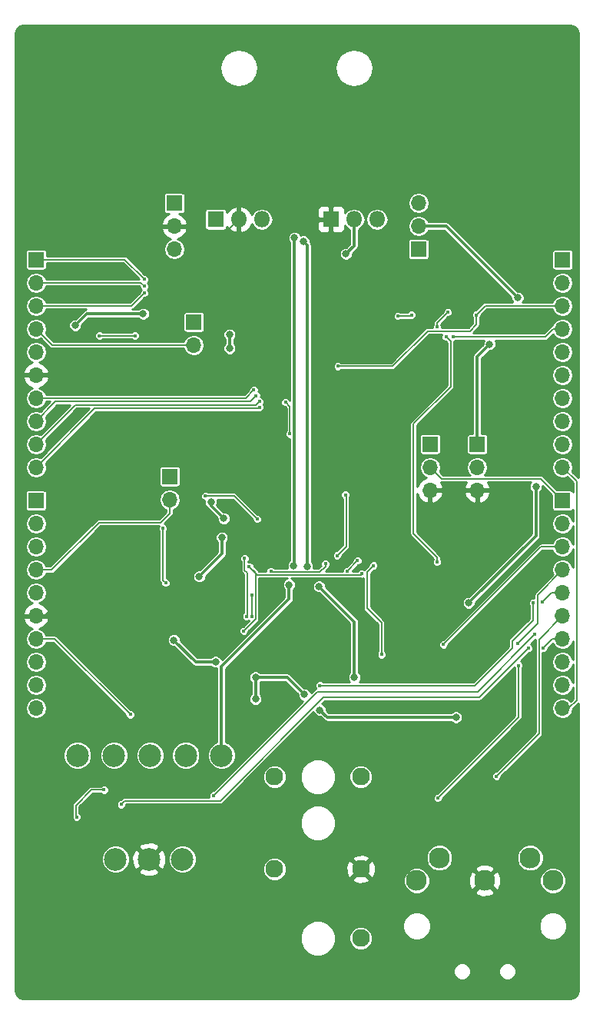
<source format=gbl>
G04 #@! TF.FileFunction,Copper,L2,Bot,Signal*
%FSLAX46Y46*%
G04 Gerber Fmt 4.6, Leading zero omitted, Abs format (unit mm)*
G04 Created by KiCad (PCBNEW 4.0.4-stable) date 11/26/17 23:03:44*
%MOMM*%
%LPD*%
G01*
G04 APERTURE LIST*
%ADD10C,0.100000*%
%ADD11R,1.700000X1.700000*%
%ADD12O,1.700000X1.700000*%
%ADD13C,2.300000*%
%ADD14C,1.955800*%
%ADD15C,2.499360*%
%ADD16R,1.800000X1.800000*%
%ADD17O,1.800000X1.800000*%
%ADD18C,0.400000*%
%ADD19C,0.800000*%
%ADD20C,0.150000*%
%ADD21C,0.350000*%
%ADD22C,0.254000*%
G04 APERTURE END LIST*
D10*
D11*
X139446000Y-65278000D03*
D12*
X139446000Y-67818000D03*
X139446000Y-70358000D03*
D11*
X166370000Y-70358000D03*
D12*
X166370000Y-67818000D03*
X166370000Y-65278000D03*
D11*
X167640000Y-91821000D03*
D12*
X167640000Y-94361000D03*
X167640000Y-96901000D03*
D11*
X172847000Y-91821000D03*
D12*
X172847000Y-94361000D03*
X172847000Y-96901000D03*
D11*
X141605000Y-78359000D03*
D12*
X141605000Y-80899000D03*
D11*
X124206000Y-71501000D03*
D12*
X124206000Y-74041000D03*
X124206000Y-76581000D03*
X124206000Y-79121000D03*
X124206000Y-81661000D03*
X124206000Y-84201000D03*
X124206000Y-86741000D03*
X124206000Y-89281000D03*
X124206000Y-91821000D03*
X124206000Y-94361000D03*
D11*
X182245000Y-71501000D03*
D12*
X182245000Y-74041000D03*
X182245000Y-76581000D03*
X182245000Y-79121000D03*
X182245000Y-81661000D03*
X182245000Y-84201000D03*
X182245000Y-86741000D03*
X182245000Y-89281000D03*
X182245000Y-91821000D03*
X182245000Y-94361000D03*
D11*
X138938000Y-95377000D03*
D12*
X138938000Y-97917000D03*
D11*
X124206000Y-98044000D03*
D12*
X124206000Y-100584000D03*
X124206000Y-103124000D03*
X124206000Y-105664000D03*
X124206000Y-108204000D03*
X124206000Y-110744000D03*
X124206000Y-113284000D03*
X124206000Y-115824000D03*
X124206000Y-118364000D03*
X124206000Y-120904000D03*
D11*
X182245000Y-98044000D03*
D12*
X182245000Y-100584000D03*
X182245000Y-103124000D03*
X182245000Y-105664000D03*
X182245000Y-108204000D03*
X182245000Y-110744000D03*
X182245000Y-113284000D03*
X182245000Y-115824000D03*
X182245000Y-118364000D03*
X182245000Y-120904000D03*
D13*
X173672500Y-139890500D03*
X181172500Y-139890500D03*
X166172500Y-139890500D03*
X178672500Y-137390500D03*
X168672500Y-137390500D03*
D14*
X160007300Y-146240500D03*
X150507300Y-138620500D03*
X160007300Y-138620500D03*
X150507700Y-128460500D03*
X160007300Y-128460500D03*
D15*
X128778000Y-126111000D03*
X132969000Y-137541000D03*
X132812286Y-126105000D03*
X136652000Y-137541000D03*
X136779000Y-126111000D03*
X140335000Y-137541000D03*
X140716000Y-126111000D03*
X144653000Y-126111000D03*
D16*
X144018000Y-67056000D03*
D17*
X146558000Y-67056000D03*
X149098000Y-67056000D03*
D16*
X156718000Y-67056000D03*
D17*
X159258000Y-67056000D03*
X161798000Y-67056000D03*
D18*
X157100000Y-110600000D03*
X150400000Y-113100000D03*
X141700000Y-113800000D03*
X146500000Y-113500000D03*
X146200000Y-110900000D03*
X173300000Y-127200000D03*
X171500000Y-132900000D03*
X169100000Y-105200000D03*
X163200000Y-113900000D03*
X149100000Y-108700000D03*
X149000000Y-111000000D03*
X145900000Y-103400000D03*
X145600000Y-106400000D03*
X126700000Y-106200000D03*
X126800000Y-103800000D03*
X130400000Y-99800000D03*
X149100000Y-71800000D03*
X165000000Y-76700000D03*
X155800000Y-73500000D03*
X142700000Y-134600000D03*
X142800000Y-138400000D03*
X155321000Y-68834000D03*
X155194000Y-70866000D03*
D19*
X159300000Y-117500000D03*
X155400000Y-107500000D03*
X154100000Y-105300000D03*
X153700000Y-69500000D03*
X152700000Y-69100000D03*
X152600000Y-105200000D03*
X152100000Y-107300000D03*
X158369000Y-70866000D03*
X170500000Y-121900000D03*
X155500000Y-121100000D03*
X153800000Y-119400000D03*
X148400000Y-117500000D03*
X148400000Y-119900000D03*
X144000000Y-115800000D03*
X139400000Y-113400000D03*
X143500000Y-98200000D03*
X144900000Y-100000000D03*
X179300000Y-96500000D03*
X171900000Y-109300000D03*
X174200000Y-80800000D03*
X177300000Y-75700000D03*
X142200000Y-106400000D03*
X144700000Y-102100000D03*
X136017000Y-77470000D03*
X128524000Y-78740000D03*
X145542000Y-81280000D03*
X145542000Y-79756000D03*
D18*
X142875000Y-97536000D03*
X148590000Y-100076000D03*
X169100000Y-113900000D03*
X134600000Y-121600000D03*
X177300000Y-113800000D03*
X177400000Y-116200000D03*
X168500000Y-130800000D03*
X162300000Y-115000000D03*
X161400000Y-105200000D03*
X136144000Y-73660000D03*
X136144000Y-74422000D03*
X136144000Y-75184000D03*
X148209000Y-85852000D03*
X148463000Y-86487000D03*
X151700000Y-87200000D03*
X152200000Y-90700000D03*
X147100000Y-112400000D03*
X160100000Y-106100000D03*
X147700000Y-105300000D03*
X148844000Y-87122000D03*
X148844000Y-87757000D03*
X157480000Y-83248500D03*
X172720000Y-77597000D03*
X170180000Y-80010000D03*
X164084000Y-77724000D03*
X165608000Y-77597000D03*
X157400000Y-104100000D03*
X158300000Y-97400000D03*
X156100000Y-105000000D03*
X150100000Y-105800000D03*
X148000000Y-108400000D03*
X148000000Y-110800000D03*
X138200000Y-101100000D03*
X138500000Y-107100000D03*
X147200000Y-104400000D03*
X147400000Y-110800000D03*
X180000000Y-109200000D03*
X179000000Y-109300000D03*
X155500000Y-118400000D03*
X174942500Y-128397000D03*
X180100000Y-114300000D03*
X178500000Y-114300000D03*
X133600000Y-131500000D03*
X179200000Y-112800000D03*
X143800000Y-130500000D03*
X131700000Y-129900000D03*
X128700000Y-132900000D03*
X131191000Y-79883000D03*
X135128000Y-79883000D03*
X159639000Y-104648000D03*
X158500000Y-105800000D03*
X168400000Y-104800000D03*
X169400000Y-80000000D03*
X168400000Y-78900000D03*
X169600000Y-77300000D03*
D20*
X172847000Y-96901000D02*
X172847000Y-101453000D01*
X172847000Y-101453000D02*
X169100000Y-105200000D01*
X152900000Y-110600000D02*
X157100000Y-110600000D01*
X150400000Y-113100000D02*
X152900000Y-110600000D01*
X145600000Y-114400000D02*
X146500000Y-113500000D01*
X142300000Y-114400000D02*
X145600000Y-114400000D01*
X141700000Y-113800000D02*
X142300000Y-114400000D01*
X146500000Y-111200000D02*
X146500000Y-113500000D01*
X146200000Y-110900000D02*
X146500000Y-111200000D01*
X171700000Y-128800000D02*
X173300000Y-127200000D01*
X171700000Y-132700000D02*
X171700000Y-128800000D01*
X171500000Y-132900000D02*
X171700000Y-132700000D01*
X169100000Y-105200000D02*
X169100000Y-109900000D01*
X169100000Y-109900000D02*
X165100000Y-113900000D01*
X165100000Y-113900000D02*
X163200000Y-113900000D01*
X149100000Y-110900000D02*
X149100000Y-108700000D01*
X149000000Y-111000000D02*
X149100000Y-110900000D01*
X145900000Y-106100000D02*
X145900000Y-103400000D01*
X145600000Y-106400000D02*
X145900000Y-106100000D01*
X125156000Y-110744000D02*
X124206000Y-110744000D01*
X126600000Y-109300000D02*
X125156000Y-110744000D01*
X126600000Y-106300000D02*
X126600000Y-109300000D01*
X126700000Y-106200000D02*
X126600000Y-106300000D01*
X126800000Y-103400000D02*
X126800000Y-103800000D01*
X130400000Y-99800000D02*
X126800000Y-103400000D01*
X139446000Y-67818000D02*
X141518000Y-67818000D01*
X144614000Y-69000000D02*
X146558000Y-67056000D01*
X142700000Y-69000000D02*
X144614000Y-69000000D01*
X141518000Y-67818000D02*
X142700000Y-69000000D01*
X149100000Y-71800000D02*
X146558000Y-69258000D01*
X146558000Y-69258000D02*
X146558000Y-67056000D01*
X159000000Y-76700000D02*
X165000000Y-76700000D01*
X155800000Y-73500000D02*
X159000000Y-76700000D01*
X142700000Y-138300000D02*
X142700000Y-134600000D01*
X142800000Y-138400000D02*
X142700000Y-138300000D01*
X173672500Y-139890500D02*
X173409500Y-139890500D01*
X173409500Y-139890500D02*
X171500000Y-141800000D01*
X163186800Y-141800000D02*
X160007300Y-138620500D01*
X171500000Y-141800000D02*
X163186800Y-141800000D01*
X155194000Y-68961000D02*
X155194000Y-70866000D01*
X155321000Y-68834000D02*
X155194000Y-68961000D01*
D21*
X159300000Y-111400000D02*
X159300000Y-117500000D01*
X155400000Y-107500000D02*
X159300000Y-111400000D01*
X154100000Y-69900000D02*
X154100000Y-105300000D01*
X153700000Y-69500000D02*
X154100000Y-69900000D01*
X161798000Y-67437000D02*
X161798000Y-67056000D01*
X144653000Y-126111000D02*
X144653000Y-116347000D01*
X152700000Y-105100000D02*
X152700000Y-69100000D01*
X152600000Y-105200000D02*
X152700000Y-105100000D01*
X152100000Y-108900000D02*
X152100000Y-107300000D01*
X144653000Y-116347000D02*
X152100000Y-108900000D01*
X159258000Y-69977000D02*
X159258000Y-67056000D01*
X158369000Y-70866000D02*
X159258000Y-69977000D01*
X148400000Y-117500000D02*
X151900000Y-117500000D01*
X156300000Y-121900000D02*
X170500000Y-121900000D01*
X155500000Y-121100000D02*
X156300000Y-121900000D01*
X151900000Y-117500000D02*
X153800000Y-119400000D01*
X148400000Y-119900000D02*
X148400000Y-117500000D01*
X141800000Y-115800000D02*
X144000000Y-115800000D01*
X139400000Y-113400000D02*
X141800000Y-115800000D01*
X143500000Y-98600000D02*
X143500000Y-98200000D01*
X144900000Y-100000000D02*
X143500000Y-98600000D01*
X179300000Y-101900000D02*
X179300000Y-96500000D01*
X171900000Y-109300000D02*
X179300000Y-101900000D01*
X172847000Y-82153000D02*
X172847000Y-91821000D01*
X174200000Y-80800000D02*
X172847000Y-82153000D01*
X166370000Y-67818000D02*
X169418000Y-67818000D01*
X169418000Y-67818000D02*
X177300000Y-75700000D01*
X142200000Y-106400000D02*
X144700000Y-103900000D01*
X144700000Y-103900000D02*
X144700000Y-102100000D01*
X129794000Y-77470000D02*
X136017000Y-77470000D01*
X128524000Y-78740000D02*
X129794000Y-77470000D01*
X145542000Y-81280000D02*
X145542000Y-79756000D01*
D20*
X141605000Y-80899000D02*
X125984000Y-80899000D01*
X125984000Y-80899000D02*
X124206000Y-79121000D01*
X124206000Y-105664000D02*
X125954000Y-105664000D01*
X138938000Y-99441000D02*
X138938000Y-97917000D01*
X137922000Y-100457000D02*
X138938000Y-99441000D01*
X131161000Y-100457000D02*
X137922000Y-100457000D01*
X125954000Y-105664000D02*
X131161000Y-100457000D01*
X146050000Y-97536000D02*
X142875000Y-97536000D01*
X148590000Y-100076000D02*
X146050000Y-97536000D01*
X179876000Y-103124000D02*
X182245000Y-103124000D01*
X169100000Y-113900000D02*
X179876000Y-103124000D01*
X126284000Y-113284000D02*
X124206000Y-113284000D01*
X134600000Y-121600000D02*
X126284000Y-113284000D01*
X179500000Y-108409000D02*
X182245000Y-105664000D01*
X179500000Y-111600000D02*
X179500000Y-108409000D01*
X177300000Y-113800000D02*
X179500000Y-111600000D01*
X177400000Y-121900000D02*
X177400000Y-116200000D01*
X168500000Y-130800000D02*
X177400000Y-121900000D01*
X162300000Y-111500000D02*
X162300000Y-115000000D01*
X160700000Y-109900000D02*
X162300000Y-111500000D01*
X160700000Y-105900000D02*
X160700000Y-109900000D01*
X161400000Y-105200000D02*
X160700000Y-105900000D01*
X182245000Y-98044000D02*
X179832000Y-95631000D01*
X168910000Y-95631000D02*
X167640000Y-94361000D01*
X179832000Y-95631000D02*
X168910000Y-95631000D01*
X133985000Y-71501000D02*
X124206000Y-71501000D01*
X136144000Y-73660000D02*
X133985000Y-71501000D01*
X135763000Y-74041000D02*
X124206000Y-74041000D01*
X136144000Y-74422000D02*
X135763000Y-74041000D01*
X134747000Y-76581000D02*
X124206000Y-76581000D01*
X136144000Y-75184000D02*
X134747000Y-76581000D01*
X147320000Y-86741000D02*
X124206000Y-86741000D01*
X148209000Y-85852000D02*
X147320000Y-86741000D01*
X126365000Y-87122000D02*
X124206000Y-89281000D01*
X147828000Y-87122000D02*
X126365000Y-87122000D01*
X148463000Y-86487000D02*
X147828000Y-87122000D01*
X152200000Y-87700000D02*
X151700000Y-87200000D01*
X152200000Y-90700000D02*
X152200000Y-87700000D01*
X148400000Y-111100000D02*
X148400000Y-106000000D01*
X147100000Y-112400000D02*
X148400000Y-111100000D01*
X148400000Y-106000000D02*
X147700000Y-105300000D01*
X148600000Y-106200000D02*
X147700000Y-105300000D01*
X160000000Y-106200000D02*
X148600000Y-106200000D01*
X160100000Y-106100000D02*
X160000000Y-106200000D01*
X128524000Y-87503000D02*
X124206000Y-91821000D01*
X148463000Y-87503000D02*
X128524000Y-87503000D01*
X148844000Y-87122000D02*
X148463000Y-87503000D01*
X130683000Y-87884000D02*
X124206000Y-94361000D01*
X148717000Y-87884000D02*
X130683000Y-87884000D01*
X148844000Y-87757000D02*
X148717000Y-87884000D01*
X172720000Y-78676500D02*
X172720000Y-77597000D01*
X172021500Y-79375000D02*
X172720000Y-78676500D01*
X167386000Y-79375000D02*
X172021500Y-79375000D01*
X163512500Y-83248500D02*
X167386000Y-79375000D01*
X157480000Y-83248500D02*
X163512500Y-83248500D01*
X173736000Y-76581000D02*
X182245000Y-76581000D01*
X172720000Y-77597000D02*
X173736000Y-76581000D01*
X181229000Y-79121000D02*
X182245000Y-79121000D01*
X180340000Y-80010000D02*
X181229000Y-79121000D01*
X170180000Y-80010000D02*
X180340000Y-80010000D01*
X165481000Y-77724000D02*
X164084000Y-77724000D01*
X165608000Y-77597000D02*
X165481000Y-77724000D01*
X182245000Y-120904000D02*
X182896000Y-120904000D01*
X182896000Y-120904000D02*
X183800000Y-120000000D01*
X183800000Y-120000000D02*
X183800000Y-95916000D01*
X183800000Y-95916000D02*
X182245000Y-94361000D01*
X158400000Y-103100000D02*
X157400000Y-104100000D01*
X158400000Y-97500000D02*
X158400000Y-103100000D01*
X158300000Y-97400000D02*
X158400000Y-97500000D01*
X156100000Y-105300000D02*
X156100000Y-105000000D01*
X155500000Y-105900000D02*
X156100000Y-105300000D01*
X150200000Y-105900000D02*
X155500000Y-105900000D01*
X150100000Y-105800000D02*
X150200000Y-105900000D01*
X148000000Y-110800000D02*
X148000000Y-108400000D01*
X138200000Y-106800000D02*
X138200000Y-101100000D01*
X138500000Y-107100000D02*
X138200000Y-106800000D01*
X147200000Y-105700000D02*
X147200000Y-104400000D01*
X147500000Y-106000000D02*
X147200000Y-105700000D01*
X147500000Y-110700000D02*
X147500000Y-106000000D01*
X147400000Y-110800000D02*
X147500000Y-110700000D01*
X180996000Y-108204000D02*
X182245000Y-108204000D01*
X180000000Y-109200000D02*
X180996000Y-108204000D01*
X179000000Y-111200000D02*
X179000000Y-109300000D01*
X176700000Y-113500000D02*
X179000000Y-111200000D01*
X176700000Y-114300000D02*
X176700000Y-113500000D01*
X172600000Y-118400000D02*
X176700000Y-114300000D01*
X155500000Y-118400000D02*
X172600000Y-118400000D01*
X179641500Y-113347500D02*
X182245000Y-110744000D01*
X179641500Y-123698000D02*
X179641500Y-113347500D01*
X174942500Y-128397000D02*
X179641500Y-123698000D01*
X181116000Y-113284000D02*
X182245000Y-113284000D01*
X180100000Y-114300000D02*
X181116000Y-113284000D01*
X173100000Y-119700000D02*
X178500000Y-114300000D01*
X155900000Y-119700000D02*
X173100000Y-119700000D01*
X144500000Y-131100000D02*
X155900000Y-119700000D01*
X134000000Y-131100000D02*
X144500000Y-131100000D01*
X133600000Y-131500000D02*
X134000000Y-131100000D01*
X172900000Y-119100000D02*
X179200000Y-112800000D01*
X155200000Y-119100000D02*
X172900000Y-119100000D01*
X143800000Y-130500000D02*
X155200000Y-119100000D01*
X130300000Y-129900000D02*
X131700000Y-129900000D01*
X128600000Y-131600000D02*
X130300000Y-129900000D01*
X128600000Y-132800000D02*
X128600000Y-131600000D01*
X128700000Y-132900000D02*
X128600000Y-132800000D01*
X135128000Y-79883000D02*
X131191000Y-79883000D01*
X158500000Y-105800000D02*
X159639000Y-104648000D01*
X168400000Y-104300000D02*
X168400000Y-104800000D01*
X165800000Y-101700000D02*
X168400000Y-104300000D01*
X165800000Y-89600000D02*
X165800000Y-101700000D01*
X169900000Y-85500000D02*
X165800000Y-89600000D01*
X169900000Y-80500000D02*
X169900000Y-85500000D01*
X169400000Y-80000000D02*
X169900000Y-80500000D01*
X168400000Y-78500000D02*
X168400000Y-78900000D01*
X169600000Y-77300000D02*
X168400000Y-78500000D01*
D22*
G36*
X183433130Y-45795752D02*
X183715545Y-45984455D01*
X183904248Y-46266870D01*
X183973000Y-46612509D01*
X183973000Y-95520486D01*
X183318802Y-94866288D01*
X183355465Y-94811418D01*
X183445059Y-94361000D01*
X183355465Y-93910582D01*
X183100324Y-93528735D01*
X182718477Y-93273594D01*
X182268059Y-93184000D01*
X182221941Y-93184000D01*
X181771523Y-93273594D01*
X181389676Y-93528735D01*
X181134535Y-93910582D01*
X181044941Y-94361000D01*
X181134535Y-94811418D01*
X181389676Y-95193265D01*
X181771523Y-95448406D01*
X182221941Y-95538000D01*
X182268059Y-95538000D01*
X182718477Y-95448406D01*
X182745701Y-95430215D01*
X183398000Y-96082514D01*
X183398000Y-97061003D01*
X183333988Y-96961526D01*
X183224714Y-96886862D01*
X183095000Y-96860594D01*
X181630108Y-96860594D01*
X180116257Y-95346743D01*
X179985839Y-95259600D01*
X179832000Y-95229000D01*
X173648843Y-95229000D01*
X173702324Y-95193265D01*
X173957465Y-94811418D01*
X174047059Y-94361000D01*
X173957465Y-93910582D01*
X173702324Y-93528735D01*
X173320477Y-93273594D01*
X172870059Y-93184000D01*
X172823941Y-93184000D01*
X172373523Y-93273594D01*
X171991676Y-93528735D01*
X171736535Y-93910582D01*
X171646941Y-94361000D01*
X171736535Y-94811418D01*
X171991676Y-95193265D01*
X172045157Y-95229000D01*
X169076514Y-95229000D01*
X168713802Y-94866288D01*
X168750465Y-94811418D01*
X168840059Y-94361000D01*
X168750465Y-93910582D01*
X168495324Y-93528735D01*
X168113477Y-93273594D01*
X167663059Y-93184000D01*
X167616941Y-93184000D01*
X167166523Y-93273594D01*
X166784676Y-93528735D01*
X166529535Y-93910582D01*
X166439941Y-94361000D01*
X166529535Y-94811418D01*
X166784676Y-95193265D01*
X167166523Y-95448406D01*
X167265035Y-95468001D01*
X166758642Y-95705817D01*
X166368355Y-96134076D01*
X166202000Y-96535718D01*
X166202000Y-90971000D01*
X166456594Y-90971000D01*
X166456594Y-92671000D01*
X166479395Y-92792179D01*
X166551012Y-92903474D01*
X166660286Y-92978138D01*
X166790000Y-93004406D01*
X168490000Y-93004406D01*
X168611179Y-92981605D01*
X168722474Y-92909988D01*
X168797138Y-92800714D01*
X168823406Y-92671000D01*
X168823406Y-90971000D01*
X168800605Y-90849821D01*
X168728988Y-90738526D01*
X168619714Y-90663862D01*
X168490000Y-90637594D01*
X166790000Y-90637594D01*
X166668821Y-90660395D01*
X166557526Y-90732012D01*
X166482862Y-90841286D01*
X166456594Y-90971000D01*
X166202000Y-90971000D01*
X166202000Y-89766514D01*
X170184257Y-85784257D01*
X170271400Y-85653839D01*
X170302000Y-85500000D01*
X170302000Y-80529806D01*
X170478132Y-80457030D01*
X170523241Y-80412000D01*
X173573928Y-80412000D01*
X173473126Y-80654756D01*
X173472985Y-80817079D01*
X172492032Y-81798032D01*
X172383212Y-81960893D01*
X172344999Y-82153000D01*
X172345000Y-82153005D01*
X172345000Y-90637594D01*
X171997000Y-90637594D01*
X171875821Y-90660395D01*
X171764526Y-90732012D01*
X171689862Y-90841286D01*
X171663594Y-90971000D01*
X171663594Y-92671000D01*
X171686395Y-92792179D01*
X171758012Y-92903474D01*
X171867286Y-92978138D01*
X171997000Y-93004406D01*
X173697000Y-93004406D01*
X173818179Y-92981605D01*
X173929474Y-92909988D01*
X174004138Y-92800714D01*
X174030406Y-92671000D01*
X174030406Y-91821000D01*
X181044941Y-91821000D01*
X181134535Y-92271418D01*
X181389676Y-92653265D01*
X181771523Y-92908406D01*
X182221941Y-92998000D01*
X182268059Y-92998000D01*
X182718477Y-92908406D01*
X183100324Y-92653265D01*
X183355465Y-92271418D01*
X183445059Y-91821000D01*
X183355465Y-91370582D01*
X183100324Y-90988735D01*
X182718477Y-90733594D01*
X182268059Y-90644000D01*
X182221941Y-90644000D01*
X181771523Y-90733594D01*
X181389676Y-90988735D01*
X181134535Y-91370582D01*
X181044941Y-91821000D01*
X174030406Y-91821000D01*
X174030406Y-90971000D01*
X174007605Y-90849821D01*
X173935988Y-90738526D01*
X173826714Y-90663862D01*
X173697000Y-90637594D01*
X173349000Y-90637594D01*
X173349000Y-89281000D01*
X181044941Y-89281000D01*
X181134535Y-89731418D01*
X181389676Y-90113265D01*
X181771523Y-90368406D01*
X182221941Y-90458000D01*
X182268059Y-90458000D01*
X182718477Y-90368406D01*
X183100324Y-90113265D01*
X183355465Y-89731418D01*
X183445059Y-89281000D01*
X183355465Y-88830582D01*
X183100324Y-88448735D01*
X182718477Y-88193594D01*
X182268059Y-88104000D01*
X182221941Y-88104000D01*
X181771523Y-88193594D01*
X181389676Y-88448735D01*
X181134535Y-88830582D01*
X181044941Y-89281000D01*
X173349000Y-89281000D01*
X173349000Y-86741000D01*
X181044941Y-86741000D01*
X181134535Y-87191418D01*
X181389676Y-87573265D01*
X181771523Y-87828406D01*
X182221941Y-87918000D01*
X182268059Y-87918000D01*
X182718477Y-87828406D01*
X183100324Y-87573265D01*
X183355465Y-87191418D01*
X183445059Y-86741000D01*
X183355465Y-86290582D01*
X183100324Y-85908735D01*
X182718477Y-85653594D01*
X182268059Y-85564000D01*
X182221941Y-85564000D01*
X181771523Y-85653594D01*
X181389676Y-85908735D01*
X181134535Y-86290582D01*
X181044941Y-86741000D01*
X173349000Y-86741000D01*
X173349000Y-84201000D01*
X181044941Y-84201000D01*
X181134535Y-84651418D01*
X181389676Y-85033265D01*
X181771523Y-85288406D01*
X182221941Y-85378000D01*
X182268059Y-85378000D01*
X182718477Y-85288406D01*
X183100324Y-85033265D01*
X183355465Y-84651418D01*
X183445059Y-84201000D01*
X183355465Y-83750582D01*
X183100324Y-83368735D01*
X182718477Y-83113594D01*
X182268059Y-83024000D01*
X182221941Y-83024000D01*
X181771523Y-83113594D01*
X181389676Y-83368735D01*
X181134535Y-83750582D01*
X181044941Y-84201000D01*
X173349000Y-84201000D01*
X173349000Y-82360936D01*
X174048936Y-81661000D01*
X181044941Y-81661000D01*
X181134535Y-82111418D01*
X181389676Y-82493265D01*
X181771523Y-82748406D01*
X182221941Y-82838000D01*
X182268059Y-82838000D01*
X182718477Y-82748406D01*
X183100324Y-82493265D01*
X183355465Y-82111418D01*
X183445059Y-81661000D01*
X183355465Y-81210582D01*
X183100324Y-80828735D01*
X182718477Y-80573594D01*
X182268059Y-80484000D01*
X182221941Y-80484000D01*
X181771523Y-80573594D01*
X181389676Y-80828735D01*
X181134535Y-81210582D01*
X181044941Y-81661000D01*
X174048936Y-81661000D01*
X174182950Y-81526986D01*
X174343975Y-81527126D01*
X174611275Y-81416680D01*
X174815961Y-81212350D01*
X174926874Y-80945244D01*
X174927126Y-80656025D01*
X174826297Y-80412000D01*
X180340000Y-80412000D01*
X180493839Y-80381400D01*
X180624257Y-80294257D01*
X181219675Y-79698839D01*
X181389676Y-79953265D01*
X181771523Y-80208406D01*
X182221941Y-80298000D01*
X182268059Y-80298000D01*
X182718477Y-80208406D01*
X183100324Y-79953265D01*
X183355465Y-79571418D01*
X183445059Y-79121000D01*
X183355465Y-78670582D01*
X183100324Y-78288735D01*
X182718477Y-78033594D01*
X182268059Y-77944000D01*
X182221941Y-77944000D01*
X181771523Y-78033594D01*
X181389676Y-78288735D01*
X181134535Y-78670582D01*
X181120616Y-78740559D01*
X181075161Y-78749600D01*
X180944743Y-78836743D01*
X180173486Y-79608000D01*
X172357014Y-79608000D01*
X173004257Y-78960757D01*
X173091400Y-78830339D01*
X173122000Y-78676500D01*
X173122000Y-77940343D01*
X173166509Y-77895912D01*
X173246909Y-77702287D01*
X173246965Y-77638549D01*
X173902514Y-76983000D01*
X181124904Y-76983000D01*
X181134535Y-77031418D01*
X181389676Y-77413265D01*
X181771523Y-77668406D01*
X182221941Y-77758000D01*
X182268059Y-77758000D01*
X182718477Y-77668406D01*
X183100324Y-77413265D01*
X183355465Y-77031418D01*
X183445059Y-76581000D01*
X183355465Y-76130582D01*
X183100324Y-75748735D01*
X182718477Y-75493594D01*
X182268059Y-75404000D01*
X182221941Y-75404000D01*
X181771523Y-75493594D01*
X181389676Y-75748735D01*
X181134535Y-76130582D01*
X181124904Y-76179000D01*
X177849195Y-76179000D01*
X177915961Y-76112350D01*
X178026874Y-75845244D01*
X178027126Y-75556025D01*
X177916680Y-75288725D01*
X177712350Y-75084039D01*
X177445244Y-74973126D01*
X177282920Y-74972985D01*
X176350936Y-74041000D01*
X181044941Y-74041000D01*
X181134535Y-74491418D01*
X181389676Y-74873265D01*
X181771523Y-75128406D01*
X182221941Y-75218000D01*
X182268059Y-75218000D01*
X182718477Y-75128406D01*
X183100324Y-74873265D01*
X183355465Y-74491418D01*
X183445059Y-74041000D01*
X183355465Y-73590582D01*
X183100324Y-73208735D01*
X182718477Y-72953594D01*
X182268059Y-72864000D01*
X182221941Y-72864000D01*
X181771523Y-72953594D01*
X181389676Y-73208735D01*
X181134535Y-73590582D01*
X181044941Y-74041000D01*
X176350936Y-74041000D01*
X172960936Y-70651000D01*
X181061594Y-70651000D01*
X181061594Y-72351000D01*
X181084395Y-72472179D01*
X181156012Y-72583474D01*
X181265286Y-72658138D01*
X181395000Y-72684406D01*
X183095000Y-72684406D01*
X183216179Y-72661605D01*
X183327474Y-72589988D01*
X183402138Y-72480714D01*
X183428406Y-72351000D01*
X183428406Y-70651000D01*
X183405605Y-70529821D01*
X183333988Y-70418526D01*
X183224714Y-70343862D01*
X183095000Y-70317594D01*
X181395000Y-70317594D01*
X181273821Y-70340395D01*
X181162526Y-70412012D01*
X181087862Y-70521286D01*
X181061594Y-70651000D01*
X172960936Y-70651000D01*
X169772968Y-67463032D01*
X169610107Y-67354212D01*
X169418000Y-67315999D01*
X169417995Y-67316000D01*
X167445999Y-67316000D01*
X167225324Y-66985735D01*
X166843477Y-66730594D01*
X166393059Y-66641000D01*
X166346941Y-66641000D01*
X165896523Y-66730594D01*
X165514676Y-66985735D01*
X165259535Y-67367582D01*
X165169941Y-67818000D01*
X165259535Y-68268418D01*
X165514676Y-68650265D01*
X165896523Y-68905406D01*
X166346941Y-68995000D01*
X166393059Y-68995000D01*
X166843477Y-68905406D01*
X167225324Y-68650265D01*
X167445999Y-68320000D01*
X169210064Y-68320000D01*
X176573014Y-75682949D01*
X176572874Y-75843975D01*
X176683320Y-76111275D01*
X176750927Y-76179000D01*
X173736000Y-76179000D01*
X173582161Y-76209600D01*
X173451743Y-76296743D01*
X172678523Y-77069963D01*
X172615633Y-77069908D01*
X172421868Y-77149970D01*
X172273491Y-77298088D01*
X172193091Y-77491713D01*
X172192908Y-77701367D01*
X172272970Y-77895132D01*
X172318000Y-77940241D01*
X172318000Y-78509986D01*
X171854986Y-78973000D01*
X168926937Y-78973000D01*
X168927092Y-78795633D01*
X168852765Y-78615749D01*
X169641477Y-77827037D01*
X169704367Y-77827092D01*
X169898132Y-77747030D01*
X170046509Y-77598912D01*
X170126909Y-77405287D01*
X170127092Y-77195633D01*
X170047030Y-77001868D01*
X169898912Y-76853491D01*
X169705287Y-76773091D01*
X169495633Y-76772908D01*
X169301868Y-76852970D01*
X169153491Y-77001088D01*
X169073091Y-77194713D01*
X169073035Y-77258451D01*
X168115743Y-78215743D01*
X168028600Y-78346161D01*
X167998000Y-78500000D01*
X167998000Y-78556657D01*
X167953491Y-78601088D01*
X167873091Y-78794713D01*
X167872935Y-78973000D01*
X167386000Y-78973000D01*
X167232161Y-79003600D01*
X167101743Y-79090743D01*
X163345986Y-82846500D01*
X157823343Y-82846500D01*
X157778912Y-82801991D01*
X157585287Y-82721591D01*
X157375633Y-82721408D01*
X157181868Y-82801470D01*
X157033491Y-82949588D01*
X156953091Y-83143213D01*
X156952908Y-83352867D01*
X157032970Y-83546632D01*
X157181088Y-83695009D01*
X157374713Y-83775409D01*
X157584367Y-83775592D01*
X157778132Y-83695530D01*
X157823241Y-83650500D01*
X163512500Y-83650500D01*
X163666339Y-83619900D01*
X163796757Y-83532757D01*
X167552514Y-79777000D01*
X168921970Y-79777000D01*
X168873091Y-79894713D01*
X168872908Y-80104367D01*
X168952970Y-80298132D01*
X169101088Y-80446509D01*
X169294713Y-80526909D01*
X169358451Y-80526965D01*
X169498000Y-80666514D01*
X169498000Y-85333486D01*
X165515743Y-89315743D01*
X165428600Y-89446161D01*
X165398000Y-89600000D01*
X165398000Y-101700000D01*
X165428600Y-101853839D01*
X165515743Y-101984257D01*
X167993067Y-104461581D01*
X167953491Y-104501088D01*
X167873091Y-104694713D01*
X167872908Y-104904367D01*
X167952970Y-105098132D01*
X168101088Y-105246509D01*
X168294713Y-105326909D01*
X168504367Y-105327092D01*
X168698132Y-105247030D01*
X168846509Y-105098912D01*
X168926909Y-104905287D01*
X168927092Y-104695633D01*
X168847030Y-104501868D01*
X168802000Y-104456759D01*
X168802000Y-104300000D01*
X168771400Y-104146161D01*
X168684257Y-104015743D01*
X166202000Y-101533486D01*
X166202000Y-97266282D01*
X166368355Y-97667924D01*
X166758642Y-98096183D01*
X167283108Y-98342486D01*
X167513000Y-98221819D01*
X167513000Y-97028000D01*
X167767000Y-97028000D01*
X167767000Y-98221819D01*
X167996892Y-98342486D01*
X168521358Y-98096183D01*
X168911645Y-97667924D01*
X169081476Y-97257890D01*
X171405524Y-97257890D01*
X171575355Y-97667924D01*
X171965642Y-98096183D01*
X172490108Y-98342486D01*
X172720000Y-98221819D01*
X172720000Y-97028000D01*
X172974000Y-97028000D01*
X172974000Y-98221819D01*
X173203892Y-98342486D01*
X173728358Y-98096183D01*
X174118645Y-97667924D01*
X174288476Y-97257890D01*
X174167155Y-97028000D01*
X172974000Y-97028000D01*
X172720000Y-97028000D01*
X171526845Y-97028000D01*
X171405524Y-97257890D01*
X169081476Y-97257890D01*
X168960155Y-97028000D01*
X167767000Y-97028000D01*
X167513000Y-97028000D01*
X167493000Y-97028000D01*
X167493000Y-96774000D01*
X167513000Y-96774000D01*
X167513000Y-96754000D01*
X167767000Y-96754000D01*
X167767000Y-96774000D01*
X168960155Y-96774000D01*
X169081476Y-96544110D01*
X168911645Y-96134076D01*
X168799500Y-96011021D01*
X168910000Y-96033000D01*
X171667469Y-96033000D01*
X171575355Y-96134076D01*
X171405524Y-96544110D01*
X171526845Y-96774000D01*
X172720000Y-96774000D01*
X172720000Y-96754000D01*
X172974000Y-96754000D01*
X172974000Y-96774000D01*
X174167155Y-96774000D01*
X174288476Y-96544110D01*
X174118645Y-96134076D01*
X174026531Y-96033000D01*
X178738784Y-96033000D01*
X178684039Y-96087650D01*
X178573126Y-96354756D01*
X178572874Y-96643975D01*
X178683320Y-96911275D01*
X178798000Y-97026155D01*
X178798000Y-101692065D01*
X171917050Y-108573014D01*
X171756025Y-108572874D01*
X171488725Y-108683320D01*
X171284039Y-108887650D01*
X171173126Y-109154756D01*
X171172874Y-109443975D01*
X171283320Y-109711275D01*
X171487650Y-109915961D01*
X171754756Y-110026874D01*
X172043975Y-110027126D01*
X172311275Y-109916680D01*
X172515961Y-109712350D01*
X172626874Y-109445244D01*
X172627015Y-109282921D01*
X179654965Y-102254970D01*
X179654968Y-102254968D01*
X179757178Y-102102000D01*
X179763788Y-102092108D01*
X179802000Y-101900000D01*
X179802000Y-97026113D01*
X179915961Y-96912350D01*
X180026874Y-96645244D01*
X180027092Y-96394606D01*
X181061594Y-97429108D01*
X181061594Y-98894000D01*
X181084395Y-99015179D01*
X181156012Y-99126474D01*
X181265286Y-99201138D01*
X181395000Y-99227406D01*
X183095000Y-99227406D01*
X183216179Y-99204605D01*
X183327474Y-99132988D01*
X183398000Y-99029770D01*
X183398000Y-100347419D01*
X183355465Y-100133582D01*
X183100324Y-99751735D01*
X182718477Y-99496594D01*
X182268059Y-99407000D01*
X182221941Y-99407000D01*
X181771523Y-99496594D01*
X181389676Y-99751735D01*
X181134535Y-100133582D01*
X181044941Y-100584000D01*
X181134535Y-101034418D01*
X181389676Y-101416265D01*
X181771523Y-101671406D01*
X182221941Y-101761000D01*
X182268059Y-101761000D01*
X182718477Y-101671406D01*
X183100324Y-101416265D01*
X183355465Y-101034418D01*
X183398000Y-100820581D01*
X183398000Y-102887419D01*
X183355465Y-102673582D01*
X183100324Y-102291735D01*
X182718477Y-102036594D01*
X182268059Y-101947000D01*
X182221941Y-101947000D01*
X181771523Y-102036594D01*
X181389676Y-102291735D01*
X181134535Y-102673582D01*
X181124904Y-102722000D01*
X179876000Y-102722000D01*
X179722161Y-102752600D01*
X179591743Y-102839743D01*
X169058523Y-113372963D01*
X168995633Y-113372908D01*
X168801868Y-113452970D01*
X168653491Y-113601088D01*
X168573091Y-113794713D01*
X168572908Y-114004367D01*
X168652970Y-114198132D01*
X168801088Y-114346509D01*
X168994713Y-114426909D01*
X169204367Y-114427092D01*
X169398132Y-114347030D01*
X169546509Y-114198912D01*
X169626909Y-114005287D01*
X169626965Y-113941549D01*
X180042514Y-103526000D01*
X181124904Y-103526000D01*
X181134535Y-103574418D01*
X181389676Y-103956265D01*
X181771523Y-104211406D01*
X182221941Y-104301000D01*
X182268059Y-104301000D01*
X182718477Y-104211406D01*
X183100324Y-103956265D01*
X183355465Y-103574418D01*
X183398000Y-103360581D01*
X183398000Y-105427419D01*
X183355465Y-105213582D01*
X183100324Y-104831735D01*
X182718477Y-104576594D01*
X182268059Y-104487000D01*
X182221941Y-104487000D01*
X181771523Y-104576594D01*
X181389676Y-104831735D01*
X181134535Y-105213582D01*
X181044941Y-105664000D01*
X181134535Y-106114418D01*
X181171198Y-106169288D01*
X179215743Y-108124743D01*
X179128600Y-108255161D01*
X179098000Y-108409000D01*
X179098000Y-108773085D01*
X178895633Y-108772908D01*
X178701868Y-108852970D01*
X178553491Y-109001088D01*
X178473091Y-109194713D01*
X178472908Y-109404367D01*
X178552970Y-109598132D01*
X178598000Y-109643241D01*
X178598000Y-111033486D01*
X176415743Y-113215743D01*
X176328600Y-113346161D01*
X176298000Y-113500000D01*
X176298000Y-114133486D01*
X172433486Y-117998000D01*
X159830162Y-117998000D01*
X159915961Y-117912350D01*
X160026874Y-117645244D01*
X160027126Y-117356025D01*
X159916680Y-117088725D01*
X159802000Y-116973845D01*
X159802000Y-111400005D01*
X159802001Y-111400000D01*
X159763788Y-111207893D01*
X159654968Y-111045032D01*
X156126986Y-107517050D01*
X156127126Y-107356025D01*
X156016680Y-107088725D01*
X155812350Y-106884039D01*
X155545244Y-106773126D01*
X155256025Y-106772874D01*
X154988725Y-106883320D01*
X154784039Y-107087650D01*
X154673126Y-107354756D01*
X154672874Y-107643975D01*
X154783320Y-107911275D01*
X154987650Y-108115961D01*
X155254756Y-108226874D01*
X155417079Y-108227015D01*
X158798000Y-111607936D01*
X158798000Y-116973887D01*
X158684039Y-117087650D01*
X158573126Y-117354756D01*
X158572874Y-117643975D01*
X158683320Y-117911275D01*
X158769894Y-117998000D01*
X155843343Y-117998000D01*
X155798912Y-117953491D01*
X155605287Y-117873091D01*
X155395633Y-117872908D01*
X155201868Y-117952970D01*
X155053491Y-118101088D01*
X154973091Y-118294713D01*
X154972908Y-118504367D01*
X155052970Y-118698132D01*
X155077218Y-118722422D01*
X155046161Y-118728600D01*
X154915743Y-118815743D01*
X154512020Y-119219466D01*
X154416680Y-118988725D01*
X154212350Y-118784039D01*
X153945244Y-118673126D01*
X153782920Y-118672985D01*
X152254968Y-117145032D01*
X152092107Y-117036212D01*
X151900000Y-116997999D01*
X151899995Y-116998000D01*
X148926113Y-116998000D01*
X148812350Y-116884039D01*
X148545244Y-116773126D01*
X148256025Y-116772874D01*
X147988725Y-116883320D01*
X147784039Y-117087650D01*
X147673126Y-117354756D01*
X147672874Y-117643975D01*
X147783320Y-117911275D01*
X147898000Y-118026155D01*
X147898000Y-119373887D01*
X147784039Y-119487650D01*
X147673126Y-119754756D01*
X147672874Y-120043975D01*
X147783320Y-120311275D01*
X147987650Y-120515961D01*
X148254756Y-120626874D01*
X148543975Y-120627126D01*
X148811275Y-120516680D01*
X149015961Y-120312350D01*
X149126874Y-120045244D01*
X149127126Y-119756025D01*
X149016680Y-119488725D01*
X148902000Y-119373845D01*
X148902000Y-118026113D01*
X148926155Y-118002000D01*
X151692064Y-118002000D01*
X153073014Y-119382949D01*
X153072874Y-119543975D01*
X153183320Y-119811275D01*
X153387650Y-120015961D01*
X153619325Y-120112161D01*
X143758523Y-129972963D01*
X143695633Y-129972908D01*
X143501868Y-130052970D01*
X143353491Y-130201088D01*
X143273091Y-130394713D01*
X143272908Y-130604367D01*
X143311596Y-130698000D01*
X134000000Y-130698000D01*
X133846161Y-130728600D01*
X133715743Y-130815743D01*
X133558523Y-130972963D01*
X133495633Y-130972908D01*
X133301868Y-131052970D01*
X133153491Y-131201088D01*
X133073091Y-131394713D01*
X133072908Y-131604367D01*
X133152970Y-131798132D01*
X133301088Y-131946509D01*
X133494713Y-132026909D01*
X133704367Y-132027092D01*
X133898132Y-131947030D01*
X134046509Y-131798912D01*
X134126909Y-131605287D01*
X134126965Y-131541549D01*
X134166514Y-131502000D01*
X144500000Y-131502000D01*
X144653839Y-131471400D01*
X144784257Y-131384257D01*
X147449592Y-128718922D01*
X149202573Y-128718922D01*
X149400814Y-129198701D01*
X149767568Y-129566096D01*
X150247001Y-129765173D01*
X150766122Y-129765627D01*
X151245901Y-129567386D01*
X151613296Y-129200632D01*
X151760056Y-128847192D01*
X153304562Y-128847192D01*
X153601201Y-129565114D01*
X154149997Y-130114869D01*
X154867400Y-130412761D01*
X155644192Y-130413438D01*
X156362114Y-130116799D01*
X156911869Y-129568003D01*
X157209761Y-128850600D01*
X157209875Y-128718922D01*
X158702173Y-128718922D01*
X158900414Y-129198701D01*
X159267168Y-129566096D01*
X159746601Y-129765173D01*
X160265722Y-129765627D01*
X160745501Y-129567386D01*
X161112896Y-129200632D01*
X161311973Y-128721199D01*
X161312427Y-128202078D01*
X161114186Y-127722299D01*
X160747432Y-127354904D01*
X160267999Y-127155827D01*
X159748878Y-127155373D01*
X159269099Y-127353614D01*
X158901704Y-127720368D01*
X158702627Y-128199801D01*
X158702173Y-128718922D01*
X157209875Y-128718922D01*
X157210438Y-128073808D01*
X156913799Y-127355886D01*
X156365003Y-126806131D01*
X155647600Y-126508239D01*
X154870808Y-126507562D01*
X154152886Y-126804201D01*
X153603131Y-127352997D01*
X153305239Y-128070400D01*
X153304562Y-128847192D01*
X151760056Y-128847192D01*
X151812373Y-128721199D01*
X151812827Y-128202078D01*
X151614586Y-127722299D01*
X151247832Y-127354904D01*
X150768399Y-127155827D01*
X150249278Y-127155373D01*
X149769499Y-127353614D01*
X149402104Y-127720368D01*
X149203027Y-128199801D01*
X149202573Y-128718922D01*
X147449592Y-128718922D01*
X154817218Y-121351296D01*
X154883320Y-121511275D01*
X155087650Y-121715961D01*
X155354756Y-121826874D01*
X155517080Y-121827015D01*
X155945030Y-122254965D01*
X155945032Y-122254968D01*
X156107893Y-122363788D01*
X156300000Y-122402001D01*
X156300005Y-122402000D01*
X169973887Y-122402000D01*
X170087650Y-122515961D01*
X170354756Y-122626874D01*
X170643975Y-122627126D01*
X170911275Y-122516680D01*
X171115961Y-122312350D01*
X171226874Y-122045244D01*
X171227126Y-121756025D01*
X171116680Y-121488725D01*
X170912350Y-121284039D01*
X170645244Y-121173126D01*
X170356025Y-121172874D01*
X170088725Y-121283320D01*
X169973845Y-121398000D01*
X156507935Y-121398000D01*
X156226986Y-121117050D01*
X156227126Y-120956025D01*
X156116680Y-120688725D01*
X155912350Y-120484039D01*
X155751335Y-120417179D01*
X156066514Y-120102000D01*
X173100000Y-120102000D01*
X173253839Y-120071400D01*
X173384257Y-119984257D01*
X176928823Y-116439691D01*
X176952970Y-116498132D01*
X176998000Y-116543241D01*
X176998000Y-121733486D01*
X168458523Y-130272963D01*
X168395633Y-130272908D01*
X168201868Y-130352970D01*
X168053491Y-130501088D01*
X167973091Y-130694713D01*
X167972908Y-130904367D01*
X168052970Y-131098132D01*
X168201088Y-131246509D01*
X168394713Y-131326909D01*
X168604367Y-131327092D01*
X168798132Y-131247030D01*
X168946509Y-131098912D01*
X169026909Y-130905287D01*
X169026965Y-130841549D01*
X177684257Y-122184257D01*
X177771400Y-122053839D01*
X177802000Y-121900000D01*
X177802000Y-116543343D01*
X177846509Y-116498912D01*
X177926909Y-116305287D01*
X177927092Y-116095633D01*
X177847030Y-115901868D01*
X177698912Y-115753491D01*
X177639636Y-115728878D01*
X178541477Y-114827037D01*
X178604367Y-114827092D01*
X178798132Y-114747030D01*
X178946509Y-114598912D01*
X179026909Y-114405287D01*
X179027092Y-114195633D01*
X178947030Y-114001868D01*
X178798912Y-113853491D01*
X178739636Y-113828878D01*
X179241477Y-113327037D01*
X179243570Y-113327039D01*
X179239500Y-113347500D01*
X179239500Y-123531486D01*
X174901023Y-127869963D01*
X174838133Y-127869908D01*
X174644368Y-127949970D01*
X174495991Y-128098088D01*
X174415591Y-128291713D01*
X174415408Y-128501367D01*
X174495470Y-128695132D01*
X174643588Y-128843509D01*
X174837213Y-128923909D01*
X175046867Y-128924092D01*
X175240632Y-128844030D01*
X175389009Y-128695912D01*
X175469409Y-128502287D01*
X175469465Y-128438549D01*
X179925757Y-123982257D01*
X180012900Y-123851839D01*
X180043500Y-123698000D01*
X180043500Y-114826952D01*
X180204367Y-114827092D01*
X180398132Y-114747030D01*
X180546509Y-114598912D01*
X180626909Y-114405287D01*
X180626965Y-114341549D01*
X181174413Y-113794101D01*
X181389676Y-114116265D01*
X181771523Y-114371406D01*
X182221941Y-114461000D01*
X182268059Y-114461000D01*
X182718477Y-114371406D01*
X183100324Y-114116265D01*
X183355465Y-113734418D01*
X183398000Y-113520581D01*
X183398000Y-115587419D01*
X183355465Y-115373582D01*
X183100324Y-114991735D01*
X182718477Y-114736594D01*
X182268059Y-114647000D01*
X182221941Y-114647000D01*
X181771523Y-114736594D01*
X181389676Y-114991735D01*
X181134535Y-115373582D01*
X181044941Y-115824000D01*
X181134535Y-116274418D01*
X181389676Y-116656265D01*
X181771523Y-116911406D01*
X182221941Y-117001000D01*
X182268059Y-117001000D01*
X182718477Y-116911406D01*
X183100324Y-116656265D01*
X183355465Y-116274418D01*
X183398000Y-116060581D01*
X183398000Y-118127419D01*
X183355465Y-117913582D01*
X183100324Y-117531735D01*
X182718477Y-117276594D01*
X182268059Y-117187000D01*
X182221941Y-117187000D01*
X181771523Y-117276594D01*
X181389676Y-117531735D01*
X181134535Y-117913582D01*
X181044941Y-118364000D01*
X181134535Y-118814418D01*
X181389676Y-119196265D01*
X181771523Y-119451406D01*
X182221941Y-119541000D01*
X182268059Y-119541000D01*
X182718477Y-119451406D01*
X183100324Y-119196265D01*
X183355465Y-118814418D01*
X183398000Y-118600581D01*
X183398000Y-119833486D01*
X183124127Y-120107359D01*
X183100324Y-120071735D01*
X182718477Y-119816594D01*
X182268059Y-119727000D01*
X182221941Y-119727000D01*
X181771523Y-119816594D01*
X181389676Y-120071735D01*
X181134535Y-120453582D01*
X181044941Y-120904000D01*
X181134535Y-121354418D01*
X181389676Y-121736265D01*
X181771523Y-121991406D01*
X182221941Y-122081000D01*
X182268059Y-122081000D01*
X182718477Y-121991406D01*
X183100324Y-121736265D01*
X183355465Y-121354418D01*
X183440228Y-120928286D01*
X183973000Y-120395514D01*
X183973000Y-151987491D01*
X183904248Y-152333130D01*
X183715545Y-152615545D01*
X183433130Y-152804248D01*
X183087491Y-152873000D01*
X122812509Y-152873000D01*
X122466870Y-152804248D01*
X122184455Y-152615545D01*
X121995752Y-152333130D01*
X121927000Y-151987491D01*
X121927000Y-150083985D01*
X170195330Y-150083985D01*
X170343756Y-150443203D01*
X170618351Y-150718278D01*
X170977310Y-150867330D01*
X171365985Y-150867670D01*
X171725203Y-150719244D01*
X172000278Y-150444649D01*
X172149330Y-150085690D01*
X172149331Y-150083985D01*
X175195330Y-150083985D01*
X175343756Y-150443203D01*
X175618351Y-150718278D01*
X175977310Y-150867330D01*
X176365985Y-150867670D01*
X176725203Y-150719244D01*
X177000278Y-150444649D01*
X177149330Y-150085690D01*
X177149670Y-149697015D01*
X177001244Y-149337797D01*
X176726649Y-149062722D01*
X176367690Y-148913670D01*
X175979015Y-148913330D01*
X175619797Y-149061756D01*
X175344722Y-149336351D01*
X175195670Y-149695310D01*
X175195330Y-150083985D01*
X172149331Y-150083985D01*
X172149670Y-149697015D01*
X172001244Y-149337797D01*
X171726649Y-149062722D01*
X171367690Y-148913670D01*
X170979015Y-148913330D01*
X170619797Y-149061756D01*
X170344722Y-149336351D01*
X170195670Y-149695310D01*
X170195330Y-150083985D01*
X121927000Y-150083985D01*
X121927000Y-146627192D01*
X153304562Y-146627192D01*
X153601201Y-147345114D01*
X154149997Y-147894869D01*
X154867400Y-148192761D01*
X155644192Y-148193438D01*
X156362114Y-147896799D01*
X156911869Y-147348003D01*
X157209761Y-146630600D01*
X157209875Y-146498922D01*
X158702173Y-146498922D01*
X158900414Y-146978701D01*
X159267168Y-147346096D01*
X159746601Y-147545173D01*
X160265722Y-147545627D01*
X160745501Y-147347386D01*
X161112896Y-146980632D01*
X161311973Y-146501199D01*
X161312427Y-145982078D01*
X161114186Y-145502299D01*
X160805334Y-145192907D01*
X164645235Y-145192907D01*
X164877217Y-145754346D01*
X165306394Y-146184273D01*
X165867428Y-146417235D01*
X166474907Y-146417765D01*
X167036346Y-146185783D01*
X167466273Y-145756606D01*
X167699235Y-145195572D01*
X167699237Y-145192907D01*
X179645235Y-145192907D01*
X179877217Y-145754346D01*
X180306394Y-146184273D01*
X180867428Y-146417235D01*
X181474907Y-146417765D01*
X182036346Y-146185783D01*
X182466273Y-145756606D01*
X182699235Y-145195572D01*
X182699765Y-144588093D01*
X182467783Y-144026654D01*
X182038606Y-143596727D01*
X181477572Y-143363765D01*
X180870093Y-143363235D01*
X180308654Y-143595217D01*
X179878727Y-144024394D01*
X179645765Y-144585428D01*
X179645235Y-145192907D01*
X167699237Y-145192907D01*
X167699765Y-144588093D01*
X167467783Y-144026654D01*
X167038606Y-143596727D01*
X166477572Y-143363765D01*
X165870093Y-143363235D01*
X165308654Y-143595217D01*
X164878727Y-144024394D01*
X164645765Y-144585428D01*
X164645235Y-145192907D01*
X160805334Y-145192907D01*
X160747432Y-145134904D01*
X160267999Y-144935827D01*
X159748878Y-144935373D01*
X159269099Y-145133614D01*
X158901704Y-145500368D01*
X158702627Y-145979801D01*
X158702173Y-146498922D01*
X157209875Y-146498922D01*
X157210438Y-145853808D01*
X156913799Y-145135886D01*
X156365003Y-144586131D01*
X155647600Y-144288239D01*
X154870808Y-144287562D01*
X154152886Y-144584201D01*
X153603131Y-145132997D01*
X153305239Y-145850400D01*
X153304562Y-146627192D01*
X121927000Y-146627192D01*
X121927000Y-137853245D01*
X131392047Y-137853245D01*
X131631576Y-138432951D01*
X132074716Y-138876865D01*
X132654003Y-139117406D01*
X133281245Y-139117953D01*
X133860951Y-138878424D01*
X133865293Y-138874089D01*
X135498517Y-138874089D01*
X135627725Y-139166859D01*
X136327883Y-139435071D01*
X137077384Y-139414928D01*
X137676275Y-139166859D01*
X137805483Y-138874089D01*
X136652000Y-137720605D01*
X135498517Y-138874089D01*
X133865293Y-138874089D01*
X134304865Y-138435284D01*
X134545406Y-137855997D01*
X134545953Y-137228755D01*
X134541048Y-137216883D01*
X134757929Y-137216883D01*
X134778072Y-137966384D01*
X135026141Y-138565275D01*
X135318911Y-138694483D01*
X136472395Y-137541000D01*
X136831605Y-137541000D01*
X137985089Y-138694483D01*
X138277859Y-138565275D01*
X138546071Y-137865117D01*
X138545752Y-137853245D01*
X138758047Y-137853245D01*
X138997576Y-138432951D01*
X139440716Y-138876865D01*
X140020003Y-139117406D01*
X140647245Y-139117953D01*
X141225745Y-138878922D01*
X149202173Y-138878922D01*
X149400414Y-139358701D01*
X149767168Y-139726096D01*
X150246601Y-139925173D01*
X150765722Y-139925627D01*
X151173730Y-139757041D01*
X159050365Y-139757041D01*
X159146319Y-140021603D01*
X159748036Y-140244434D01*
X160389224Y-140220035D01*
X160478622Y-140183005D01*
X164695244Y-140183005D01*
X164919630Y-140726060D01*
X165334754Y-141141909D01*
X165877418Y-141367243D01*
X166465005Y-141367756D01*
X166988323Y-141151525D01*
X172591081Y-141151525D01*
X172708101Y-141433946D01*
X173372163Y-141685518D01*
X174081948Y-141663814D01*
X174636899Y-141433946D01*
X174753919Y-141151525D01*
X173672500Y-140070105D01*
X172591081Y-141151525D01*
X166988323Y-141151525D01*
X167008060Y-141143370D01*
X167423909Y-140728246D01*
X167649243Y-140185582D01*
X167649756Y-139597995D01*
X167646520Y-139590163D01*
X171877482Y-139590163D01*
X171899186Y-140299948D01*
X172129054Y-140854899D01*
X172411475Y-140971919D01*
X173492895Y-139890500D01*
X173852105Y-139890500D01*
X174933525Y-140971919D01*
X175215946Y-140854899D01*
X175467518Y-140190837D01*
X175467279Y-140183005D01*
X179695244Y-140183005D01*
X179919630Y-140726060D01*
X180334754Y-141141909D01*
X180877418Y-141367243D01*
X181465005Y-141367756D01*
X182008060Y-141143370D01*
X182423909Y-140728246D01*
X182649243Y-140185582D01*
X182649756Y-139597995D01*
X182425370Y-139054940D01*
X182010246Y-138639091D01*
X181467582Y-138413757D01*
X180879995Y-138413244D01*
X180336940Y-138637630D01*
X179921091Y-139052754D01*
X179695757Y-139595418D01*
X179695244Y-140183005D01*
X175467279Y-140183005D01*
X175445814Y-139481052D01*
X175215946Y-138926101D01*
X174933525Y-138809081D01*
X173852105Y-139890500D01*
X173492895Y-139890500D01*
X172411475Y-138809081D01*
X172129054Y-138926101D01*
X171877482Y-139590163D01*
X167646520Y-139590163D01*
X167425370Y-139054940D01*
X167010246Y-138639091D01*
X166467582Y-138413757D01*
X165879995Y-138413244D01*
X165336940Y-138637630D01*
X164921091Y-139052754D01*
X164695757Y-139595418D01*
X164695244Y-140183005D01*
X160478622Y-140183005D01*
X160868281Y-140021603D01*
X160964235Y-139757041D01*
X160007300Y-138800105D01*
X159050365Y-139757041D01*
X151173730Y-139757041D01*
X151245501Y-139727386D01*
X151612896Y-139360632D01*
X151811973Y-138881199D01*
X151812427Y-138362078D01*
X151812080Y-138361236D01*
X158383366Y-138361236D01*
X158407765Y-139002424D01*
X158606197Y-139481481D01*
X158870759Y-139577435D01*
X159827695Y-138620500D01*
X160186905Y-138620500D01*
X161143841Y-139577435D01*
X161408403Y-139481481D01*
X161631234Y-138879764D01*
X161606835Y-138238576D01*
X161408403Y-137759519D01*
X161197441Y-137683005D01*
X167195244Y-137683005D01*
X167419630Y-138226060D01*
X167834754Y-138641909D01*
X168377418Y-138867243D01*
X168965005Y-138867756D01*
X169508060Y-138643370D01*
X169521979Y-138629475D01*
X172591081Y-138629475D01*
X173672500Y-139710895D01*
X174753919Y-138629475D01*
X174636899Y-138347054D01*
X173972837Y-138095482D01*
X173263052Y-138117186D01*
X172708101Y-138347054D01*
X172591081Y-138629475D01*
X169521979Y-138629475D01*
X169923909Y-138228246D01*
X170149243Y-137685582D01*
X170149245Y-137683005D01*
X177195244Y-137683005D01*
X177419630Y-138226060D01*
X177834754Y-138641909D01*
X178377418Y-138867243D01*
X178965005Y-138867756D01*
X179508060Y-138643370D01*
X179923909Y-138228246D01*
X180149243Y-137685582D01*
X180149756Y-137097995D01*
X179925370Y-136554940D01*
X179510246Y-136139091D01*
X178967582Y-135913757D01*
X178379995Y-135913244D01*
X177836940Y-136137630D01*
X177421091Y-136552754D01*
X177195757Y-137095418D01*
X177195244Y-137683005D01*
X170149245Y-137683005D01*
X170149756Y-137097995D01*
X169925370Y-136554940D01*
X169510246Y-136139091D01*
X168967582Y-135913757D01*
X168379995Y-135913244D01*
X167836940Y-136137630D01*
X167421091Y-136552754D01*
X167195757Y-137095418D01*
X167195244Y-137683005D01*
X161197441Y-137683005D01*
X161143841Y-137663565D01*
X160186905Y-138620500D01*
X159827695Y-138620500D01*
X158870759Y-137663565D01*
X158606197Y-137759519D01*
X158383366Y-138361236D01*
X151812080Y-138361236D01*
X151614186Y-137882299D01*
X151247432Y-137514904D01*
X151172908Y-137483959D01*
X159050365Y-137483959D01*
X160007300Y-138440895D01*
X160964235Y-137483959D01*
X160868281Y-137219397D01*
X160266564Y-136996566D01*
X159625376Y-137020965D01*
X159146319Y-137219397D01*
X159050365Y-137483959D01*
X151172908Y-137483959D01*
X150767999Y-137315827D01*
X150248878Y-137315373D01*
X149769099Y-137513614D01*
X149401704Y-137880368D01*
X149202627Y-138359801D01*
X149202173Y-138878922D01*
X141225745Y-138878922D01*
X141226951Y-138878424D01*
X141670865Y-138435284D01*
X141911406Y-137855997D01*
X141911953Y-137228755D01*
X141672424Y-136649049D01*
X141229284Y-136205135D01*
X140649997Y-135964594D01*
X140022755Y-135964047D01*
X139443049Y-136203576D01*
X138999135Y-136646716D01*
X138758594Y-137226003D01*
X138758047Y-137853245D01*
X138545752Y-137853245D01*
X138525928Y-137115616D01*
X138277859Y-136516725D01*
X137985089Y-136387517D01*
X136831605Y-137541000D01*
X136472395Y-137541000D01*
X135318911Y-136387517D01*
X135026141Y-136516725D01*
X134757929Y-137216883D01*
X134541048Y-137216883D01*
X134306424Y-136649049D01*
X133866056Y-136207911D01*
X135498517Y-136207911D01*
X136652000Y-137361395D01*
X137805483Y-136207911D01*
X137676275Y-135915141D01*
X136976117Y-135646929D01*
X136226616Y-135667072D01*
X135627725Y-135915141D01*
X135498517Y-136207911D01*
X133866056Y-136207911D01*
X133863284Y-136205135D01*
X133283997Y-135964594D01*
X132656755Y-135964047D01*
X132077049Y-136203576D01*
X131633135Y-136646716D01*
X131392594Y-137226003D01*
X131392047Y-137853245D01*
X121927000Y-137853245D01*
X121927000Y-133927192D01*
X153304562Y-133927192D01*
X153601201Y-134645114D01*
X154149997Y-135194869D01*
X154867400Y-135492761D01*
X155644192Y-135493438D01*
X156362114Y-135196799D01*
X156911869Y-134648003D01*
X157209761Y-133930600D01*
X157210438Y-133153808D01*
X156913799Y-132435886D01*
X156365003Y-131886131D01*
X155647600Y-131588239D01*
X154870808Y-131587562D01*
X154152886Y-131884201D01*
X153603131Y-132432997D01*
X153305239Y-133150400D01*
X153304562Y-133927192D01*
X121927000Y-133927192D01*
X121927000Y-133004367D01*
X128172908Y-133004367D01*
X128252970Y-133198132D01*
X128401088Y-133346509D01*
X128594713Y-133426909D01*
X128804367Y-133427092D01*
X128998132Y-133347030D01*
X129146509Y-133198912D01*
X129226909Y-133005287D01*
X129227092Y-132795633D01*
X129147030Y-132601868D01*
X129002000Y-132456584D01*
X129002000Y-131766514D01*
X130466514Y-130302000D01*
X131356657Y-130302000D01*
X131401088Y-130346509D01*
X131594713Y-130426909D01*
X131804367Y-130427092D01*
X131998132Y-130347030D01*
X132146509Y-130198912D01*
X132226909Y-130005287D01*
X132227092Y-129795633D01*
X132147030Y-129601868D01*
X131998912Y-129453491D01*
X131805287Y-129373091D01*
X131595633Y-129372908D01*
X131401868Y-129452970D01*
X131356759Y-129498000D01*
X130300000Y-129498000D01*
X130146161Y-129528600D01*
X130015743Y-129615743D01*
X128315743Y-131315743D01*
X128228600Y-131446161D01*
X128198000Y-131600000D01*
X128198000Y-132734725D01*
X128173091Y-132794713D01*
X128172908Y-133004367D01*
X121927000Y-133004367D01*
X121927000Y-126423245D01*
X127201047Y-126423245D01*
X127440576Y-127002951D01*
X127883716Y-127446865D01*
X128463003Y-127687406D01*
X129090245Y-127687953D01*
X129669951Y-127448424D01*
X130113865Y-127005284D01*
X130354406Y-126425997D01*
X130354413Y-126417245D01*
X131235333Y-126417245D01*
X131474862Y-126996951D01*
X131918002Y-127440865D01*
X132497289Y-127681406D01*
X133124531Y-127681953D01*
X133704237Y-127442424D01*
X134148151Y-126999284D01*
X134387343Y-126423245D01*
X135202047Y-126423245D01*
X135441576Y-127002951D01*
X135884716Y-127446865D01*
X136464003Y-127687406D01*
X137091245Y-127687953D01*
X137670951Y-127448424D01*
X138114865Y-127005284D01*
X138355406Y-126425997D01*
X138355408Y-126423245D01*
X139139047Y-126423245D01*
X139378576Y-127002951D01*
X139821716Y-127446865D01*
X140401003Y-127687406D01*
X141028245Y-127687953D01*
X141607951Y-127448424D01*
X142051865Y-127005284D01*
X142292406Y-126425997D01*
X142292953Y-125798755D01*
X142053424Y-125219049D01*
X141610284Y-124775135D01*
X141030997Y-124534594D01*
X140403755Y-124534047D01*
X139824049Y-124773576D01*
X139380135Y-125216716D01*
X139139594Y-125796003D01*
X139139047Y-126423245D01*
X138355408Y-126423245D01*
X138355953Y-125798755D01*
X138116424Y-125219049D01*
X137673284Y-124775135D01*
X137093997Y-124534594D01*
X136466755Y-124534047D01*
X135887049Y-124773576D01*
X135443135Y-125216716D01*
X135202594Y-125796003D01*
X135202047Y-126423245D01*
X134387343Y-126423245D01*
X134388692Y-126419997D01*
X134389239Y-125792755D01*
X134149710Y-125213049D01*
X133706570Y-124769135D01*
X133127283Y-124528594D01*
X132500041Y-124528047D01*
X131920335Y-124767576D01*
X131476421Y-125210716D01*
X131235880Y-125790003D01*
X131235333Y-126417245D01*
X130354413Y-126417245D01*
X130354953Y-125798755D01*
X130115424Y-125219049D01*
X129672284Y-124775135D01*
X129092997Y-124534594D01*
X128465755Y-124534047D01*
X127886049Y-124773576D01*
X127442135Y-125216716D01*
X127201594Y-125796003D01*
X127201047Y-126423245D01*
X121927000Y-126423245D01*
X121927000Y-120904000D01*
X123005941Y-120904000D01*
X123095535Y-121354418D01*
X123350676Y-121736265D01*
X123732523Y-121991406D01*
X124182941Y-122081000D01*
X124229059Y-122081000D01*
X124679477Y-121991406D01*
X125061324Y-121736265D01*
X125316465Y-121354418D01*
X125406059Y-120904000D01*
X125316465Y-120453582D01*
X125061324Y-120071735D01*
X124679477Y-119816594D01*
X124229059Y-119727000D01*
X124182941Y-119727000D01*
X123732523Y-119816594D01*
X123350676Y-120071735D01*
X123095535Y-120453582D01*
X123005941Y-120904000D01*
X121927000Y-120904000D01*
X121927000Y-118364000D01*
X123005941Y-118364000D01*
X123095535Y-118814418D01*
X123350676Y-119196265D01*
X123732523Y-119451406D01*
X124182941Y-119541000D01*
X124229059Y-119541000D01*
X124679477Y-119451406D01*
X125061324Y-119196265D01*
X125316465Y-118814418D01*
X125406059Y-118364000D01*
X125316465Y-117913582D01*
X125061324Y-117531735D01*
X124679477Y-117276594D01*
X124229059Y-117187000D01*
X124182941Y-117187000D01*
X123732523Y-117276594D01*
X123350676Y-117531735D01*
X123095535Y-117913582D01*
X123005941Y-118364000D01*
X121927000Y-118364000D01*
X121927000Y-115824000D01*
X123005941Y-115824000D01*
X123095535Y-116274418D01*
X123350676Y-116656265D01*
X123732523Y-116911406D01*
X124182941Y-117001000D01*
X124229059Y-117001000D01*
X124679477Y-116911406D01*
X125061324Y-116656265D01*
X125316465Y-116274418D01*
X125406059Y-115824000D01*
X125316465Y-115373582D01*
X125061324Y-114991735D01*
X124679477Y-114736594D01*
X124229059Y-114647000D01*
X124182941Y-114647000D01*
X123732523Y-114736594D01*
X123350676Y-114991735D01*
X123095535Y-115373582D01*
X123005941Y-115824000D01*
X121927000Y-115824000D01*
X121927000Y-111100890D01*
X122764524Y-111100890D01*
X122934355Y-111510924D01*
X123324642Y-111939183D01*
X123831035Y-112176999D01*
X123732523Y-112196594D01*
X123350676Y-112451735D01*
X123095535Y-112833582D01*
X123005941Y-113284000D01*
X123095535Y-113734418D01*
X123350676Y-114116265D01*
X123732523Y-114371406D01*
X124182941Y-114461000D01*
X124229059Y-114461000D01*
X124679477Y-114371406D01*
X125061324Y-114116265D01*
X125316465Y-113734418D01*
X125326096Y-113686000D01*
X126117486Y-113686000D01*
X134072963Y-121641477D01*
X134072908Y-121704367D01*
X134152970Y-121898132D01*
X134301088Y-122046509D01*
X134494713Y-122126909D01*
X134704367Y-122127092D01*
X134898132Y-122047030D01*
X135046509Y-121898912D01*
X135126909Y-121705287D01*
X135127092Y-121495633D01*
X135047030Y-121301868D01*
X134898912Y-121153491D01*
X134705287Y-121073091D01*
X134641549Y-121073035D01*
X127112489Y-113543975D01*
X138672874Y-113543975D01*
X138783320Y-113811275D01*
X138987650Y-114015961D01*
X139254756Y-114126874D01*
X139417080Y-114127015D01*
X141445030Y-116154965D01*
X141445032Y-116154968D01*
X141607893Y-116263788D01*
X141800000Y-116302001D01*
X141800005Y-116302000D01*
X143473887Y-116302000D01*
X143587650Y-116415961D01*
X143854756Y-116526874D01*
X144143975Y-116527126D01*
X144151000Y-116524223D01*
X144151000Y-124612452D01*
X143761049Y-124773576D01*
X143317135Y-125216716D01*
X143076594Y-125796003D01*
X143076047Y-126423245D01*
X143315576Y-127002951D01*
X143758716Y-127446865D01*
X144338003Y-127687406D01*
X144965245Y-127687953D01*
X145544951Y-127448424D01*
X145988865Y-127005284D01*
X146229406Y-126425997D01*
X146229953Y-125798755D01*
X145990424Y-125219049D01*
X145547284Y-124775135D01*
X145155000Y-124612244D01*
X145155000Y-116554936D01*
X152454965Y-109254970D01*
X152454968Y-109254968D01*
X152527670Y-109146161D01*
X152563788Y-109092108D01*
X152602000Y-108900000D01*
X152602000Y-107826113D01*
X152715961Y-107712350D01*
X152826874Y-107445244D01*
X152827126Y-107156025D01*
X152716680Y-106888725D01*
X152512350Y-106684039D01*
X152314780Y-106602000D01*
X159934725Y-106602000D01*
X159994713Y-106626909D01*
X160204367Y-106627092D01*
X160298000Y-106588404D01*
X160298000Y-109900000D01*
X160328600Y-110053839D01*
X160415743Y-110184257D01*
X161898000Y-111666514D01*
X161898000Y-114656657D01*
X161853491Y-114701088D01*
X161773091Y-114894713D01*
X161772908Y-115104367D01*
X161852970Y-115298132D01*
X162001088Y-115446509D01*
X162194713Y-115526909D01*
X162404367Y-115527092D01*
X162598132Y-115447030D01*
X162746509Y-115298912D01*
X162826909Y-115105287D01*
X162827092Y-114895633D01*
X162747030Y-114701868D01*
X162702000Y-114656759D01*
X162702000Y-111500000D01*
X162671400Y-111346161D01*
X162584257Y-111215743D01*
X161102000Y-109733486D01*
X161102000Y-106066514D01*
X161441477Y-105727037D01*
X161504367Y-105727092D01*
X161698132Y-105647030D01*
X161846509Y-105498912D01*
X161926909Y-105305287D01*
X161927092Y-105095633D01*
X161847030Y-104901868D01*
X161698912Y-104753491D01*
X161505287Y-104673091D01*
X161295633Y-104672908D01*
X161101868Y-104752970D01*
X160953491Y-104901088D01*
X160873091Y-105094713D01*
X160873035Y-105158451D01*
X160415743Y-105615743D01*
X160392343Y-105650763D01*
X160205287Y-105573091D01*
X159995633Y-105572908D01*
X159801868Y-105652970D01*
X159656584Y-105798000D01*
X159067292Y-105798000D01*
X159683223Y-105175040D01*
X159743367Y-105175092D01*
X159937132Y-105095030D01*
X160085509Y-104946912D01*
X160165909Y-104753287D01*
X160166092Y-104543633D01*
X160086030Y-104349868D01*
X159937912Y-104201491D01*
X159744287Y-104121091D01*
X159534633Y-104120908D01*
X159340868Y-104200970D01*
X159192491Y-104349088D01*
X159112091Y-104542713D01*
X159112033Y-104609214D01*
X158455777Y-105272960D01*
X158395633Y-105272908D01*
X158201868Y-105352970D01*
X158053491Y-105501088D01*
X157973091Y-105694713D01*
X157973001Y-105798000D01*
X156170514Y-105798000D01*
X156384257Y-105584257D01*
X156471400Y-105453839D01*
X156491243Y-105354082D01*
X156546509Y-105298912D01*
X156626909Y-105105287D01*
X156627092Y-104895633D01*
X156547030Y-104701868D01*
X156398912Y-104553491D01*
X156205287Y-104473091D01*
X155995633Y-104472908D01*
X155801868Y-104552970D01*
X155653491Y-104701088D01*
X155573091Y-104894713D01*
X155572908Y-105104367D01*
X155617996Y-105213490D01*
X155333486Y-105498000D01*
X154804968Y-105498000D01*
X154826874Y-105445244D01*
X154827126Y-105156025D01*
X154716680Y-104888725D01*
X154602000Y-104773845D01*
X154602000Y-104204367D01*
X156872908Y-104204367D01*
X156952970Y-104398132D01*
X157101088Y-104546509D01*
X157294713Y-104626909D01*
X157504367Y-104627092D01*
X157698132Y-104547030D01*
X157846509Y-104398912D01*
X157926909Y-104205287D01*
X157926965Y-104141549D01*
X158684257Y-103384257D01*
X158771400Y-103253839D01*
X158802000Y-103100000D01*
X158802000Y-97565275D01*
X158826909Y-97505287D01*
X158827092Y-97295633D01*
X158747030Y-97101868D01*
X158598912Y-96953491D01*
X158405287Y-96873091D01*
X158195633Y-96872908D01*
X158001868Y-96952970D01*
X157853491Y-97101088D01*
X157773091Y-97294713D01*
X157772908Y-97504367D01*
X157852970Y-97698132D01*
X157998000Y-97843416D01*
X157998000Y-102933486D01*
X157358523Y-103572963D01*
X157295633Y-103572908D01*
X157101868Y-103652970D01*
X156953491Y-103801088D01*
X156873091Y-103994713D01*
X156872908Y-104204367D01*
X154602000Y-104204367D01*
X154602000Y-77828367D01*
X163556908Y-77828367D01*
X163636970Y-78022132D01*
X163785088Y-78170509D01*
X163978713Y-78250909D01*
X164188367Y-78251092D01*
X164382132Y-78171030D01*
X164427241Y-78126000D01*
X165481000Y-78126000D01*
X165499085Y-78122403D01*
X165502713Y-78123909D01*
X165712367Y-78124092D01*
X165906132Y-78044030D01*
X166054509Y-77895912D01*
X166134909Y-77702287D01*
X166135092Y-77492633D01*
X166055030Y-77298868D01*
X165906912Y-77150491D01*
X165713287Y-77070091D01*
X165503633Y-77069908D01*
X165309868Y-77149970D01*
X165161491Y-77298088D01*
X165151562Y-77322000D01*
X164427343Y-77322000D01*
X164382912Y-77277491D01*
X164189287Y-77197091D01*
X163979633Y-77196908D01*
X163785868Y-77276970D01*
X163637491Y-77425088D01*
X163557091Y-77618713D01*
X163556908Y-77828367D01*
X154602000Y-77828367D01*
X154602000Y-69900000D01*
X154563788Y-69707893D01*
X154563788Y-69707892D01*
X154520200Y-69642660D01*
X154454968Y-69545032D01*
X154454965Y-69545030D01*
X154426986Y-69517051D01*
X154427126Y-69356025D01*
X154316680Y-69088725D01*
X154112350Y-68884039D01*
X153845244Y-68773126D01*
X153556025Y-68772874D01*
X153381283Y-68845076D01*
X153316680Y-68688725D01*
X153112350Y-68484039D01*
X152845244Y-68373126D01*
X152556025Y-68372874D01*
X152288725Y-68483320D01*
X152084039Y-68687650D01*
X151973126Y-68954756D01*
X151972874Y-69243975D01*
X152083320Y-69511275D01*
X152198000Y-69626155D01*
X152198000Y-87025225D01*
X152147030Y-86901868D01*
X151998912Y-86753491D01*
X151805287Y-86673091D01*
X151595633Y-86672908D01*
X151401868Y-86752970D01*
X151253491Y-86901088D01*
X151173091Y-87094713D01*
X151172908Y-87304367D01*
X151252970Y-87498132D01*
X151401088Y-87646509D01*
X151594713Y-87726909D01*
X151658451Y-87726965D01*
X151798000Y-87866514D01*
X151798000Y-90356657D01*
X151753491Y-90401088D01*
X151673091Y-90594713D01*
X151672908Y-90804367D01*
X151752970Y-90998132D01*
X151901088Y-91146509D01*
X152094713Y-91226909D01*
X152198000Y-91226999D01*
X152198000Y-104579488D01*
X152188725Y-104583320D01*
X151984039Y-104787650D01*
X151873126Y-105054756D01*
X151872874Y-105343975D01*
X151936516Y-105498000D01*
X150543169Y-105498000D01*
X150398912Y-105353491D01*
X150205287Y-105273091D01*
X149995633Y-105272908D01*
X149801868Y-105352970D01*
X149653491Y-105501088D01*
X149573091Y-105694713D01*
X149573001Y-105798000D01*
X148766514Y-105798000D01*
X148227037Y-105258523D01*
X148227092Y-105195633D01*
X148147030Y-105001868D01*
X147998912Y-104853491D01*
X147805287Y-104773091D01*
X147602000Y-104772914D01*
X147602000Y-104743343D01*
X147646509Y-104698912D01*
X147726909Y-104505287D01*
X147727092Y-104295633D01*
X147647030Y-104101868D01*
X147498912Y-103953491D01*
X147305287Y-103873091D01*
X147095633Y-103872908D01*
X146901868Y-103952970D01*
X146753491Y-104101088D01*
X146673091Y-104294713D01*
X146672908Y-104504367D01*
X146752970Y-104698132D01*
X146798000Y-104743241D01*
X146798000Y-105700000D01*
X146828600Y-105853839D01*
X146915743Y-105984257D01*
X147098000Y-106166514D01*
X147098000Y-110356831D01*
X146953491Y-110501088D01*
X146873091Y-110694713D01*
X146872908Y-110904367D01*
X146952970Y-111098132D01*
X147101088Y-111246509D01*
X147294713Y-111326909D01*
X147504367Y-111327092D01*
X147674826Y-111256660D01*
X147058523Y-111872963D01*
X146995633Y-111872908D01*
X146801868Y-111952970D01*
X146653491Y-112101088D01*
X146573091Y-112294713D01*
X146572908Y-112504367D01*
X146652970Y-112698132D01*
X146801088Y-112846509D01*
X146994713Y-112926909D01*
X147204367Y-112927092D01*
X147398132Y-112847030D01*
X147546509Y-112698912D01*
X147626909Y-112505287D01*
X147626965Y-112441549D01*
X148684257Y-111384257D01*
X148771400Y-111253839D01*
X148802000Y-111100000D01*
X148802000Y-106602000D01*
X151885535Y-106602000D01*
X151688725Y-106683320D01*
X151484039Y-106887650D01*
X151373126Y-107154756D01*
X151372874Y-107443975D01*
X151483320Y-107711275D01*
X151598000Y-107826155D01*
X151598000Y-108692065D01*
X144699909Y-115590155D01*
X144616680Y-115388725D01*
X144412350Y-115184039D01*
X144145244Y-115073126D01*
X143856025Y-115072874D01*
X143588725Y-115183320D01*
X143473845Y-115298000D01*
X142007935Y-115298000D01*
X140126986Y-113417050D01*
X140127126Y-113256025D01*
X140016680Y-112988725D01*
X139812350Y-112784039D01*
X139545244Y-112673126D01*
X139256025Y-112672874D01*
X138988725Y-112783320D01*
X138784039Y-112987650D01*
X138673126Y-113254756D01*
X138672874Y-113543975D01*
X127112489Y-113543975D01*
X126568257Y-112999743D01*
X126437839Y-112912600D01*
X126284000Y-112882000D01*
X125326096Y-112882000D01*
X125316465Y-112833582D01*
X125061324Y-112451735D01*
X124679477Y-112196594D01*
X124580965Y-112176999D01*
X125087358Y-111939183D01*
X125477645Y-111510924D01*
X125647476Y-111100890D01*
X125526155Y-110871000D01*
X124333000Y-110871000D01*
X124333000Y-110891000D01*
X124079000Y-110891000D01*
X124079000Y-110871000D01*
X122885845Y-110871000D01*
X122764524Y-111100890D01*
X121927000Y-111100890D01*
X121927000Y-110387110D01*
X122764524Y-110387110D01*
X122885845Y-110617000D01*
X124079000Y-110617000D01*
X124079000Y-110597000D01*
X124333000Y-110597000D01*
X124333000Y-110617000D01*
X125526155Y-110617000D01*
X125647476Y-110387110D01*
X125477645Y-109977076D01*
X125087358Y-109548817D01*
X124580965Y-109311001D01*
X124679477Y-109291406D01*
X125061324Y-109036265D01*
X125316465Y-108654418D01*
X125406059Y-108204000D01*
X125316465Y-107753582D01*
X125061324Y-107371735D01*
X124679477Y-107116594D01*
X124229059Y-107027000D01*
X124182941Y-107027000D01*
X123732523Y-107116594D01*
X123350676Y-107371735D01*
X123095535Y-107753582D01*
X123005941Y-108204000D01*
X123095535Y-108654418D01*
X123350676Y-109036265D01*
X123732523Y-109291406D01*
X123831035Y-109311001D01*
X123324642Y-109548817D01*
X122934355Y-109977076D01*
X122764524Y-110387110D01*
X121927000Y-110387110D01*
X121927000Y-105664000D01*
X123005941Y-105664000D01*
X123095535Y-106114418D01*
X123350676Y-106496265D01*
X123732523Y-106751406D01*
X124182941Y-106841000D01*
X124229059Y-106841000D01*
X124679477Y-106751406D01*
X125061324Y-106496265D01*
X125316465Y-106114418D01*
X125326096Y-106066000D01*
X125954000Y-106066000D01*
X126107839Y-106035400D01*
X126238257Y-105948257D01*
X131327514Y-100859000D01*
X137729444Y-100859000D01*
X137673091Y-100994713D01*
X137672908Y-101204367D01*
X137752970Y-101398132D01*
X137798000Y-101443241D01*
X137798000Y-106800000D01*
X137828600Y-106953839D01*
X137915743Y-107084257D01*
X137972963Y-107141477D01*
X137972908Y-107204367D01*
X138052970Y-107398132D01*
X138201088Y-107546509D01*
X138394713Y-107626909D01*
X138604367Y-107627092D01*
X138798132Y-107547030D01*
X138946509Y-107398912D01*
X139026909Y-107205287D01*
X139027092Y-106995633D01*
X138947030Y-106801868D01*
X138798912Y-106653491D01*
X138605287Y-106573091D01*
X138602000Y-106573088D01*
X138602000Y-106543975D01*
X141472874Y-106543975D01*
X141583320Y-106811275D01*
X141787650Y-107015961D01*
X142054756Y-107126874D01*
X142343975Y-107127126D01*
X142611275Y-107016680D01*
X142815961Y-106812350D01*
X142926874Y-106545244D01*
X142927015Y-106382921D01*
X145054968Y-104254968D01*
X145163788Y-104092107D01*
X145202001Y-103900000D01*
X145202000Y-103899995D01*
X145202000Y-102626113D01*
X145315961Y-102512350D01*
X145426874Y-102245244D01*
X145427126Y-101956025D01*
X145316680Y-101688725D01*
X145112350Y-101484039D01*
X144845244Y-101373126D01*
X144556025Y-101372874D01*
X144288725Y-101483320D01*
X144084039Y-101687650D01*
X143973126Y-101954756D01*
X143972874Y-102243975D01*
X144083320Y-102511275D01*
X144198000Y-102626155D01*
X144198000Y-103692064D01*
X142217050Y-105673014D01*
X142056025Y-105672874D01*
X141788725Y-105783320D01*
X141584039Y-105987650D01*
X141473126Y-106254756D01*
X141472874Y-106543975D01*
X138602000Y-106543975D01*
X138602000Y-101443343D01*
X138646509Y-101398912D01*
X138726909Y-101205287D01*
X138727092Y-100995633D01*
X138647030Y-100801868D01*
X138498912Y-100653491D01*
X138354138Y-100593376D01*
X139222257Y-99725257D01*
X139309400Y-99594839D01*
X139340000Y-99441000D01*
X139340000Y-99018624D01*
X139411477Y-99004406D01*
X139793324Y-98749265D01*
X140048465Y-98367418D01*
X140138059Y-97917000D01*
X140083034Y-97640367D01*
X142347908Y-97640367D01*
X142427970Y-97834132D01*
X142576088Y-97982509D01*
X142769713Y-98062909D01*
X142773119Y-98062912D01*
X142772874Y-98343975D01*
X142883320Y-98611275D01*
X143029337Y-98757547D01*
X143036212Y-98792107D01*
X143145032Y-98954968D01*
X144173014Y-99982950D01*
X144172874Y-100143975D01*
X144283320Y-100411275D01*
X144487650Y-100615961D01*
X144754756Y-100726874D01*
X145043975Y-100727126D01*
X145311275Y-100616680D01*
X145515961Y-100412350D01*
X145626874Y-100145244D01*
X145627126Y-99856025D01*
X145516680Y-99588725D01*
X145312350Y-99384039D01*
X145045244Y-99273126D01*
X144882921Y-99272985D01*
X144147157Y-98537221D01*
X144226874Y-98345244D01*
X144227126Y-98056025D01*
X144178359Y-97938000D01*
X145883486Y-97938000D01*
X148062963Y-100117477D01*
X148062908Y-100180367D01*
X148142970Y-100374132D01*
X148291088Y-100522509D01*
X148484713Y-100602909D01*
X148694367Y-100603092D01*
X148888132Y-100523030D01*
X149036509Y-100374912D01*
X149116909Y-100181287D01*
X149117092Y-99971633D01*
X149037030Y-99777868D01*
X148888912Y-99629491D01*
X148695287Y-99549091D01*
X148631549Y-99549035D01*
X146334257Y-97251743D01*
X146203839Y-97164600D01*
X146050000Y-97134000D01*
X143218343Y-97134000D01*
X143173912Y-97089491D01*
X142980287Y-97009091D01*
X142770633Y-97008908D01*
X142576868Y-97088970D01*
X142428491Y-97237088D01*
X142348091Y-97430713D01*
X142347908Y-97640367D01*
X140083034Y-97640367D01*
X140048465Y-97466582D01*
X139793324Y-97084735D01*
X139411477Y-96829594D01*
X138961059Y-96740000D01*
X138914941Y-96740000D01*
X138464523Y-96829594D01*
X138082676Y-97084735D01*
X137827535Y-97466582D01*
X137737941Y-97917000D01*
X137827535Y-98367418D01*
X138082676Y-98749265D01*
X138464523Y-99004406D01*
X138536000Y-99018624D01*
X138536000Y-99274486D01*
X137755486Y-100055000D01*
X131161000Y-100055000D01*
X131007161Y-100085600D01*
X130876743Y-100172743D01*
X125787486Y-105262000D01*
X125326096Y-105262000D01*
X125316465Y-105213582D01*
X125061324Y-104831735D01*
X124679477Y-104576594D01*
X124229059Y-104487000D01*
X124182941Y-104487000D01*
X123732523Y-104576594D01*
X123350676Y-104831735D01*
X123095535Y-105213582D01*
X123005941Y-105664000D01*
X121927000Y-105664000D01*
X121927000Y-103124000D01*
X123005941Y-103124000D01*
X123095535Y-103574418D01*
X123350676Y-103956265D01*
X123732523Y-104211406D01*
X124182941Y-104301000D01*
X124229059Y-104301000D01*
X124679477Y-104211406D01*
X125061324Y-103956265D01*
X125316465Y-103574418D01*
X125406059Y-103124000D01*
X125316465Y-102673582D01*
X125061324Y-102291735D01*
X124679477Y-102036594D01*
X124229059Y-101947000D01*
X124182941Y-101947000D01*
X123732523Y-102036594D01*
X123350676Y-102291735D01*
X123095535Y-102673582D01*
X123005941Y-103124000D01*
X121927000Y-103124000D01*
X121927000Y-100584000D01*
X123005941Y-100584000D01*
X123095535Y-101034418D01*
X123350676Y-101416265D01*
X123732523Y-101671406D01*
X124182941Y-101761000D01*
X124229059Y-101761000D01*
X124679477Y-101671406D01*
X125061324Y-101416265D01*
X125316465Y-101034418D01*
X125406059Y-100584000D01*
X125316465Y-100133582D01*
X125061324Y-99751735D01*
X124679477Y-99496594D01*
X124229059Y-99407000D01*
X124182941Y-99407000D01*
X123732523Y-99496594D01*
X123350676Y-99751735D01*
X123095535Y-100133582D01*
X123005941Y-100584000D01*
X121927000Y-100584000D01*
X121927000Y-97194000D01*
X123022594Y-97194000D01*
X123022594Y-98894000D01*
X123045395Y-99015179D01*
X123117012Y-99126474D01*
X123226286Y-99201138D01*
X123356000Y-99227406D01*
X125056000Y-99227406D01*
X125177179Y-99204605D01*
X125288474Y-99132988D01*
X125363138Y-99023714D01*
X125389406Y-98894000D01*
X125389406Y-97194000D01*
X125366605Y-97072821D01*
X125294988Y-96961526D01*
X125185714Y-96886862D01*
X125056000Y-96860594D01*
X123356000Y-96860594D01*
X123234821Y-96883395D01*
X123123526Y-96955012D01*
X123048862Y-97064286D01*
X123022594Y-97194000D01*
X121927000Y-97194000D01*
X121927000Y-84557890D01*
X122764524Y-84557890D01*
X122934355Y-84967924D01*
X123324642Y-85396183D01*
X123831035Y-85633999D01*
X123732523Y-85653594D01*
X123350676Y-85908735D01*
X123095535Y-86290582D01*
X123005941Y-86741000D01*
X123095535Y-87191418D01*
X123350676Y-87573265D01*
X123732523Y-87828406D01*
X124182941Y-87918000D01*
X124229059Y-87918000D01*
X124679477Y-87828406D01*
X125061324Y-87573265D01*
X125316465Y-87191418D01*
X125326096Y-87143000D01*
X125775486Y-87143000D01*
X124706701Y-88211785D01*
X124679477Y-88193594D01*
X124229059Y-88104000D01*
X124182941Y-88104000D01*
X123732523Y-88193594D01*
X123350676Y-88448735D01*
X123095535Y-88830582D01*
X123005941Y-89281000D01*
X123095535Y-89731418D01*
X123350676Y-90113265D01*
X123732523Y-90368406D01*
X124182941Y-90458000D01*
X124229059Y-90458000D01*
X124679477Y-90368406D01*
X125061324Y-90113265D01*
X125316465Y-89731418D01*
X125406059Y-89281000D01*
X125316465Y-88830582D01*
X125279802Y-88775712D01*
X126531514Y-87524000D01*
X127934486Y-87524000D01*
X124706701Y-90751785D01*
X124679477Y-90733594D01*
X124229059Y-90644000D01*
X124182941Y-90644000D01*
X123732523Y-90733594D01*
X123350676Y-90988735D01*
X123095535Y-91370582D01*
X123005941Y-91821000D01*
X123095535Y-92271418D01*
X123350676Y-92653265D01*
X123732523Y-92908406D01*
X124182941Y-92998000D01*
X124229059Y-92998000D01*
X124679477Y-92908406D01*
X125061324Y-92653265D01*
X125316465Y-92271418D01*
X125406059Y-91821000D01*
X125316465Y-91370582D01*
X125279802Y-91315712D01*
X128690514Y-87905000D01*
X130093486Y-87905000D01*
X124706701Y-93291785D01*
X124679477Y-93273594D01*
X124229059Y-93184000D01*
X124182941Y-93184000D01*
X123732523Y-93273594D01*
X123350676Y-93528735D01*
X123095535Y-93910582D01*
X123005941Y-94361000D01*
X123095535Y-94811418D01*
X123350676Y-95193265D01*
X123732523Y-95448406D01*
X124182941Y-95538000D01*
X124229059Y-95538000D01*
X124679477Y-95448406D01*
X125061324Y-95193265D01*
X125316465Y-94811418D01*
X125373039Y-94527000D01*
X137754594Y-94527000D01*
X137754594Y-96227000D01*
X137777395Y-96348179D01*
X137849012Y-96459474D01*
X137958286Y-96534138D01*
X138088000Y-96560406D01*
X139788000Y-96560406D01*
X139909179Y-96537605D01*
X140020474Y-96465988D01*
X140095138Y-96356714D01*
X140121406Y-96227000D01*
X140121406Y-94527000D01*
X140098605Y-94405821D01*
X140026988Y-94294526D01*
X139917714Y-94219862D01*
X139788000Y-94193594D01*
X138088000Y-94193594D01*
X137966821Y-94216395D01*
X137855526Y-94288012D01*
X137780862Y-94397286D01*
X137754594Y-94527000D01*
X125373039Y-94527000D01*
X125406059Y-94361000D01*
X125316465Y-93910582D01*
X125279802Y-93855712D01*
X130849514Y-88286000D01*
X148717000Y-88286000D01*
X148735085Y-88282403D01*
X148738713Y-88283909D01*
X148948367Y-88284092D01*
X149142132Y-88204030D01*
X149290509Y-88055912D01*
X149370909Y-87862287D01*
X149371092Y-87652633D01*
X149291030Y-87458868D01*
X149271792Y-87439596D01*
X149290509Y-87420912D01*
X149370909Y-87227287D01*
X149371092Y-87017633D01*
X149291030Y-86823868D01*
X149142912Y-86675491D01*
X148982942Y-86609066D01*
X148989909Y-86592287D01*
X148990092Y-86382633D01*
X148910030Y-86188868D01*
X148761912Y-86040491D01*
X148710265Y-86019045D01*
X148735909Y-85957287D01*
X148736092Y-85747633D01*
X148656030Y-85553868D01*
X148507912Y-85405491D01*
X148314287Y-85325091D01*
X148104633Y-85324908D01*
X147910868Y-85404970D01*
X147762491Y-85553088D01*
X147682091Y-85746713D01*
X147682035Y-85810451D01*
X147153486Y-86339000D01*
X125326096Y-86339000D01*
X125316465Y-86290582D01*
X125061324Y-85908735D01*
X124679477Y-85653594D01*
X124580965Y-85633999D01*
X125087358Y-85396183D01*
X125477645Y-84967924D01*
X125647476Y-84557890D01*
X125526155Y-84328000D01*
X124333000Y-84328000D01*
X124333000Y-84348000D01*
X124079000Y-84348000D01*
X124079000Y-84328000D01*
X122885845Y-84328000D01*
X122764524Y-84557890D01*
X121927000Y-84557890D01*
X121927000Y-83844110D01*
X122764524Y-83844110D01*
X122885845Y-84074000D01*
X124079000Y-84074000D01*
X124079000Y-84054000D01*
X124333000Y-84054000D01*
X124333000Y-84074000D01*
X125526155Y-84074000D01*
X125647476Y-83844110D01*
X125477645Y-83434076D01*
X125087358Y-83005817D01*
X124580965Y-82768001D01*
X124679477Y-82748406D01*
X125061324Y-82493265D01*
X125316465Y-82111418D01*
X125406059Y-81661000D01*
X125316465Y-81210582D01*
X125061324Y-80828735D01*
X124679477Y-80573594D01*
X124229059Y-80484000D01*
X124182941Y-80484000D01*
X123732523Y-80573594D01*
X123350676Y-80828735D01*
X123095535Y-81210582D01*
X123005941Y-81661000D01*
X123095535Y-82111418D01*
X123350676Y-82493265D01*
X123732523Y-82748406D01*
X123831035Y-82768001D01*
X123324642Y-83005817D01*
X122934355Y-83434076D01*
X122764524Y-83844110D01*
X121927000Y-83844110D01*
X121927000Y-79121000D01*
X123005941Y-79121000D01*
X123095535Y-79571418D01*
X123350676Y-79953265D01*
X123732523Y-80208406D01*
X124182941Y-80298000D01*
X124229059Y-80298000D01*
X124679477Y-80208406D01*
X124706701Y-80190215D01*
X125699743Y-81183257D01*
X125830161Y-81270400D01*
X125984000Y-81301000D01*
X140484904Y-81301000D01*
X140494535Y-81349418D01*
X140749676Y-81731265D01*
X141131523Y-81986406D01*
X141581941Y-82076000D01*
X141628059Y-82076000D01*
X142078477Y-81986406D01*
X142460324Y-81731265D01*
X142715465Y-81349418D01*
X142805059Y-80899000D01*
X142715465Y-80448582D01*
X142460324Y-80066735D01*
X142210750Y-79899975D01*
X144814874Y-79899975D01*
X144925320Y-80167275D01*
X145040000Y-80282155D01*
X145040000Y-80753887D01*
X144926039Y-80867650D01*
X144815126Y-81134756D01*
X144814874Y-81423975D01*
X144925320Y-81691275D01*
X145129650Y-81895961D01*
X145396756Y-82006874D01*
X145685975Y-82007126D01*
X145953275Y-81896680D01*
X146157961Y-81692350D01*
X146268874Y-81425244D01*
X146269126Y-81136025D01*
X146158680Y-80868725D01*
X146044000Y-80753845D01*
X146044000Y-80282113D01*
X146157961Y-80168350D01*
X146268874Y-79901244D01*
X146269126Y-79612025D01*
X146158680Y-79344725D01*
X145954350Y-79140039D01*
X145687244Y-79029126D01*
X145398025Y-79028874D01*
X145130725Y-79139320D01*
X144926039Y-79343650D01*
X144815126Y-79610756D01*
X144814874Y-79899975D01*
X142210750Y-79899975D01*
X142078477Y-79811594D01*
X141628059Y-79722000D01*
X141581941Y-79722000D01*
X141131523Y-79811594D01*
X140749676Y-80066735D01*
X140494535Y-80448582D01*
X140484904Y-80497000D01*
X126150514Y-80497000D01*
X125640881Y-79987367D01*
X130663908Y-79987367D01*
X130743970Y-80181132D01*
X130892088Y-80329509D01*
X131085713Y-80409909D01*
X131295367Y-80410092D01*
X131489132Y-80330030D01*
X131534241Y-80285000D01*
X134784657Y-80285000D01*
X134829088Y-80329509D01*
X135022713Y-80409909D01*
X135232367Y-80410092D01*
X135426132Y-80330030D01*
X135574509Y-80181912D01*
X135654909Y-79988287D01*
X135655092Y-79778633D01*
X135575030Y-79584868D01*
X135426912Y-79436491D01*
X135233287Y-79356091D01*
X135023633Y-79355908D01*
X134829868Y-79435970D01*
X134784759Y-79481000D01*
X131534343Y-79481000D01*
X131489912Y-79436491D01*
X131296287Y-79356091D01*
X131086633Y-79355908D01*
X130892868Y-79435970D01*
X130744491Y-79584088D01*
X130664091Y-79777713D01*
X130663908Y-79987367D01*
X125640881Y-79987367D01*
X125279802Y-79626288D01*
X125316465Y-79571418D01*
X125406059Y-79121000D01*
X125316465Y-78670582D01*
X125061324Y-78288735D01*
X124679477Y-78033594D01*
X124229059Y-77944000D01*
X124182941Y-77944000D01*
X123732523Y-78033594D01*
X123350676Y-78288735D01*
X123095535Y-78670582D01*
X123005941Y-79121000D01*
X121927000Y-79121000D01*
X121927000Y-74041000D01*
X123005941Y-74041000D01*
X123095535Y-74491418D01*
X123350676Y-74873265D01*
X123732523Y-75128406D01*
X124182941Y-75218000D01*
X124229059Y-75218000D01*
X124679477Y-75128406D01*
X125061324Y-74873265D01*
X125316465Y-74491418D01*
X125326096Y-74443000D01*
X135596486Y-74443000D01*
X135616963Y-74463477D01*
X135616908Y-74526367D01*
X135696970Y-74720132D01*
X135779708Y-74803015D01*
X135697491Y-74885088D01*
X135617091Y-75078713D01*
X135617035Y-75142451D01*
X134580486Y-76179000D01*
X125326096Y-76179000D01*
X125316465Y-76130582D01*
X125061324Y-75748735D01*
X124679477Y-75493594D01*
X124229059Y-75404000D01*
X124182941Y-75404000D01*
X123732523Y-75493594D01*
X123350676Y-75748735D01*
X123095535Y-76130582D01*
X123005941Y-76581000D01*
X123095535Y-77031418D01*
X123350676Y-77413265D01*
X123732523Y-77668406D01*
X124182941Y-77758000D01*
X124229059Y-77758000D01*
X124679477Y-77668406D01*
X125061324Y-77413265D01*
X125316465Y-77031418D01*
X125326096Y-76983000D01*
X129718589Y-76983000D01*
X129601892Y-77006212D01*
X129564169Y-77031418D01*
X129439032Y-77115032D01*
X129439030Y-77115035D01*
X128541050Y-78013014D01*
X128380025Y-78012874D01*
X128112725Y-78123320D01*
X127908039Y-78327650D01*
X127797126Y-78594756D01*
X127796874Y-78883975D01*
X127907320Y-79151275D01*
X128111650Y-79355961D01*
X128378756Y-79466874D01*
X128667975Y-79467126D01*
X128935275Y-79356680D01*
X129139961Y-79152350D01*
X129250874Y-78885244D01*
X129251015Y-78722920D01*
X130001935Y-77972000D01*
X135490887Y-77972000D01*
X135604650Y-78085961D01*
X135871756Y-78196874D01*
X136160975Y-78197126D01*
X136428275Y-78086680D01*
X136632961Y-77882350D01*
X136743874Y-77615244D01*
X136743966Y-77509000D01*
X140421594Y-77509000D01*
X140421594Y-79209000D01*
X140444395Y-79330179D01*
X140516012Y-79441474D01*
X140625286Y-79516138D01*
X140755000Y-79542406D01*
X142455000Y-79542406D01*
X142576179Y-79519605D01*
X142687474Y-79447988D01*
X142762138Y-79338714D01*
X142788406Y-79209000D01*
X142788406Y-77509000D01*
X142765605Y-77387821D01*
X142693988Y-77276526D01*
X142584714Y-77201862D01*
X142455000Y-77175594D01*
X140755000Y-77175594D01*
X140633821Y-77198395D01*
X140522526Y-77270012D01*
X140447862Y-77379286D01*
X140421594Y-77509000D01*
X136743966Y-77509000D01*
X136744126Y-77326025D01*
X136633680Y-77058725D01*
X136429350Y-76854039D01*
X136162244Y-76743126D01*
X135873025Y-76742874D01*
X135605725Y-76853320D01*
X135490845Y-76968000D01*
X134822411Y-76968000D01*
X134900839Y-76952400D01*
X135031257Y-76865257D01*
X136185477Y-75711037D01*
X136248367Y-75711092D01*
X136442132Y-75631030D01*
X136590509Y-75482912D01*
X136670909Y-75289287D01*
X136671092Y-75079633D01*
X136591030Y-74885868D01*
X136508292Y-74802985D01*
X136590509Y-74720912D01*
X136670909Y-74527287D01*
X136671092Y-74317633D01*
X136591030Y-74123868D01*
X136508292Y-74040985D01*
X136590509Y-73958912D01*
X136670909Y-73765287D01*
X136671092Y-73555633D01*
X136591030Y-73361868D01*
X136442912Y-73213491D01*
X136249287Y-73133091D01*
X136185549Y-73133035D01*
X134269257Y-71216743D01*
X134138839Y-71129600D01*
X133985000Y-71099000D01*
X125389406Y-71099000D01*
X125389406Y-70651000D01*
X125366605Y-70529821D01*
X125294988Y-70418526D01*
X125185714Y-70343862D01*
X125056000Y-70317594D01*
X123356000Y-70317594D01*
X123234821Y-70340395D01*
X123123526Y-70412012D01*
X123048862Y-70521286D01*
X123022594Y-70651000D01*
X123022594Y-72351000D01*
X123045395Y-72472179D01*
X123117012Y-72583474D01*
X123226286Y-72658138D01*
X123356000Y-72684406D01*
X125056000Y-72684406D01*
X125177179Y-72661605D01*
X125288474Y-72589988D01*
X125363138Y-72480714D01*
X125389406Y-72351000D01*
X125389406Y-71903000D01*
X133818486Y-71903000D01*
X135554486Y-73639000D01*
X125326096Y-73639000D01*
X125316465Y-73590582D01*
X125061324Y-73208735D01*
X124679477Y-72953594D01*
X124229059Y-72864000D01*
X124182941Y-72864000D01*
X123732523Y-72953594D01*
X123350676Y-73208735D01*
X123095535Y-73590582D01*
X123005941Y-74041000D01*
X121927000Y-74041000D01*
X121927000Y-68174890D01*
X138004524Y-68174890D01*
X138174355Y-68584924D01*
X138564642Y-69013183D01*
X139071035Y-69250999D01*
X138972523Y-69270594D01*
X138590676Y-69525735D01*
X138335535Y-69907582D01*
X138245941Y-70358000D01*
X138335535Y-70808418D01*
X138590676Y-71190265D01*
X138972523Y-71445406D01*
X139422941Y-71535000D01*
X139469059Y-71535000D01*
X139919477Y-71445406D01*
X140301324Y-71190265D01*
X140556465Y-70808418D01*
X140646059Y-70358000D01*
X140556465Y-69907582D01*
X140301324Y-69525735D01*
X139919477Y-69270594D01*
X139820965Y-69250999D01*
X140327358Y-69013183D01*
X140717645Y-68584924D01*
X140887476Y-68174890D01*
X140766155Y-67945000D01*
X139573000Y-67945000D01*
X139573000Y-67965000D01*
X139319000Y-67965000D01*
X139319000Y-67945000D01*
X138125845Y-67945000D01*
X138004524Y-68174890D01*
X121927000Y-68174890D01*
X121927000Y-67461110D01*
X138004524Y-67461110D01*
X138125845Y-67691000D01*
X139319000Y-67691000D01*
X139319000Y-67671000D01*
X139573000Y-67671000D01*
X139573000Y-67691000D01*
X140766155Y-67691000D01*
X140887476Y-67461110D01*
X140717645Y-67051076D01*
X140327358Y-66622817D01*
X139983657Y-66461406D01*
X140296000Y-66461406D01*
X140417179Y-66438605D01*
X140528474Y-66366988D01*
X140603138Y-66257714D01*
X140623735Y-66156000D01*
X142784594Y-66156000D01*
X142784594Y-67956000D01*
X142807395Y-68077179D01*
X142879012Y-68188474D01*
X142988286Y-68263138D01*
X143118000Y-68289406D01*
X144918000Y-68289406D01*
X145039179Y-68266605D01*
X145150474Y-68194988D01*
X145225138Y-68085714D01*
X145251406Y-67956000D01*
X145251406Y-67858578D01*
X145650424Y-68293966D01*
X146193258Y-68547046D01*
X146431000Y-68426997D01*
X146431000Y-67183000D01*
X146411000Y-67183000D01*
X146411000Y-66929000D01*
X146431000Y-66929000D01*
X146431000Y-65685003D01*
X146685000Y-65685003D01*
X146685000Y-66929000D01*
X146705000Y-66929000D01*
X146705000Y-67183000D01*
X146685000Y-67183000D01*
X146685000Y-68426997D01*
X146922742Y-68547046D01*
X147465576Y-68293966D01*
X147870240Y-67852417D01*
X147980650Y-67585848D01*
X148206342Y-67923620D01*
X148604409Y-68189600D01*
X149073962Y-68283000D01*
X149122038Y-68283000D01*
X149591591Y-68189600D01*
X149989658Y-67923620D01*
X150255638Y-67525553D01*
X150292198Y-67341750D01*
X155183000Y-67341750D01*
X155183000Y-68082310D01*
X155279673Y-68315699D01*
X155458302Y-68494327D01*
X155691691Y-68591000D01*
X156432250Y-68591000D01*
X156591000Y-68432250D01*
X156591000Y-67183000D01*
X155341750Y-67183000D01*
X155183000Y-67341750D01*
X150292198Y-67341750D01*
X150349038Y-67056000D01*
X150255638Y-66586447D01*
X149989658Y-66188380D01*
X149752162Y-66029690D01*
X155183000Y-66029690D01*
X155183000Y-66770250D01*
X155341750Y-66929000D01*
X156591000Y-66929000D01*
X156591000Y-65679750D01*
X156845000Y-65679750D01*
X156845000Y-66929000D01*
X156865000Y-66929000D01*
X156865000Y-67183000D01*
X156845000Y-67183000D01*
X156845000Y-68432250D01*
X157003750Y-68591000D01*
X157744309Y-68591000D01*
X157977698Y-68494327D01*
X158156327Y-68315699D01*
X158253000Y-68082310D01*
X158253000Y-67753992D01*
X158366342Y-67923620D01*
X158756000Y-68183981D01*
X158756000Y-69769064D01*
X158386050Y-70139014D01*
X158225025Y-70138874D01*
X157957725Y-70249320D01*
X157753039Y-70453650D01*
X157642126Y-70720756D01*
X157641874Y-71009975D01*
X157752320Y-71277275D01*
X157956650Y-71481961D01*
X158223756Y-71592874D01*
X158512975Y-71593126D01*
X158780275Y-71482680D01*
X158984961Y-71278350D01*
X159095874Y-71011244D01*
X159096015Y-70848921D01*
X159612968Y-70331968D01*
X159721788Y-70169107D01*
X159760001Y-69977000D01*
X159760000Y-69976995D01*
X159760000Y-69508000D01*
X165186594Y-69508000D01*
X165186594Y-71208000D01*
X165209395Y-71329179D01*
X165281012Y-71440474D01*
X165390286Y-71515138D01*
X165520000Y-71541406D01*
X167220000Y-71541406D01*
X167341179Y-71518605D01*
X167452474Y-71446988D01*
X167527138Y-71337714D01*
X167553406Y-71208000D01*
X167553406Y-69508000D01*
X167530605Y-69386821D01*
X167458988Y-69275526D01*
X167349714Y-69200862D01*
X167220000Y-69174594D01*
X165520000Y-69174594D01*
X165398821Y-69197395D01*
X165287526Y-69269012D01*
X165212862Y-69378286D01*
X165186594Y-69508000D01*
X159760000Y-69508000D01*
X159760000Y-68183981D01*
X160149658Y-67923620D01*
X160415638Y-67525553D01*
X160509038Y-67056000D01*
X160546962Y-67056000D01*
X160640362Y-67525553D01*
X160906342Y-67923620D01*
X161304409Y-68189600D01*
X161773962Y-68283000D01*
X161822038Y-68283000D01*
X162291591Y-68189600D01*
X162689658Y-67923620D01*
X162955638Y-67525553D01*
X163049038Y-67056000D01*
X162955638Y-66586447D01*
X162689658Y-66188380D01*
X162291591Y-65922400D01*
X161822038Y-65829000D01*
X161773962Y-65829000D01*
X161304409Y-65922400D01*
X160906342Y-66188380D01*
X160640362Y-66586447D01*
X160546962Y-67056000D01*
X160509038Y-67056000D01*
X160415638Y-66586447D01*
X160149658Y-66188380D01*
X159751591Y-65922400D01*
X159282038Y-65829000D01*
X159233962Y-65829000D01*
X158764409Y-65922400D01*
X158366342Y-66188380D01*
X158253000Y-66358008D01*
X158253000Y-66029690D01*
X158156327Y-65796301D01*
X157977698Y-65617673D01*
X157744309Y-65521000D01*
X157003750Y-65521000D01*
X156845000Y-65679750D01*
X156591000Y-65679750D01*
X156432250Y-65521000D01*
X155691691Y-65521000D01*
X155458302Y-65617673D01*
X155279673Y-65796301D01*
X155183000Y-66029690D01*
X149752162Y-66029690D01*
X149591591Y-65922400D01*
X149122038Y-65829000D01*
X149073962Y-65829000D01*
X148604409Y-65922400D01*
X148206342Y-66188380D01*
X147980650Y-66526152D01*
X147870240Y-66259583D01*
X147465576Y-65818034D01*
X146922742Y-65564954D01*
X146685000Y-65685003D01*
X146431000Y-65685003D01*
X146193258Y-65564954D01*
X145650424Y-65818034D01*
X145251406Y-66253422D01*
X145251406Y-66156000D01*
X145228605Y-66034821D01*
X145156988Y-65923526D01*
X145047714Y-65848862D01*
X144918000Y-65822594D01*
X143118000Y-65822594D01*
X142996821Y-65845395D01*
X142885526Y-65917012D01*
X142810862Y-66026286D01*
X142784594Y-66156000D01*
X140623735Y-66156000D01*
X140629406Y-66128000D01*
X140629406Y-65278000D01*
X165169941Y-65278000D01*
X165259535Y-65728418D01*
X165514676Y-66110265D01*
X165896523Y-66365406D01*
X166346941Y-66455000D01*
X166393059Y-66455000D01*
X166843477Y-66365406D01*
X167225324Y-66110265D01*
X167480465Y-65728418D01*
X167570059Y-65278000D01*
X167480465Y-64827582D01*
X167225324Y-64445735D01*
X166843477Y-64190594D01*
X166393059Y-64101000D01*
X166346941Y-64101000D01*
X165896523Y-64190594D01*
X165514676Y-64445735D01*
X165259535Y-64827582D01*
X165169941Y-65278000D01*
X140629406Y-65278000D01*
X140629406Y-64428000D01*
X140606605Y-64306821D01*
X140534988Y-64195526D01*
X140425714Y-64120862D01*
X140296000Y-64094594D01*
X138596000Y-64094594D01*
X138474821Y-64117395D01*
X138363526Y-64189012D01*
X138288862Y-64298286D01*
X138262594Y-64428000D01*
X138262594Y-66128000D01*
X138285395Y-66249179D01*
X138357012Y-66360474D01*
X138466286Y-66435138D01*
X138596000Y-66461406D01*
X138908343Y-66461406D01*
X138564642Y-66622817D01*
X138174355Y-67051076D01*
X138004524Y-67461110D01*
X121927000Y-67461110D01*
X121927000Y-50396000D01*
X144440309Y-50396000D01*
X144598411Y-51190833D01*
X145048648Y-51864661D01*
X145722476Y-52314898D01*
X146517309Y-52473000D01*
X146598691Y-52473000D01*
X147393524Y-52314898D01*
X148067352Y-51864661D01*
X148517589Y-51190833D01*
X148675691Y-50396000D01*
X157140309Y-50396000D01*
X157298411Y-51190833D01*
X157748648Y-51864661D01*
X158422476Y-52314898D01*
X159217309Y-52473000D01*
X159298691Y-52473000D01*
X160093524Y-52314898D01*
X160767352Y-51864661D01*
X161217589Y-51190833D01*
X161375691Y-50396000D01*
X161217589Y-49601167D01*
X160767352Y-48927339D01*
X160093524Y-48477102D01*
X159298691Y-48319000D01*
X159217309Y-48319000D01*
X158422476Y-48477102D01*
X157748648Y-48927339D01*
X157298411Y-49601167D01*
X157140309Y-50396000D01*
X148675691Y-50396000D01*
X148517589Y-49601167D01*
X148067352Y-48927339D01*
X147393524Y-48477102D01*
X146598691Y-48319000D01*
X146517309Y-48319000D01*
X145722476Y-48477102D01*
X145048648Y-48927339D01*
X144598411Y-49601167D01*
X144440309Y-50396000D01*
X121927000Y-50396000D01*
X121927000Y-46612509D01*
X121995752Y-46266870D01*
X122184455Y-45984455D01*
X122466870Y-45795752D01*
X122812509Y-45727000D01*
X183087491Y-45727000D01*
X183433130Y-45795752D01*
X183433130Y-45795752D01*
G37*
X183433130Y-45795752D02*
X183715545Y-45984455D01*
X183904248Y-46266870D01*
X183973000Y-46612509D01*
X183973000Y-95520486D01*
X183318802Y-94866288D01*
X183355465Y-94811418D01*
X183445059Y-94361000D01*
X183355465Y-93910582D01*
X183100324Y-93528735D01*
X182718477Y-93273594D01*
X182268059Y-93184000D01*
X182221941Y-93184000D01*
X181771523Y-93273594D01*
X181389676Y-93528735D01*
X181134535Y-93910582D01*
X181044941Y-94361000D01*
X181134535Y-94811418D01*
X181389676Y-95193265D01*
X181771523Y-95448406D01*
X182221941Y-95538000D01*
X182268059Y-95538000D01*
X182718477Y-95448406D01*
X182745701Y-95430215D01*
X183398000Y-96082514D01*
X183398000Y-97061003D01*
X183333988Y-96961526D01*
X183224714Y-96886862D01*
X183095000Y-96860594D01*
X181630108Y-96860594D01*
X180116257Y-95346743D01*
X179985839Y-95259600D01*
X179832000Y-95229000D01*
X173648843Y-95229000D01*
X173702324Y-95193265D01*
X173957465Y-94811418D01*
X174047059Y-94361000D01*
X173957465Y-93910582D01*
X173702324Y-93528735D01*
X173320477Y-93273594D01*
X172870059Y-93184000D01*
X172823941Y-93184000D01*
X172373523Y-93273594D01*
X171991676Y-93528735D01*
X171736535Y-93910582D01*
X171646941Y-94361000D01*
X171736535Y-94811418D01*
X171991676Y-95193265D01*
X172045157Y-95229000D01*
X169076514Y-95229000D01*
X168713802Y-94866288D01*
X168750465Y-94811418D01*
X168840059Y-94361000D01*
X168750465Y-93910582D01*
X168495324Y-93528735D01*
X168113477Y-93273594D01*
X167663059Y-93184000D01*
X167616941Y-93184000D01*
X167166523Y-93273594D01*
X166784676Y-93528735D01*
X166529535Y-93910582D01*
X166439941Y-94361000D01*
X166529535Y-94811418D01*
X166784676Y-95193265D01*
X167166523Y-95448406D01*
X167265035Y-95468001D01*
X166758642Y-95705817D01*
X166368355Y-96134076D01*
X166202000Y-96535718D01*
X166202000Y-90971000D01*
X166456594Y-90971000D01*
X166456594Y-92671000D01*
X166479395Y-92792179D01*
X166551012Y-92903474D01*
X166660286Y-92978138D01*
X166790000Y-93004406D01*
X168490000Y-93004406D01*
X168611179Y-92981605D01*
X168722474Y-92909988D01*
X168797138Y-92800714D01*
X168823406Y-92671000D01*
X168823406Y-90971000D01*
X168800605Y-90849821D01*
X168728988Y-90738526D01*
X168619714Y-90663862D01*
X168490000Y-90637594D01*
X166790000Y-90637594D01*
X166668821Y-90660395D01*
X166557526Y-90732012D01*
X166482862Y-90841286D01*
X166456594Y-90971000D01*
X166202000Y-90971000D01*
X166202000Y-89766514D01*
X170184257Y-85784257D01*
X170271400Y-85653839D01*
X170302000Y-85500000D01*
X170302000Y-80529806D01*
X170478132Y-80457030D01*
X170523241Y-80412000D01*
X173573928Y-80412000D01*
X173473126Y-80654756D01*
X173472985Y-80817079D01*
X172492032Y-81798032D01*
X172383212Y-81960893D01*
X172344999Y-82153000D01*
X172345000Y-82153005D01*
X172345000Y-90637594D01*
X171997000Y-90637594D01*
X171875821Y-90660395D01*
X171764526Y-90732012D01*
X171689862Y-90841286D01*
X171663594Y-90971000D01*
X171663594Y-92671000D01*
X171686395Y-92792179D01*
X171758012Y-92903474D01*
X171867286Y-92978138D01*
X171997000Y-93004406D01*
X173697000Y-93004406D01*
X173818179Y-92981605D01*
X173929474Y-92909988D01*
X174004138Y-92800714D01*
X174030406Y-92671000D01*
X174030406Y-91821000D01*
X181044941Y-91821000D01*
X181134535Y-92271418D01*
X181389676Y-92653265D01*
X181771523Y-92908406D01*
X182221941Y-92998000D01*
X182268059Y-92998000D01*
X182718477Y-92908406D01*
X183100324Y-92653265D01*
X183355465Y-92271418D01*
X183445059Y-91821000D01*
X183355465Y-91370582D01*
X183100324Y-90988735D01*
X182718477Y-90733594D01*
X182268059Y-90644000D01*
X182221941Y-90644000D01*
X181771523Y-90733594D01*
X181389676Y-90988735D01*
X181134535Y-91370582D01*
X181044941Y-91821000D01*
X174030406Y-91821000D01*
X174030406Y-90971000D01*
X174007605Y-90849821D01*
X173935988Y-90738526D01*
X173826714Y-90663862D01*
X173697000Y-90637594D01*
X173349000Y-90637594D01*
X173349000Y-89281000D01*
X181044941Y-89281000D01*
X181134535Y-89731418D01*
X181389676Y-90113265D01*
X181771523Y-90368406D01*
X182221941Y-90458000D01*
X182268059Y-90458000D01*
X182718477Y-90368406D01*
X183100324Y-90113265D01*
X183355465Y-89731418D01*
X183445059Y-89281000D01*
X183355465Y-88830582D01*
X183100324Y-88448735D01*
X182718477Y-88193594D01*
X182268059Y-88104000D01*
X182221941Y-88104000D01*
X181771523Y-88193594D01*
X181389676Y-88448735D01*
X181134535Y-88830582D01*
X181044941Y-89281000D01*
X173349000Y-89281000D01*
X173349000Y-86741000D01*
X181044941Y-86741000D01*
X181134535Y-87191418D01*
X181389676Y-87573265D01*
X181771523Y-87828406D01*
X182221941Y-87918000D01*
X182268059Y-87918000D01*
X182718477Y-87828406D01*
X183100324Y-87573265D01*
X183355465Y-87191418D01*
X183445059Y-86741000D01*
X183355465Y-86290582D01*
X183100324Y-85908735D01*
X182718477Y-85653594D01*
X182268059Y-85564000D01*
X182221941Y-85564000D01*
X181771523Y-85653594D01*
X181389676Y-85908735D01*
X181134535Y-86290582D01*
X181044941Y-86741000D01*
X173349000Y-86741000D01*
X173349000Y-84201000D01*
X181044941Y-84201000D01*
X181134535Y-84651418D01*
X181389676Y-85033265D01*
X181771523Y-85288406D01*
X182221941Y-85378000D01*
X182268059Y-85378000D01*
X182718477Y-85288406D01*
X183100324Y-85033265D01*
X183355465Y-84651418D01*
X183445059Y-84201000D01*
X183355465Y-83750582D01*
X183100324Y-83368735D01*
X182718477Y-83113594D01*
X182268059Y-83024000D01*
X182221941Y-83024000D01*
X181771523Y-83113594D01*
X181389676Y-83368735D01*
X181134535Y-83750582D01*
X181044941Y-84201000D01*
X173349000Y-84201000D01*
X173349000Y-82360936D01*
X174048936Y-81661000D01*
X181044941Y-81661000D01*
X181134535Y-82111418D01*
X181389676Y-82493265D01*
X181771523Y-82748406D01*
X182221941Y-82838000D01*
X182268059Y-82838000D01*
X182718477Y-82748406D01*
X183100324Y-82493265D01*
X183355465Y-82111418D01*
X183445059Y-81661000D01*
X183355465Y-81210582D01*
X183100324Y-80828735D01*
X182718477Y-80573594D01*
X182268059Y-80484000D01*
X182221941Y-80484000D01*
X181771523Y-80573594D01*
X181389676Y-80828735D01*
X181134535Y-81210582D01*
X181044941Y-81661000D01*
X174048936Y-81661000D01*
X174182950Y-81526986D01*
X174343975Y-81527126D01*
X174611275Y-81416680D01*
X174815961Y-81212350D01*
X174926874Y-80945244D01*
X174927126Y-80656025D01*
X174826297Y-80412000D01*
X180340000Y-80412000D01*
X180493839Y-80381400D01*
X180624257Y-80294257D01*
X181219675Y-79698839D01*
X181389676Y-79953265D01*
X181771523Y-80208406D01*
X182221941Y-80298000D01*
X182268059Y-80298000D01*
X182718477Y-80208406D01*
X183100324Y-79953265D01*
X183355465Y-79571418D01*
X183445059Y-79121000D01*
X183355465Y-78670582D01*
X183100324Y-78288735D01*
X182718477Y-78033594D01*
X182268059Y-77944000D01*
X182221941Y-77944000D01*
X181771523Y-78033594D01*
X181389676Y-78288735D01*
X181134535Y-78670582D01*
X181120616Y-78740559D01*
X181075161Y-78749600D01*
X180944743Y-78836743D01*
X180173486Y-79608000D01*
X172357014Y-79608000D01*
X173004257Y-78960757D01*
X173091400Y-78830339D01*
X173122000Y-78676500D01*
X173122000Y-77940343D01*
X173166509Y-77895912D01*
X173246909Y-77702287D01*
X173246965Y-77638549D01*
X173902514Y-76983000D01*
X181124904Y-76983000D01*
X181134535Y-77031418D01*
X181389676Y-77413265D01*
X181771523Y-77668406D01*
X182221941Y-77758000D01*
X182268059Y-77758000D01*
X182718477Y-77668406D01*
X183100324Y-77413265D01*
X183355465Y-77031418D01*
X183445059Y-76581000D01*
X183355465Y-76130582D01*
X183100324Y-75748735D01*
X182718477Y-75493594D01*
X182268059Y-75404000D01*
X182221941Y-75404000D01*
X181771523Y-75493594D01*
X181389676Y-75748735D01*
X181134535Y-76130582D01*
X181124904Y-76179000D01*
X177849195Y-76179000D01*
X177915961Y-76112350D01*
X178026874Y-75845244D01*
X178027126Y-75556025D01*
X177916680Y-75288725D01*
X177712350Y-75084039D01*
X177445244Y-74973126D01*
X177282920Y-74972985D01*
X176350936Y-74041000D01*
X181044941Y-74041000D01*
X181134535Y-74491418D01*
X181389676Y-74873265D01*
X181771523Y-75128406D01*
X182221941Y-75218000D01*
X182268059Y-75218000D01*
X182718477Y-75128406D01*
X183100324Y-74873265D01*
X183355465Y-74491418D01*
X183445059Y-74041000D01*
X183355465Y-73590582D01*
X183100324Y-73208735D01*
X182718477Y-72953594D01*
X182268059Y-72864000D01*
X182221941Y-72864000D01*
X181771523Y-72953594D01*
X181389676Y-73208735D01*
X181134535Y-73590582D01*
X181044941Y-74041000D01*
X176350936Y-74041000D01*
X172960936Y-70651000D01*
X181061594Y-70651000D01*
X181061594Y-72351000D01*
X181084395Y-72472179D01*
X181156012Y-72583474D01*
X181265286Y-72658138D01*
X181395000Y-72684406D01*
X183095000Y-72684406D01*
X183216179Y-72661605D01*
X183327474Y-72589988D01*
X183402138Y-72480714D01*
X183428406Y-72351000D01*
X183428406Y-70651000D01*
X183405605Y-70529821D01*
X183333988Y-70418526D01*
X183224714Y-70343862D01*
X183095000Y-70317594D01*
X181395000Y-70317594D01*
X181273821Y-70340395D01*
X181162526Y-70412012D01*
X181087862Y-70521286D01*
X181061594Y-70651000D01*
X172960936Y-70651000D01*
X169772968Y-67463032D01*
X169610107Y-67354212D01*
X169418000Y-67315999D01*
X169417995Y-67316000D01*
X167445999Y-67316000D01*
X167225324Y-66985735D01*
X166843477Y-66730594D01*
X166393059Y-66641000D01*
X166346941Y-66641000D01*
X165896523Y-66730594D01*
X165514676Y-66985735D01*
X165259535Y-67367582D01*
X165169941Y-67818000D01*
X165259535Y-68268418D01*
X165514676Y-68650265D01*
X165896523Y-68905406D01*
X166346941Y-68995000D01*
X166393059Y-68995000D01*
X166843477Y-68905406D01*
X167225324Y-68650265D01*
X167445999Y-68320000D01*
X169210064Y-68320000D01*
X176573014Y-75682949D01*
X176572874Y-75843975D01*
X176683320Y-76111275D01*
X176750927Y-76179000D01*
X173736000Y-76179000D01*
X173582161Y-76209600D01*
X173451743Y-76296743D01*
X172678523Y-77069963D01*
X172615633Y-77069908D01*
X172421868Y-77149970D01*
X172273491Y-77298088D01*
X172193091Y-77491713D01*
X172192908Y-77701367D01*
X172272970Y-77895132D01*
X172318000Y-77940241D01*
X172318000Y-78509986D01*
X171854986Y-78973000D01*
X168926937Y-78973000D01*
X168927092Y-78795633D01*
X168852765Y-78615749D01*
X169641477Y-77827037D01*
X169704367Y-77827092D01*
X169898132Y-77747030D01*
X170046509Y-77598912D01*
X170126909Y-77405287D01*
X170127092Y-77195633D01*
X170047030Y-77001868D01*
X169898912Y-76853491D01*
X169705287Y-76773091D01*
X169495633Y-76772908D01*
X169301868Y-76852970D01*
X169153491Y-77001088D01*
X169073091Y-77194713D01*
X169073035Y-77258451D01*
X168115743Y-78215743D01*
X168028600Y-78346161D01*
X167998000Y-78500000D01*
X167998000Y-78556657D01*
X167953491Y-78601088D01*
X167873091Y-78794713D01*
X167872935Y-78973000D01*
X167386000Y-78973000D01*
X167232161Y-79003600D01*
X167101743Y-79090743D01*
X163345986Y-82846500D01*
X157823343Y-82846500D01*
X157778912Y-82801991D01*
X157585287Y-82721591D01*
X157375633Y-82721408D01*
X157181868Y-82801470D01*
X157033491Y-82949588D01*
X156953091Y-83143213D01*
X156952908Y-83352867D01*
X157032970Y-83546632D01*
X157181088Y-83695009D01*
X157374713Y-83775409D01*
X157584367Y-83775592D01*
X157778132Y-83695530D01*
X157823241Y-83650500D01*
X163512500Y-83650500D01*
X163666339Y-83619900D01*
X163796757Y-83532757D01*
X167552514Y-79777000D01*
X168921970Y-79777000D01*
X168873091Y-79894713D01*
X168872908Y-80104367D01*
X168952970Y-80298132D01*
X169101088Y-80446509D01*
X169294713Y-80526909D01*
X169358451Y-80526965D01*
X169498000Y-80666514D01*
X169498000Y-85333486D01*
X165515743Y-89315743D01*
X165428600Y-89446161D01*
X165398000Y-89600000D01*
X165398000Y-101700000D01*
X165428600Y-101853839D01*
X165515743Y-101984257D01*
X167993067Y-104461581D01*
X167953491Y-104501088D01*
X167873091Y-104694713D01*
X167872908Y-104904367D01*
X167952970Y-105098132D01*
X168101088Y-105246509D01*
X168294713Y-105326909D01*
X168504367Y-105327092D01*
X168698132Y-105247030D01*
X168846509Y-105098912D01*
X168926909Y-104905287D01*
X168927092Y-104695633D01*
X168847030Y-104501868D01*
X168802000Y-104456759D01*
X168802000Y-104300000D01*
X168771400Y-104146161D01*
X168684257Y-104015743D01*
X166202000Y-101533486D01*
X166202000Y-97266282D01*
X166368355Y-97667924D01*
X166758642Y-98096183D01*
X167283108Y-98342486D01*
X167513000Y-98221819D01*
X167513000Y-97028000D01*
X167767000Y-97028000D01*
X167767000Y-98221819D01*
X167996892Y-98342486D01*
X168521358Y-98096183D01*
X168911645Y-97667924D01*
X169081476Y-97257890D01*
X171405524Y-97257890D01*
X171575355Y-97667924D01*
X171965642Y-98096183D01*
X172490108Y-98342486D01*
X172720000Y-98221819D01*
X172720000Y-97028000D01*
X172974000Y-97028000D01*
X172974000Y-98221819D01*
X173203892Y-98342486D01*
X173728358Y-98096183D01*
X174118645Y-97667924D01*
X174288476Y-97257890D01*
X174167155Y-97028000D01*
X172974000Y-97028000D01*
X172720000Y-97028000D01*
X171526845Y-97028000D01*
X171405524Y-97257890D01*
X169081476Y-97257890D01*
X168960155Y-97028000D01*
X167767000Y-97028000D01*
X167513000Y-97028000D01*
X167493000Y-97028000D01*
X167493000Y-96774000D01*
X167513000Y-96774000D01*
X167513000Y-96754000D01*
X167767000Y-96754000D01*
X167767000Y-96774000D01*
X168960155Y-96774000D01*
X169081476Y-96544110D01*
X168911645Y-96134076D01*
X168799500Y-96011021D01*
X168910000Y-96033000D01*
X171667469Y-96033000D01*
X171575355Y-96134076D01*
X171405524Y-96544110D01*
X171526845Y-96774000D01*
X172720000Y-96774000D01*
X172720000Y-96754000D01*
X172974000Y-96754000D01*
X172974000Y-96774000D01*
X174167155Y-96774000D01*
X174288476Y-96544110D01*
X174118645Y-96134076D01*
X174026531Y-96033000D01*
X178738784Y-96033000D01*
X178684039Y-96087650D01*
X178573126Y-96354756D01*
X178572874Y-96643975D01*
X178683320Y-96911275D01*
X178798000Y-97026155D01*
X178798000Y-101692065D01*
X171917050Y-108573014D01*
X171756025Y-108572874D01*
X171488725Y-108683320D01*
X171284039Y-108887650D01*
X171173126Y-109154756D01*
X171172874Y-109443975D01*
X171283320Y-109711275D01*
X171487650Y-109915961D01*
X171754756Y-110026874D01*
X172043975Y-110027126D01*
X172311275Y-109916680D01*
X172515961Y-109712350D01*
X172626874Y-109445244D01*
X172627015Y-109282921D01*
X179654965Y-102254970D01*
X179654968Y-102254968D01*
X179757178Y-102102000D01*
X179763788Y-102092108D01*
X179802000Y-101900000D01*
X179802000Y-97026113D01*
X179915961Y-96912350D01*
X180026874Y-96645244D01*
X180027092Y-96394606D01*
X181061594Y-97429108D01*
X181061594Y-98894000D01*
X181084395Y-99015179D01*
X181156012Y-99126474D01*
X181265286Y-99201138D01*
X181395000Y-99227406D01*
X183095000Y-99227406D01*
X183216179Y-99204605D01*
X183327474Y-99132988D01*
X183398000Y-99029770D01*
X183398000Y-100347419D01*
X183355465Y-100133582D01*
X183100324Y-99751735D01*
X182718477Y-99496594D01*
X182268059Y-99407000D01*
X182221941Y-99407000D01*
X181771523Y-99496594D01*
X181389676Y-99751735D01*
X181134535Y-100133582D01*
X181044941Y-100584000D01*
X181134535Y-101034418D01*
X181389676Y-101416265D01*
X181771523Y-101671406D01*
X182221941Y-101761000D01*
X182268059Y-101761000D01*
X182718477Y-101671406D01*
X183100324Y-101416265D01*
X183355465Y-101034418D01*
X183398000Y-100820581D01*
X183398000Y-102887419D01*
X183355465Y-102673582D01*
X183100324Y-102291735D01*
X182718477Y-102036594D01*
X182268059Y-101947000D01*
X182221941Y-101947000D01*
X181771523Y-102036594D01*
X181389676Y-102291735D01*
X181134535Y-102673582D01*
X181124904Y-102722000D01*
X179876000Y-102722000D01*
X179722161Y-102752600D01*
X179591743Y-102839743D01*
X169058523Y-113372963D01*
X168995633Y-113372908D01*
X168801868Y-113452970D01*
X168653491Y-113601088D01*
X168573091Y-113794713D01*
X168572908Y-114004367D01*
X168652970Y-114198132D01*
X168801088Y-114346509D01*
X168994713Y-114426909D01*
X169204367Y-114427092D01*
X169398132Y-114347030D01*
X169546509Y-114198912D01*
X169626909Y-114005287D01*
X169626965Y-113941549D01*
X180042514Y-103526000D01*
X181124904Y-103526000D01*
X181134535Y-103574418D01*
X181389676Y-103956265D01*
X181771523Y-104211406D01*
X182221941Y-104301000D01*
X182268059Y-104301000D01*
X182718477Y-104211406D01*
X183100324Y-103956265D01*
X183355465Y-103574418D01*
X183398000Y-103360581D01*
X183398000Y-105427419D01*
X183355465Y-105213582D01*
X183100324Y-104831735D01*
X182718477Y-104576594D01*
X182268059Y-104487000D01*
X182221941Y-104487000D01*
X181771523Y-104576594D01*
X181389676Y-104831735D01*
X181134535Y-105213582D01*
X181044941Y-105664000D01*
X181134535Y-106114418D01*
X181171198Y-106169288D01*
X179215743Y-108124743D01*
X179128600Y-108255161D01*
X179098000Y-108409000D01*
X179098000Y-108773085D01*
X178895633Y-108772908D01*
X178701868Y-108852970D01*
X178553491Y-109001088D01*
X178473091Y-109194713D01*
X178472908Y-109404367D01*
X178552970Y-109598132D01*
X178598000Y-109643241D01*
X178598000Y-111033486D01*
X176415743Y-113215743D01*
X176328600Y-113346161D01*
X176298000Y-113500000D01*
X176298000Y-114133486D01*
X172433486Y-117998000D01*
X159830162Y-117998000D01*
X159915961Y-117912350D01*
X160026874Y-117645244D01*
X160027126Y-117356025D01*
X159916680Y-117088725D01*
X159802000Y-116973845D01*
X159802000Y-111400005D01*
X159802001Y-111400000D01*
X159763788Y-111207893D01*
X159654968Y-111045032D01*
X156126986Y-107517050D01*
X156127126Y-107356025D01*
X156016680Y-107088725D01*
X155812350Y-106884039D01*
X155545244Y-106773126D01*
X155256025Y-106772874D01*
X154988725Y-106883320D01*
X154784039Y-107087650D01*
X154673126Y-107354756D01*
X154672874Y-107643975D01*
X154783320Y-107911275D01*
X154987650Y-108115961D01*
X155254756Y-108226874D01*
X155417079Y-108227015D01*
X158798000Y-111607936D01*
X158798000Y-116973887D01*
X158684039Y-117087650D01*
X158573126Y-117354756D01*
X158572874Y-117643975D01*
X158683320Y-117911275D01*
X158769894Y-117998000D01*
X155843343Y-117998000D01*
X155798912Y-117953491D01*
X155605287Y-117873091D01*
X155395633Y-117872908D01*
X155201868Y-117952970D01*
X155053491Y-118101088D01*
X154973091Y-118294713D01*
X154972908Y-118504367D01*
X155052970Y-118698132D01*
X155077218Y-118722422D01*
X155046161Y-118728600D01*
X154915743Y-118815743D01*
X154512020Y-119219466D01*
X154416680Y-118988725D01*
X154212350Y-118784039D01*
X153945244Y-118673126D01*
X153782920Y-118672985D01*
X152254968Y-117145032D01*
X152092107Y-117036212D01*
X151900000Y-116997999D01*
X151899995Y-116998000D01*
X148926113Y-116998000D01*
X148812350Y-116884039D01*
X148545244Y-116773126D01*
X148256025Y-116772874D01*
X147988725Y-116883320D01*
X147784039Y-117087650D01*
X147673126Y-117354756D01*
X147672874Y-117643975D01*
X147783320Y-117911275D01*
X147898000Y-118026155D01*
X147898000Y-119373887D01*
X147784039Y-119487650D01*
X147673126Y-119754756D01*
X147672874Y-120043975D01*
X147783320Y-120311275D01*
X147987650Y-120515961D01*
X148254756Y-120626874D01*
X148543975Y-120627126D01*
X148811275Y-120516680D01*
X149015961Y-120312350D01*
X149126874Y-120045244D01*
X149127126Y-119756025D01*
X149016680Y-119488725D01*
X148902000Y-119373845D01*
X148902000Y-118026113D01*
X148926155Y-118002000D01*
X151692064Y-118002000D01*
X153073014Y-119382949D01*
X153072874Y-119543975D01*
X153183320Y-119811275D01*
X153387650Y-120015961D01*
X153619325Y-120112161D01*
X143758523Y-129972963D01*
X143695633Y-129972908D01*
X143501868Y-130052970D01*
X143353491Y-130201088D01*
X143273091Y-130394713D01*
X143272908Y-130604367D01*
X143311596Y-130698000D01*
X134000000Y-130698000D01*
X133846161Y-130728600D01*
X133715743Y-130815743D01*
X133558523Y-130972963D01*
X133495633Y-130972908D01*
X133301868Y-131052970D01*
X133153491Y-131201088D01*
X133073091Y-131394713D01*
X133072908Y-131604367D01*
X133152970Y-131798132D01*
X133301088Y-131946509D01*
X133494713Y-132026909D01*
X133704367Y-132027092D01*
X133898132Y-131947030D01*
X134046509Y-131798912D01*
X134126909Y-131605287D01*
X134126965Y-131541549D01*
X134166514Y-131502000D01*
X144500000Y-131502000D01*
X144653839Y-131471400D01*
X144784257Y-131384257D01*
X147449592Y-128718922D01*
X149202573Y-128718922D01*
X149400814Y-129198701D01*
X149767568Y-129566096D01*
X150247001Y-129765173D01*
X150766122Y-129765627D01*
X151245901Y-129567386D01*
X151613296Y-129200632D01*
X151760056Y-128847192D01*
X153304562Y-128847192D01*
X153601201Y-129565114D01*
X154149997Y-130114869D01*
X154867400Y-130412761D01*
X155644192Y-130413438D01*
X156362114Y-130116799D01*
X156911869Y-129568003D01*
X157209761Y-128850600D01*
X157209875Y-128718922D01*
X158702173Y-128718922D01*
X158900414Y-129198701D01*
X159267168Y-129566096D01*
X159746601Y-129765173D01*
X160265722Y-129765627D01*
X160745501Y-129567386D01*
X161112896Y-129200632D01*
X161311973Y-128721199D01*
X161312427Y-128202078D01*
X161114186Y-127722299D01*
X160747432Y-127354904D01*
X160267999Y-127155827D01*
X159748878Y-127155373D01*
X159269099Y-127353614D01*
X158901704Y-127720368D01*
X158702627Y-128199801D01*
X158702173Y-128718922D01*
X157209875Y-128718922D01*
X157210438Y-128073808D01*
X156913799Y-127355886D01*
X156365003Y-126806131D01*
X155647600Y-126508239D01*
X154870808Y-126507562D01*
X154152886Y-126804201D01*
X153603131Y-127352997D01*
X153305239Y-128070400D01*
X153304562Y-128847192D01*
X151760056Y-128847192D01*
X151812373Y-128721199D01*
X151812827Y-128202078D01*
X151614586Y-127722299D01*
X151247832Y-127354904D01*
X150768399Y-127155827D01*
X150249278Y-127155373D01*
X149769499Y-127353614D01*
X149402104Y-127720368D01*
X149203027Y-128199801D01*
X149202573Y-128718922D01*
X147449592Y-128718922D01*
X154817218Y-121351296D01*
X154883320Y-121511275D01*
X155087650Y-121715961D01*
X155354756Y-121826874D01*
X155517080Y-121827015D01*
X155945030Y-122254965D01*
X155945032Y-122254968D01*
X156107893Y-122363788D01*
X156300000Y-122402001D01*
X156300005Y-122402000D01*
X169973887Y-122402000D01*
X170087650Y-122515961D01*
X170354756Y-122626874D01*
X170643975Y-122627126D01*
X170911275Y-122516680D01*
X171115961Y-122312350D01*
X171226874Y-122045244D01*
X171227126Y-121756025D01*
X171116680Y-121488725D01*
X170912350Y-121284039D01*
X170645244Y-121173126D01*
X170356025Y-121172874D01*
X170088725Y-121283320D01*
X169973845Y-121398000D01*
X156507935Y-121398000D01*
X156226986Y-121117050D01*
X156227126Y-120956025D01*
X156116680Y-120688725D01*
X155912350Y-120484039D01*
X155751335Y-120417179D01*
X156066514Y-120102000D01*
X173100000Y-120102000D01*
X173253839Y-120071400D01*
X173384257Y-119984257D01*
X176928823Y-116439691D01*
X176952970Y-116498132D01*
X176998000Y-116543241D01*
X176998000Y-121733486D01*
X168458523Y-130272963D01*
X168395633Y-130272908D01*
X168201868Y-130352970D01*
X168053491Y-130501088D01*
X167973091Y-130694713D01*
X167972908Y-130904367D01*
X168052970Y-131098132D01*
X168201088Y-131246509D01*
X168394713Y-131326909D01*
X168604367Y-131327092D01*
X168798132Y-131247030D01*
X168946509Y-131098912D01*
X169026909Y-130905287D01*
X169026965Y-130841549D01*
X177684257Y-122184257D01*
X177771400Y-122053839D01*
X177802000Y-121900000D01*
X177802000Y-116543343D01*
X177846509Y-116498912D01*
X177926909Y-116305287D01*
X177927092Y-116095633D01*
X177847030Y-115901868D01*
X177698912Y-115753491D01*
X177639636Y-115728878D01*
X178541477Y-114827037D01*
X178604367Y-114827092D01*
X178798132Y-114747030D01*
X178946509Y-114598912D01*
X179026909Y-114405287D01*
X179027092Y-114195633D01*
X178947030Y-114001868D01*
X178798912Y-113853491D01*
X178739636Y-113828878D01*
X179241477Y-113327037D01*
X179243570Y-113327039D01*
X179239500Y-113347500D01*
X179239500Y-123531486D01*
X174901023Y-127869963D01*
X174838133Y-127869908D01*
X174644368Y-127949970D01*
X174495991Y-128098088D01*
X174415591Y-128291713D01*
X174415408Y-128501367D01*
X174495470Y-128695132D01*
X174643588Y-128843509D01*
X174837213Y-128923909D01*
X175046867Y-128924092D01*
X175240632Y-128844030D01*
X175389009Y-128695912D01*
X175469409Y-128502287D01*
X175469465Y-128438549D01*
X179925757Y-123982257D01*
X180012900Y-123851839D01*
X180043500Y-123698000D01*
X180043500Y-114826952D01*
X180204367Y-114827092D01*
X180398132Y-114747030D01*
X180546509Y-114598912D01*
X180626909Y-114405287D01*
X180626965Y-114341549D01*
X181174413Y-113794101D01*
X181389676Y-114116265D01*
X181771523Y-114371406D01*
X182221941Y-114461000D01*
X182268059Y-114461000D01*
X182718477Y-114371406D01*
X183100324Y-114116265D01*
X183355465Y-113734418D01*
X183398000Y-113520581D01*
X183398000Y-115587419D01*
X183355465Y-115373582D01*
X183100324Y-114991735D01*
X182718477Y-114736594D01*
X182268059Y-114647000D01*
X182221941Y-114647000D01*
X181771523Y-114736594D01*
X181389676Y-114991735D01*
X181134535Y-115373582D01*
X181044941Y-115824000D01*
X181134535Y-116274418D01*
X181389676Y-116656265D01*
X181771523Y-116911406D01*
X182221941Y-117001000D01*
X182268059Y-117001000D01*
X182718477Y-116911406D01*
X183100324Y-116656265D01*
X183355465Y-116274418D01*
X183398000Y-116060581D01*
X183398000Y-118127419D01*
X183355465Y-117913582D01*
X183100324Y-117531735D01*
X182718477Y-117276594D01*
X182268059Y-117187000D01*
X182221941Y-117187000D01*
X181771523Y-117276594D01*
X181389676Y-117531735D01*
X181134535Y-117913582D01*
X181044941Y-118364000D01*
X181134535Y-118814418D01*
X181389676Y-119196265D01*
X181771523Y-119451406D01*
X182221941Y-119541000D01*
X182268059Y-119541000D01*
X182718477Y-119451406D01*
X183100324Y-119196265D01*
X183355465Y-118814418D01*
X183398000Y-118600581D01*
X183398000Y-119833486D01*
X183124127Y-120107359D01*
X183100324Y-120071735D01*
X182718477Y-119816594D01*
X182268059Y-119727000D01*
X182221941Y-119727000D01*
X181771523Y-119816594D01*
X181389676Y-120071735D01*
X181134535Y-120453582D01*
X181044941Y-120904000D01*
X181134535Y-121354418D01*
X181389676Y-121736265D01*
X181771523Y-121991406D01*
X182221941Y-122081000D01*
X182268059Y-122081000D01*
X182718477Y-121991406D01*
X183100324Y-121736265D01*
X183355465Y-121354418D01*
X183440228Y-120928286D01*
X183973000Y-120395514D01*
X183973000Y-151987491D01*
X183904248Y-152333130D01*
X183715545Y-152615545D01*
X183433130Y-152804248D01*
X183087491Y-152873000D01*
X122812509Y-152873000D01*
X122466870Y-152804248D01*
X122184455Y-152615545D01*
X121995752Y-152333130D01*
X121927000Y-151987491D01*
X121927000Y-150083985D01*
X170195330Y-150083985D01*
X170343756Y-150443203D01*
X170618351Y-150718278D01*
X170977310Y-150867330D01*
X171365985Y-150867670D01*
X171725203Y-150719244D01*
X172000278Y-150444649D01*
X172149330Y-150085690D01*
X172149331Y-150083985D01*
X175195330Y-150083985D01*
X175343756Y-150443203D01*
X175618351Y-150718278D01*
X175977310Y-150867330D01*
X176365985Y-150867670D01*
X176725203Y-150719244D01*
X177000278Y-150444649D01*
X177149330Y-150085690D01*
X177149670Y-149697015D01*
X177001244Y-149337797D01*
X176726649Y-149062722D01*
X176367690Y-148913670D01*
X175979015Y-148913330D01*
X175619797Y-149061756D01*
X175344722Y-149336351D01*
X175195670Y-149695310D01*
X175195330Y-150083985D01*
X172149331Y-150083985D01*
X172149670Y-149697015D01*
X172001244Y-149337797D01*
X171726649Y-149062722D01*
X171367690Y-148913670D01*
X170979015Y-148913330D01*
X170619797Y-149061756D01*
X170344722Y-149336351D01*
X170195670Y-149695310D01*
X170195330Y-150083985D01*
X121927000Y-150083985D01*
X121927000Y-146627192D01*
X153304562Y-146627192D01*
X153601201Y-147345114D01*
X154149997Y-147894869D01*
X154867400Y-148192761D01*
X155644192Y-148193438D01*
X156362114Y-147896799D01*
X156911869Y-147348003D01*
X157209761Y-146630600D01*
X157209875Y-146498922D01*
X158702173Y-146498922D01*
X158900414Y-146978701D01*
X159267168Y-147346096D01*
X159746601Y-147545173D01*
X160265722Y-147545627D01*
X160745501Y-147347386D01*
X161112896Y-146980632D01*
X161311973Y-146501199D01*
X161312427Y-145982078D01*
X161114186Y-145502299D01*
X160805334Y-145192907D01*
X164645235Y-145192907D01*
X164877217Y-145754346D01*
X165306394Y-146184273D01*
X165867428Y-146417235D01*
X166474907Y-146417765D01*
X167036346Y-146185783D01*
X167466273Y-145756606D01*
X167699235Y-145195572D01*
X167699237Y-145192907D01*
X179645235Y-145192907D01*
X179877217Y-145754346D01*
X180306394Y-146184273D01*
X180867428Y-146417235D01*
X181474907Y-146417765D01*
X182036346Y-146185783D01*
X182466273Y-145756606D01*
X182699235Y-145195572D01*
X182699765Y-144588093D01*
X182467783Y-144026654D01*
X182038606Y-143596727D01*
X181477572Y-143363765D01*
X180870093Y-143363235D01*
X180308654Y-143595217D01*
X179878727Y-144024394D01*
X179645765Y-144585428D01*
X179645235Y-145192907D01*
X167699237Y-145192907D01*
X167699765Y-144588093D01*
X167467783Y-144026654D01*
X167038606Y-143596727D01*
X166477572Y-143363765D01*
X165870093Y-143363235D01*
X165308654Y-143595217D01*
X164878727Y-144024394D01*
X164645765Y-144585428D01*
X164645235Y-145192907D01*
X160805334Y-145192907D01*
X160747432Y-145134904D01*
X160267999Y-144935827D01*
X159748878Y-144935373D01*
X159269099Y-145133614D01*
X158901704Y-145500368D01*
X158702627Y-145979801D01*
X158702173Y-146498922D01*
X157209875Y-146498922D01*
X157210438Y-145853808D01*
X156913799Y-145135886D01*
X156365003Y-144586131D01*
X155647600Y-144288239D01*
X154870808Y-144287562D01*
X154152886Y-144584201D01*
X153603131Y-145132997D01*
X153305239Y-145850400D01*
X153304562Y-146627192D01*
X121927000Y-146627192D01*
X121927000Y-137853245D01*
X131392047Y-137853245D01*
X131631576Y-138432951D01*
X132074716Y-138876865D01*
X132654003Y-139117406D01*
X133281245Y-139117953D01*
X133860951Y-138878424D01*
X133865293Y-138874089D01*
X135498517Y-138874089D01*
X135627725Y-139166859D01*
X136327883Y-139435071D01*
X137077384Y-139414928D01*
X137676275Y-139166859D01*
X137805483Y-138874089D01*
X136652000Y-137720605D01*
X135498517Y-138874089D01*
X133865293Y-138874089D01*
X134304865Y-138435284D01*
X134545406Y-137855997D01*
X134545953Y-137228755D01*
X134541048Y-137216883D01*
X134757929Y-137216883D01*
X134778072Y-137966384D01*
X135026141Y-138565275D01*
X135318911Y-138694483D01*
X136472395Y-137541000D01*
X136831605Y-137541000D01*
X137985089Y-138694483D01*
X138277859Y-138565275D01*
X138546071Y-137865117D01*
X138545752Y-137853245D01*
X138758047Y-137853245D01*
X138997576Y-138432951D01*
X139440716Y-138876865D01*
X140020003Y-139117406D01*
X140647245Y-139117953D01*
X141225745Y-138878922D01*
X149202173Y-138878922D01*
X149400414Y-139358701D01*
X149767168Y-139726096D01*
X150246601Y-139925173D01*
X150765722Y-139925627D01*
X151173730Y-139757041D01*
X159050365Y-139757041D01*
X159146319Y-140021603D01*
X159748036Y-140244434D01*
X160389224Y-140220035D01*
X160478622Y-140183005D01*
X164695244Y-140183005D01*
X164919630Y-140726060D01*
X165334754Y-141141909D01*
X165877418Y-141367243D01*
X166465005Y-141367756D01*
X166988323Y-141151525D01*
X172591081Y-141151525D01*
X172708101Y-141433946D01*
X173372163Y-141685518D01*
X174081948Y-141663814D01*
X174636899Y-141433946D01*
X174753919Y-141151525D01*
X173672500Y-140070105D01*
X172591081Y-141151525D01*
X166988323Y-141151525D01*
X167008060Y-141143370D01*
X167423909Y-140728246D01*
X167649243Y-140185582D01*
X167649756Y-139597995D01*
X167646520Y-139590163D01*
X171877482Y-139590163D01*
X171899186Y-140299948D01*
X172129054Y-140854899D01*
X172411475Y-140971919D01*
X173492895Y-139890500D01*
X173852105Y-139890500D01*
X174933525Y-140971919D01*
X175215946Y-140854899D01*
X175467518Y-140190837D01*
X175467279Y-140183005D01*
X179695244Y-140183005D01*
X179919630Y-140726060D01*
X180334754Y-141141909D01*
X180877418Y-141367243D01*
X181465005Y-141367756D01*
X182008060Y-141143370D01*
X182423909Y-140728246D01*
X182649243Y-140185582D01*
X182649756Y-139597995D01*
X182425370Y-139054940D01*
X182010246Y-138639091D01*
X181467582Y-138413757D01*
X180879995Y-138413244D01*
X180336940Y-138637630D01*
X179921091Y-139052754D01*
X179695757Y-139595418D01*
X179695244Y-140183005D01*
X175467279Y-140183005D01*
X175445814Y-139481052D01*
X175215946Y-138926101D01*
X174933525Y-138809081D01*
X173852105Y-139890500D01*
X173492895Y-139890500D01*
X172411475Y-138809081D01*
X172129054Y-138926101D01*
X171877482Y-139590163D01*
X167646520Y-139590163D01*
X167425370Y-139054940D01*
X167010246Y-138639091D01*
X166467582Y-138413757D01*
X165879995Y-138413244D01*
X165336940Y-138637630D01*
X164921091Y-139052754D01*
X164695757Y-139595418D01*
X164695244Y-140183005D01*
X160478622Y-140183005D01*
X160868281Y-140021603D01*
X160964235Y-139757041D01*
X160007300Y-138800105D01*
X159050365Y-139757041D01*
X151173730Y-139757041D01*
X151245501Y-139727386D01*
X151612896Y-139360632D01*
X151811973Y-138881199D01*
X151812427Y-138362078D01*
X151812080Y-138361236D01*
X158383366Y-138361236D01*
X158407765Y-139002424D01*
X158606197Y-139481481D01*
X158870759Y-139577435D01*
X159827695Y-138620500D01*
X160186905Y-138620500D01*
X161143841Y-139577435D01*
X161408403Y-139481481D01*
X161631234Y-138879764D01*
X161606835Y-138238576D01*
X161408403Y-137759519D01*
X161197441Y-137683005D01*
X167195244Y-137683005D01*
X167419630Y-138226060D01*
X167834754Y-138641909D01*
X168377418Y-138867243D01*
X168965005Y-138867756D01*
X169508060Y-138643370D01*
X169521979Y-138629475D01*
X172591081Y-138629475D01*
X173672500Y-139710895D01*
X174753919Y-138629475D01*
X174636899Y-138347054D01*
X173972837Y-138095482D01*
X173263052Y-138117186D01*
X172708101Y-138347054D01*
X172591081Y-138629475D01*
X169521979Y-138629475D01*
X169923909Y-138228246D01*
X170149243Y-137685582D01*
X170149245Y-137683005D01*
X177195244Y-137683005D01*
X177419630Y-138226060D01*
X177834754Y-138641909D01*
X178377418Y-138867243D01*
X178965005Y-138867756D01*
X179508060Y-138643370D01*
X179923909Y-138228246D01*
X180149243Y-137685582D01*
X180149756Y-137097995D01*
X179925370Y-136554940D01*
X179510246Y-136139091D01*
X178967582Y-135913757D01*
X178379995Y-135913244D01*
X177836940Y-136137630D01*
X177421091Y-136552754D01*
X177195757Y-137095418D01*
X177195244Y-137683005D01*
X170149245Y-137683005D01*
X170149756Y-137097995D01*
X169925370Y-136554940D01*
X169510246Y-136139091D01*
X168967582Y-135913757D01*
X168379995Y-135913244D01*
X167836940Y-136137630D01*
X167421091Y-136552754D01*
X167195757Y-137095418D01*
X167195244Y-137683005D01*
X161197441Y-137683005D01*
X161143841Y-137663565D01*
X160186905Y-138620500D01*
X159827695Y-138620500D01*
X158870759Y-137663565D01*
X158606197Y-137759519D01*
X158383366Y-138361236D01*
X151812080Y-138361236D01*
X151614186Y-137882299D01*
X151247432Y-137514904D01*
X151172908Y-137483959D01*
X159050365Y-137483959D01*
X160007300Y-138440895D01*
X160964235Y-137483959D01*
X160868281Y-137219397D01*
X160266564Y-136996566D01*
X159625376Y-137020965D01*
X159146319Y-137219397D01*
X159050365Y-137483959D01*
X151172908Y-137483959D01*
X150767999Y-137315827D01*
X150248878Y-137315373D01*
X149769099Y-137513614D01*
X149401704Y-137880368D01*
X149202627Y-138359801D01*
X149202173Y-138878922D01*
X141225745Y-138878922D01*
X141226951Y-138878424D01*
X141670865Y-138435284D01*
X141911406Y-137855997D01*
X141911953Y-137228755D01*
X141672424Y-136649049D01*
X141229284Y-136205135D01*
X140649997Y-135964594D01*
X140022755Y-135964047D01*
X139443049Y-136203576D01*
X138999135Y-136646716D01*
X138758594Y-137226003D01*
X138758047Y-137853245D01*
X138545752Y-137853245D01*
X138525928Y-137115616D01*
X138277859Y-136516725D01*
X137985089Y-136387517D01*
X136831605Y-137541000D01*
X136472395Y-137541000D01*
X135318911Y-136387517D01*
X135026141Y-136516725D01*
X134757929Y-137216883D01*
X134541048Y-137216883D01*
X134306424Y-136649049D01*
X133866056Y-136207911D01*
X135498517Y-136207911D01*
X136652000Y-137361395D01*
X137805483Y-136207911D01*
X137676275Y-135915141D01*
X136976117Y-135646929D01*
X136226616Y-135667072D01*
X135627725Y-135915141D01*
X135498517Y-136207911D01*
X133866056Y-136207911D01*
X133863284Y-136205135D01*
X133283997Y-135964594D01*
X132656755Y-135964047D01*
X132077049Y-136203576D01*
X131633135Y-136646716D01*
X131392594Y-137226003D01*
X131392047Y-137853245D01*
X121927000Y-137853245D01*
X121927000Y-133927192D01*
X153304562Y-133927192D01*
X153601201Y-134645114D01*
X154149997Y-135194869D01*
X154867400Y-135492761D01*
X155644192Y-135493438D01*
X156362114Y-135196799D01*
X156911869Y-134648003D01*
X157209761Y-133930600D01*
X157210438Y-133153808D01*
X156913799Y-132435886D01*
X156365003Y-131886131D01*
X155647600Y-131588239D01*
X154870808Y-131587562D01*
X154152886Y-131884201D01*
X153603131Y-132432997D01*
X153305239Y-133150400D01*
X153304562Y-133927192D01*
X121927000Y-133927192D01*
X121927000Y-133004367D01*
X128172908Y-133004367D01*
X128252970Y-133198132D01*
X128401088Y-133346509D01*
X128594713Y-133426909D01*
X128804367Y-133427092D01*
X128998132Y-133347030D01*
X129146509Y-133198912D01*
X129226909Y-133005287D01*
X129227092Y-132795633D01*
X129147030Y-132601868D01*
X129002000Y-132456584D01*
X129002000Y-131766514D01*
X130466514Y-130302000D01*
X131356657Y-130302000D01*
X131401088Y-130346509D01*
X131594713Y-130426909D01*
X131804367Y-130427092D01*
X131998132Y-130347030D01*
X132146509Y-130198912D01*
X132226909Y-130005287D01*
X132227092Y-129795633D01*
X132147030Y-129601868D01*
X131998912Y-129453491D01*
X131805287Y-129373091D01*
X131595633Y-129372908D01*
X131401868Y-129452970D01*
X131356759Y-129498000D01*
X130300000Y-129498000D01*
X130146161Y-129528600D01*
X130015743Y-129615743D01*
X128315743Y-131315743D01*
X128228600Y-131446161D01*
X128198000Y-131600000D01*
X128198000Y-132734725D01*
X128173091Y-132794713D01*
X128172908Y-133004367D01*
X121927000Y-133004367D01*
X121927000Y-126423245D01*
X127201047Y-126423245D01*
X127440576Y-127002951D01*
X127883716Y-127446865D01*
X128463003Y-127687406D01*
X129090245Y-127687953D01*
X129669951Y-127448424D01*
X130113865Y-127005284D01*
X130354406Y-126425997D01*
X130354413Y-126417245D01*
X131235333Y-126417245D01*
X131474862Y-126996951D01*
X131918002Y-127440865D01*
X132497289Y-127681406D01*
X133124531Y-127681953D01*
X133704237Y-127442424D01*
X134148151Y-126999284D01*
X134387343Y-126423245D01*
X135202047Y-126423245D01*
X135441576Y-127002951D01*
X135884716Y-127446865D01*
X136464003Y-127687406D01*
X137091245Y-127687953D01*
X137670951Y-127448424D01*
X138114865Y-127005284D01*
X138355406Y-126425997D01*
X138355408Y-126423245D01*
X139139047Y-126423245D01*
X139378576Y-127002951D01*
X139821716Y-127446865D01*
X140401003Y-127687406D01*
X141028245Y-127687953D01*
X141607951Y-127448424D01*
X142051865Y-127005284D01*
X142292406Y-126425997D01*
X142292953Y-125798755D01*
X142053424Y-125219049D01*
X141610284Y-124775135D01*
X141030997Y-124534594D01*
X140403755Y-124534047D01*
X139824049Y-124773576D01*
X139380135Y-125216716D01*
X139139594Y-125796003D01*
X139139047Y-126423245D01*
X138355408Y-126423245D01*
X138355953Y-125798755D01*
X138116424Y-125219049D01*
X137673284Y-124775135D01*
X137093997Y-124534594D01*
X136466755Y-124534047D01*
X135887049Y-124773576D01*
X135443135Y-125216716D01*
X135202594Y-125796003D01*
X135202047Y-126423245D01*
X134387343Y-126423245D01*
X134388692Y-126419997D01*
X134389239Y-125792755D01*
X134149710Y-125213049D01*
X133706570Y-124769135D01*
X133127283Y-124528594D01*
X132500041Y-124528047D01*
X131920335Y-124767576D01*
X131476421Y-125210716D01*
X131235880Y-125790003D01*
X131235333Y-126417245D01*
X130354413Y-126417245D01*
X130354953Y-125798755D01*
X130115424Y-125219049D01*
X129672284Y-124775135D01*
X129092997Y-124534594D01*
X128465755Y-124534047D01*
X127886049Y-124773576D01*
X127442135Y-125216716D01*
X127201594Y-125796003D01*
X127201047Y-126423245D01*
X121927000Y-126423245D01*
X121927000Y-120904000D01*
X123005941Y-120904000D01*
X123095535Y-121354418D01*
X123350676Y-121736265D01*
X123732523Y-121991406D01*
X124182941Y-122081000D01*
X124229059Y-122081000D01*
X124679477Y-121991406D01*
X125061324Y-121736265D01*
X125316465Y-121354418D01*
X125406059Y-120904000D01*
X125316465Y-120453582D01*
X125061324Y-120071735D01*
X124679477Y-119816594D01*
X124229059Y-119727000D01*
X124182941Y-119727000D01*
X123732523Y-119816594D01*
X123350676Y-120071735D01*
X123095535Y-120453582D01*
X123005941Y-120904000D01*
X121927000Y-120904000D01*
X121927000Y-118364000D01*
X123005941Y-118364000D01*
X123095535Y-118814418D01*
X123350676Y-119196265D01*
X123732523Y-119451406D01*
X124182941Y-119541000D01*
X124229059Y-119541000D01*
X124679477Y-119451406D01*
X125061324Y-119196265D01*
X125316465Y-118814418D01*
X125406059Y-118364000D01*
X125316465Y-117913582D01*
X125061324Y-117531735D01*
X124679477Y-117276594D01*
X124229059Y-117187000D01*
X124182941Y-117187000D01*
X123732523Y-117276594D01*
X123350676Y-117531735D01*
X123095535Y-117913582D01*
X123005941Y-118364000D01*
X121927000Y-118364000D01*
X121927000Y-115824000D01*
X123005941Y-115824000D01*
X123095535Y-116274418D01*
X123350676Y-116656265D01*
X123732523Y-116911406D01*
X124182941Y-117001000D01*
X124229059Y-117001000D01*
X124679477Y-116911406D01*
X125061324Y-116656265D01*
X125316465Y-116274418D01*
X125406059Y-115824000D01*
X125316465Y-115373582D01*
X125061324Y-114991735D01*
X124679477Y-114736594D01*
X124229059Y-114647000D01*
X124182941Y-114647000D01*
X123732523Y-114736594D01*
X123350676Y-114991735D01*
X123095535Y-115373582D01*
X123005941Y-115824000D01*
X121927000Y-115824000D01*
X121927000Y-111100890D01*
X122764524Y-111100890D01*
X122934355Y-111510924D01*
X123324642Y-111939183D01*
X123831035Y-112176999D01*
X123732523Y-112196594D01*
X123350676Y-112451735D01*
X123095535Y-112833582D01*
X123005941Y-113284000D01*
X123095535Y-113734418D01*
X123350676Y-114116265D01*
X123732523Y-114371406D01*
X124182941Y-114461000D01*
X124229059Y-114461000D01*
X124679477Y-114371406D01*
X125061324Y-114116265D01*
X125316465Y-113734418D01*
X125326096Y-113686000D01*
X126117486Y-113686000D01*
X134072963Y-121641477D01*
X134072908Y-121704367D01*
X134152970Y-121898132D01*
X134301088Y-122046509D01*
X134494713Y-122126909D01*
X134704367Y-122127092D01*
X134898132Y-122047030D01*
X135046509Y-121898912D01*
X135126909Y-121705287D01*
X135127092Y-121495633D01*
X135047030Y-121301868D01*
X134898912Y-121153491D01*
X134705287Y-121073091D01*
X134641549Y-121073035D01*
X127112489Y-113543975D01*
X138672874Y-113543975D01*
X138783320Y-113811275D01*
X138987650Y-114015961D01*
X139254756Y-114126874D01*
X139417080Y-114127015D01*
X141445030Y-116154965D01*
X141445032Y-116154968D01*
X141607893Y-116263788D01*
X141800000Y-116302001D01*
X141800005Y-116302000D01*
X143473887Y-116302000D01*
X143587650Y-116415961D01*
X143854756Y-116526874D01*
X144143975Y-116527126D01*
X144151000Y-116524223D01*
X144151000Y-124612452D01*
X143761049Y-124773576D01*
X143317135Y-125216716D01*
X143076594Y-125796003D01*
X143076047Y-126423245D01*
X143315576Y-127002951D01*
X143758716Y-127446865D01*
X144338003Y-127687406D01*
X144965245Y-127687953D01*
X145544951Y-127448424D01*
X145988865Y-127005284D01*
X146229406Y-126425997D01*
X146229953Y-125798755D01*
X145990424Y-125219049D01*
X145547284Y-124775135D01*
X145155000Y-124612244D01*
X145155000Y-116554936D01*
X152454965Y-109254970D01*
X152454968Y-109254968D01*
X152527670Y-109146161D01*
X152563788Y-109092108D01*
X152602000Y-108900000D01*
X152602000Y-107826113D01*
X152715961Y-107712350D01*
X152826874Y-107445244D01*
X152827126Y-107156025D01*
X152716680Y-106888725D01*
X152512350Y-106684039D01*
X152314780Y-106602000D01*
X159934725Y-106602000D01*
X159994713Y-106626909D01*
X160204367Y-106627092D01*
X160298000Y-106588404D01*
X160298000Y-109900000D01*
X160328600Y-110053839D01*
X160415743Y-110184257D01*
X161898000Y-111666514D01*
X161898000Y-114656657D01*
X161853491Y-114701088D01*
X161773091Y-114894713D01*
X161772908Y-115104367D01*
X161852970Y-115298132D01*
X162001088Y-115446509D01*
X162194713Y-115526909D01*
X162404367Y-115527092D01*
X162598132Y-115447030D01*
X162746509Y-115298912D01*
X162826909Y-115105287D01*
X162827092Y-114895633D01*
X162747030Y-114701868D01*
X162702000Y-114656759D01*
X162702000Y-111500000D01*
X162671400Y-111346161D01*
X162584257Y-111215743D01*
X161102000Y-109733486D01*
X161102000Y-106066514D01*
X161441477Y-105727037D01*
X161504367Y-105727092D01*
X161698132Y-105647030D01*
X161846509Y-105498912D01*
X161926909Y-105305287D01*
X161927092Y-105095633D01*
X161847030Y-104901868D01*
X161698912Y-104753491D01*
X161505287Y-104673091D01*
X161295633Y-104672908D01*
X161101868Y-104752970D01*
X160953491Y-104901088D01*
X160873091Y-105094713D01*
X160873035Y-105158451D01*
X160415743Y-105615743D01*
X160392343Y-105650763D01*
X160205287Y-105573091D01*
X159995633Y-105572908D01*
X159801868Y-105652970D01*
X159656584Y-105798000D01*
X159067292Y-105798000D01*
X159683223Y-105175040D01*
X159743367Y-105175092D01*
X159937132Y-105095030D01*
X160085509Y-104946912D01*
X160165909Y-104753287D01*
X160166092Y-104543633D01*
X160086030Y-104349868D01*
X159937912Y-104201491D01*
X159744287Y-104121091D01*
X159534633Y-104120908D01*
X159340868Y-104200970D01*
X159192491Y-104349088D01*
X159112091Y-104542713D01*
X159112033Y-104609214D01*
X158455777Y-105272960D01*
X158395633Y-105272908D01*
X158201868Y-105352970D01*
X158053491Y-105501088D01*
X157973091Y-105694713D01*
X157973001Y-105798000D01*
X156170514Y-105798000D01*
X156384257Y-105584257D01*
X156471400Y-105453839D01*
X156491243Y-105354082D01*
X156546509Y-105298912D01*
X156626909Y-105105287D01*
X156627092Y-104895633D01*
X156547030Y-104701868D01*
X156398912Y-104553491D01*
X156205287Y-104473091D01*
X155995633Y-104472908D01*
X155801868Y-104552970D01*
X155653491Y-104701088D01*
X155573091Y-104894713D01*
X155572908Y-105104367D01*
X155617996Y-105213490D01*
X155333486Y-105498000D01*
X154804968Y-105498000D01*
X154826874Y-105445244D01*
X154827126Y-105156025D01*
X154716680Y-104888725D01*
X154602000Y-104773845D01*
X154602000Y-104204367D01*
X156872908Y-104204367D01*
X156952970Y-104398132D01*
X157101088Y-104546509D01*
X157294713Y-104626909D01*
X157504367Y-104627092D01*
X157698132Y-104547030D01*
X157846509Y-104398912D01*
X157926909Y-104205287D01*
X157926965Y-104141549D01*
X158684257Y-103384257D01*
X158771400Y-103253839D01*
X158802000Y-103100000D01*
X158802000Y-97565275D01*
X158826909Y-97505287D01*
X158827092Y-97295633D01*
X158747030Y-97101868D01*
X158598912Y-96953491D01*
X158405287Y-96873091D01*
X158195633Y-96872908D01*
X158001868Y-96952970D01*
X157853491Y-97101088D01*
X157773091Y-97294713D01*
X157772908Y-97504367D01*
X157852970Y-97698132D01*
X157998000Y-97843416D01*
X157998000Y-102933486D01*
X157358523Y-103572963D01*
X157295633Y-103572908D01*
X157101868Y-103652970D01*
X156953491Y-103801088D01*
X156873091Y-103994713D01*
X156872908Y-104204367D01*
X154602000Y-104204367D01*
X154602000Y-77828367D01*
X163556908Y-77828367D01*
X163636970Y-78022132D01*
X163785088Y-78170509D01*
X163978713Y-78250909D01*
X164188367Y-78251092D01*
X164382132Y-78171030D01*
X164427241Y-78126000D01*
X165481000Y-78126000D01*
X165499085Y-78122403D01*
X165502713Y-78123909D01*
X165712367Y-78124092D01*
X165906132Y-78044030D01*
X166054509Y-77895912D01*
X166134909Y-77702287D01*
X166135092Y-77492633D01*
X166055030Y-77298868D01*
X165906912Y-77150491D01*
X165713287Y-77070091D01*
X165503633Y-77069908D01*
X165309868Y-77149970D01*
X165161491Y-77298088D01*
X165151562Y-77322000D01*
X164427343Y-77322000D01*
X164382912Y-77277491D01*
X164189287Y-77197091D01*
X163979633Y-77196908D01*
X163785868Y-77276970D01*
X163637491Y-77425088D01*
X163557091Y-77618713D01*
X163556908Y-77828367D01*
X154602000Y-77828367D01*
X154602000Y-69900000D01*
X154563788Y-69707893D01*
X154563788Y-69707892D01*
X154520200Y-69642660D01*
X154454968Y-69545032D01*
X154454965Y-69545030D01*
X154426986Y-69517051D01*
X154427126Y-69356025D01*
X154316680Y-69088725D01*
X154112350Y-68884039D01*
X153845244Y-68773126D01*
X153556025Y-68772874D01*
X153381283Y-68845076D01*
X153316680Y-68688725D01*
X153112350Y-68484039D01*
X152845244Y-68373126D01*
X152556025Y-68372874D01*
X152288725Y-68483320D01*
X152084039Y-68687650D01*
X151973126Y-68954756D01*
X151972874Y-69243975D01*
X152083320Y-69511275D01*
X152198000Y-69626155D01*
X152198000Y-87025225D01*
X152147030Y-86901868D01*
X151998912Y-86753491D01*
X151805287Y-86673091D01*
X151595633Y-86672908D01*
X151401868Y-86752970D01*
X151253491Y-86901088D01*
X151173091Y-87094713D01*
X151172908Y-87304367D01*
X151252970Y-87498132D01*
X151401088Y-87646509D01*
X151594713Y-87726909D01*
X151658451Y-87726965D01*
X151798000Y-87866514D01*
X151798000Y-90356657D01*
X151753491Y-90401088D01*
X151673091Y-90594713D01*
X151672908Y-90804367D01*
X151752970Y-90998132D01*
X151901088Y-91146509D01*
X152094713Y-91226909D01*
X152198000Y-91226999D01*
X152198000Y-104579488D01*
X152188725Y-104583320D01*
X151984039Y-104787650D01*
X151873126Y-105054756D01*
X151872874Y-105343975D01*
X151936516Y-105498000D01*
X150543169Y-105498000D01*
X150398912Y-105353491D01*
X150205287Y-105273091D01*
X149995633Y-105272908D01*
X149801868Y-105352970D01*
X149653491Y-105501088D01*
X149573091Y-105694713D01*
X149573001Y-105798000D01*
X148766514Y-105798000D01*
X148227037Y-105258523D01*
X148227092Y-105195633D01*
X148147030Y-105001868D01*
X147998912Y-104853491D01*
X147805287Y-104773091D01*
X147602000Y-104772914D01*
X147602000Y-104743343D01*
X147646509Y-104698912D01*
X147726909Y-104505287D01*
X147727092Y-104295633D01*
X147647030Y-104101868D01*
X147498912Y-103953491D01*
X147305287Y-103873091D01*
X147095633Y-103872908D01*
X146901868Y-103952970D01*
X146753491Y-104101088D01*
X146673091Y-104294713D01*
X146672908Y-104504367D01*
X146752970Y-104698132D01*
X146798000Y-104743241D01*
X146798000Y-105700000D01*
X146828600Y-105853839D01*
X146915743Y-105984257D01*
X147098000Y-106166514D01*
X147098000Y-110356831D01*
X146953491Y-110501088D01*
X146873091Y-110694713D01*
X146872908Y-110904367D01*
X146952970Y-111098132D01*
X147101088Y-111246509D01*
X147294713Y-111326909D01*
X147504367Y-111327092D01*
X147674826Y-111256660D01*
X147058523Y-111872963D01*
X146995633Y-111872908D01*
X146801868Y-111952970D01*
X146653491Y-112101088D01*
X146573091Y-112294713D01*
X146572908Y-112504367D01*
X146652970Y-112698132D01*
X146801088Y-112846509D01*
X146994713Y-112926909D01*
X147204367Y-112927092D01*
X147398132Y-112847030D01*
X147546509Y-112698912D01*
X147626909Y-112505287D01*
X147626965Y-112441549D01*
X148684257Y-111384257D01*
X148771400Y-111253839D01*
X148802000Y-111100000D01*
X148802000Y-106602000D01*
X151885535Y-106602000D01*
X151688725Y-106683320D01*
X151484039Y-106887650D01*
X151373126Y-107154756D01*
X151372874Y-107443975D01*
X151483320Y-107711275D01*
X151598000Y-107826155D01*
X151598000Y-108692065D01*
X144699909Y-115590155D01*
X144616680Y-115388725D01*
X144412350Y-115184039D01*
X144145244Y-115073126D01*
X143856025Y-115072874D01*
X143588725Y-115183320D01*
X143473845Y-115298000D01*
X142007935Y-115298000D01*
X140126986Y-113417050D01*
X140127126Y-113256025D01*
X140016680Y-112988725D01*
X139812350Y-112784039D01*
X139545244Y-112673126D01*
X139256025Y-112672874D01*
X138988725Y-112783320D01*
X138784039Y-112987650D01*
X138673126Y-113254756D01*
X138672874Y-113543975D01*
X127112489Y-113543975D01*
X126568257Y-112999743D01*
X126437839Y-112912600D01*
X126284000Y-112882000D01*
X125326096Y-112882000D01*
X125316465Y-112833582D01*
X125061324Y-112451735D01*
X124679477Y-112196594D01*
X124580965Y-112176999D01*
X125087358Y-111939183D01*
X125477645Y-111510924D01*
X125647476Y-111100890D01*
X125526155Y-110871000D01*
X124333000Y-110871000D01*
X124333000Y-110891000D01*
X124079000Y-110891000D01*
X124079000Y-110871000D01*
X122885845Y-110871000D01*
X122764524Y-111100890D01*
X121927000Y-111100890D01*
X121927000Y-110387110D01*
X122764524Y-110387110D01*
X122885845Y-110617000D01*
X124079000Y-110617000D01*
X124079000Y-110597000D01*
X124333000Y-110597000D01*
X124333000Y-110617000D01*
X125526155Y-110617000D01*
X125647476Y-110387110D01*
X125477645Y-109977076D01*
X125087358Y-109548817D01*
X124580965Y-109311001D01*
X124679477Y-109291406D01*
X125061324Y-109036265D01*
X125316465Y-108654418D01*
X125406059Y-108204000D01*
X125316465Y-107753582D01*
X125061324Y-107371735D01*
X124679477Y-107116594D01*
X124229059Y-107027000D01*
X124182941Y-107027000D01*
X123732523Y-107116594D01*
X123350676Y-107371735D01*
X123095535Y-107753582D01*
X123005941Y-108204000D01*
X123095535Y-108654418D01*
X123350676Y-109036265D01*
X123732523Y-109291406D01*
X123831035Y-109311001D01*
X123324642Y-109548817D01*
X122934355Y-109977076D01*
X122764524Y-110387110D01*
X121927000Y-110387110D01*
X121927000Y-105664000D01*
X123005941Y-105664000D01*
X123095535Y-106114418D01*
X123350676Y-106496265D01*
X123732523Y-106751406D01*
X124182941Y-106841000D01*
X124229059Y-106841000D01*
X124679477Y-106751406D01*
X125061324Y-106496265D01*
X125316465Y-106114418D01*
X125326096Y-106066000D01*
X125954000Y-106066000D01*
X126107839Y-106035400D01*
X126238257Y-105948257D01*
X131327514Y-100859000D01*
X137729444Y-100859000D01*
X137673091Y-100994713D01*
X137672908Y-101204367D01*
X137752970Y-101398132D01*
X137798000Y-101443241D01*
X137798000Y-106800000D01*
X137828600Y-106953839D01*
X137915743Y-107084257D01*
X137972963Y-107141477D01*
X137972908Y-107204367D01*
X138052970Y-107398132D01*
X138201088Y-107546509D01*
X138394713Y-107626909D01*
X138604367Y-107627092D01*
X138798132Y-107547030D01*
X138946509Y-107398912D01*
X139026909Y-107205287D01*
X139027092Y-106995633D01*
X138947030Y-106801868D01*
X138798912Y-106653491D01*
X138605287Y-106573091D01*
X138602000Y-106573088D01*
X138602000Y-106543975D01*
X141472874Y-106543975D01*
X141583320Y-106811275D01*
X141787650Y-107015961D01*
X142054756Y-107126874D01*
X142343975Y-107127126D01*
X142611275Y-107016680D01*
X142815961Y-106812350D01*
X142926874Y-106545244D01*
X142927015Y-106382921D01*
X145054968Y-104254968D01*
X145163788Y-104092107D01*
X145202001Y-103900000D01*
X145202000Y-103899995D01*
X145202000Y-102626113D01*
X145315961Y-102512350D01*
X145426874Y-102245244D01*
X145427126Y-101956025D01*
X145316680Y-101688725D01*
X145112350Y-101484039D01*
X144845244Y-101373126D01*
X144556025Y-101372874D01*
X144288725Y-101483320D01*
X144084039Y-101687650D01*
X143973126Y-101954756D01*
X143972874Y-102243975D01*
X144083320Y-102511275D01*
X144198000Y-102626155D01*
X144198000Y-103692064D01*
X142217050Y-105673014D01*
X142056025Y-105672874D01*
X141788725Y-105783320D01*
X141584039Y-105987650D01*
X141473126Y-106254756D01*
X141472874Y-106543975D01*
X138602000Y-106543975D01*
X138602000Y-101443343D01*
X138646509Y-101398912D01*
X138726909Y-101205287D01*
X138727092Y-100995633D01*
X138647030Y-100801868D01*
X138498912Y-100653491D01*
X138354138Y-100593376D01*
X139222257Y-99725257D01*
X139309400Y-99594839D01*
X139340000Y-99441000D01*
X139340000Y-99018624D01*
X139411477Y-99004406D01*
X139793324Y-98749265D01*
X140048465Y-98367418D01*
X140138059Y-97917000D01*
X140083034Y-97640367D01*
X142347908Y-97640367D01*
X142427970Y-97834132D01*
X142576088Y-97982509D01*
X142769713Y-98062909D01*
X142773119Y-98062912D01*
X142772874Y-98343975D01*
X142883320Y-98611275D01*
X143029337Y-98757547D01*
X143036212Y-98792107D01*
X143145032Y-98954968D01*
X144173014Y-99982950D01*
X144172874Y-100143975D01*
X144283320Y-100411275D01*
X144487650Y-100615961D01*
X144754756Y-100726874D01*
X145043975Y-100727126D01*
X145311275Y-100616680D01*
X145515961Y-100412350D01*
X145626874Y-100145244D01*
X145627126Y-99856025D01*
X145516680Y-99588725D01*
X145312350Y-99384039D01*
X145045244Y-99273126D01*
X144882921Y-99272985D01*
X144147157Y-98537221D01*
X144226874Y-98345244D01*
X144227126Y-98056025D01*
X144178359Y-97938000D01*
X145883486Y-97938000D01*
X148062963Y-100117477D01*
X148062908Y-100180367D01*
X148142970Y-100374132D01*
X148291088Y-100522509D01*
X148484713Y-100602909D01*
X148694367Y-100603092D01*
X148888132Y-100523030D01*
X149036509Y-100374912D01*
X149116909Y-100181287D01*
X149117092Y-99971633D01*
X149037030Y-99777868D01*
X148888912Y-99629491D01*
X148695287Y-99549091D01*
X148631549Y-99549035D01*
X146334257Y-97251743D01*
X146203839Y-97164600D01*
X146050000Y-97134000D01*
X143218343Y-97134000D01*
X143173912Y-97089491D01*
X142980287Y-97009091D01*
X142770633Y-97008908D01*
X142576868Y-97088970D01*
X142428491Y-97237088D01*
X142348091Y-97430713D01*
X142347908Y-97640367D01*
X140083034Y-97640367D01*
X140048465Y-97466582D01*
X139793324Y-97084735D01*
X139411477Y-96829594D01*
X138961059Y-96740000D01*
X138914941Y-96740000D01*
X138464523Y-96829594D01*
X138082676Y-97084735D01*
X137827535Y-97466582D01*
X137737941Y-97917000D01*
X137827535Y-98367418D01*
X138082676Y-98749265D01*
X138464523Y-99004406D01*
X138536000Y-99018624D01*
X138536000Y-99274486D01*
X137755486Y-100055000D01*
X131161000Y-100055000D01*
X131007161Y-100085600D01*
X130876743Y-100172743D01*
X125787486Y-105262000D01*
X125326096Y-105262000D01*
X125316465Y-105213582D01*
X125061324Y-104831735D01*
X124679477Y-104576594D01*
X124229059Y-104487000D01*
X124182941Y-104487000D01*
X123732523Y-104576594D01*
X123350676Y-104831735D01*
X123095535Y-105213582D01*
X123005941Y-105664000D01*
X121927000Y-105664000D01*
X121927000Y-103124000D01*
X123005941Y-103124000D01*
X123095535Y-103574418D01*
X123350676Y-103956265D01*
X123732523Y-104211406D01*
X124182941Y-104301000D01*
X124229059Y-104301000D01*
X124679477Y-104211406D01*
X125061324Y-103956265D01*
X125316465Y-103574418D01*
X125406059Y-103124000D01*
X125316465Y-102673582D01*
X125061324Y-102291735D01*
X124679477Y-102036594D01*
X124229059Y-101947000D01*
X124182941Y-101947000D01*
X123732523Y-102036594D01*
X123350676Y-102291735D01*
X123095535Y-102673582D01*
X123005941Y-103124000D01*
X121927000Y-103124000D01*
X121927000Y-100584000D01*
X123005941Y-100584000D01*
X123095535Y-101034418D01*
X123350676Y-101416265D01*
X123732523Y-101671406D01*
X124182941Y-101761000D01*
X124229059Y-101761000D01*
X124679477Y-101671406D01*
X125061324Y-101416265D01*
X125316465Y-101034418D01*
X125406059Y-100584000D01*
X125316465Y-100133582D01*
X125061324Y-99751735D01*
X124679477Y-99496594D01*
X124229059Y-99407000D01*
X124182941Y-99407000D01*
X123732523Y-99496594D01*
X123350676Y-99751735D01*
X123095535Y-100133582D01*
X123005941Y-100584000D01*
X121927000Y-100584000D01*
X121927000Y-97194000D01*
X123022594Y-97194000D01*
X123022594Y-98894000D01*
X123045395Y-99015179D01*
X123117012Y-99126474D01*
X123226286Y-99201138D01*
X123356000Y-99227406D01*
X125056000Y-99227406D01*
X125177179Y-99204605D01*
X125288474Y-99132988D01*
X125363138Y-99023714D01*
X125389406Y-98894000D01*
X125389406Y-97194000D01*
X125366605Y-97072821D01*
X125294988Y-96961526D01*
X125185714Y-96886862D01*
X125056000Y-96860594D01*
X123356000Y-96860594D01*
X123234821Y-96883395D01*
X123123526Y-96955012D01*
X123048862Y-97064286D01*
X123022594Y-97194000D01*
X121927000Y-97194000D01*
X121927000Y-84557890D01*
X122764524Y-84557890D01*
X122934355Y-84967924D01*
X123324642Y-85396183D01*
X123831035Y-85633999D01*
X123732523Y-85653594D01*
X123350676Y-85908735D01*
X123095535Y-86290582D01*
X123005941Y-86741000D01*
X123095535Y-87191418D01*
X123350676Y-87573265D01*
X123732523Y-87828406D01*
X124182941Y-87918000D01*
X124229059Y-87918000D01*
X124679477Y-87828406D01*
X125061324Y-87573265D01*
X125316465Y-87191418D01*
X125326096Y-87143000D01*
X125775486Y-87143000D01*
X124706701Y-88211785D01*
X124679477Y-88193594D01*
X124229059Y-88104000D01*
X124182941Y-88104000D01*
X123732523Y-88193594D01*
X123350676Y-88448735D01*
X123095535Y-88830582D01*
X123005941Y-89281000D01*
X123095535Y-89731418D01*
X123350676Y-90113265D01*
X123732523Y-90368406D01*
X124182941Y-90458000D01*
X124229059Y-90458000D01*
X124679477Y-90368406D01*
X125061324Y-90113265D01*
X125316465Y-89731418D01*
X125406059Y-89281000D01*
X125316465Y-88830582D01*
X125279802Y-88775712D01*
X126531514Y-87524000D01*
X127934486Y-87524000D01*
X124706701Y-90751785D01*
X124679477Y-90733594D01*
X124229059Y-90644000D01*
X124182941Y-90644000D01*
X123732523Y-90733594D01*
X123350676Y-90988735D01*
X123095535Y-91370582D01*
X123005941Y-91821000D01*
X123095535Y-92271418D01*
X123350676Y-92653265D01*
X123732523Y-92908406D01*
X124182941Y-92998000D01*
X124229059Y-92998000D01*
X124679477Y-92908406D01*
X125061324Y-92653265D01*
X125316465Y-92271418D01*
X125406059Y-91821000D01*
X125316465Y-91370582D01*
X125279802Y-91315712D01*
X128690514Y-87905000D01*
X130093486Y-87905000D01*
X124706701Y-93291785D01*
X124679477Y-93273594D01*
X124229059Y-93184000D01*
X124182941Y-93184000D01*
X123732523Y-93273594D01*
X123350676Y-93528735D01*
X123095535Y-93910582D01*
X123005941Y-94361000D01*
X123095535Y-94811418D01*
X123350676Y-95193265D01*
X123732523Y-95448406D01*
X124182941Y-95538000D01*
X124229059Y-95538000D01*
X124679477Y-95448406D01*
X125061324Y-95193265D01*
X125316465Y-94811418D01*
X125373039Y-94527000D01*
X137754594Y-94527000D01*
X137754594Y-96227000D01*
X137777395Y-96348179D01*
X137849012Y-96459474D01*
X137958286Y-96534138D01*
X138088000Y-96560406D01*
X139788000Y-96560406D01*
X139909179Y-96537605D01*
X140020474Y-96465988D01*
X140095138Y-96356714D01*
X140121406Y-96227000D01*
X140121406Y-94527000D01*
X140098605Y-94405821D01*
X140026988Y-94294526D01*
X139917714Y-94219862D01*
X139788000Y-94193594D01*
X138088000Y-94193594D01*
X137966821Y-94216395D01*
X137855526Y-94288012D01*
X137780862Y-94397286D01*
X137754594Y-94527000D01*
X125373039Y-94527000D01*
X125406059Y-94361000D01*
X125316465Y-93910582D01*
X125279802Y-93855712D01*
X130849514Y-88286000D01*
X148717000Y-88286000D01*
X148735085Y-88282403D01*
X148738713Y-88283909D01*
X148948367Y-88284092D01*
X149142132Y-88204030D01*
X149290509Y-88055912D01*
X149370909Y-87862287D01*
X149371092Y-87652633D01*
X149291030Y-87458868D01*
X149271792Y-87439596D01*
X149290509Y-87420912D01*
X149370909Y-87227287D01*
X149371092Y-87017633D01*
X149291030Y-86823868D01*
X149142912Y-86675491D01*
X148982942Y-86609066D01*
X148989909Y-86592287D01*
X148990092Y-86382633D01*
X148910030Y-86188868D01*
X148761912Y-86040491D01*
X148710265Y-86019045D01*
X148735909Y-85957287D01*
X148736092Y-85747633D01*
X148656030Y-85553868D01*
X148507912Y-85405491D01*
X148314287Y-85325091D01*
X148104633Y-85324908D01*
X147910868Y-85404970D01*
X147762491Y-85553088D01*
X147682091Y-85746713D01*
X147682035Y-85810451D01*
X147153486Y-86339000D01*
X125326096Y-86339000D01*
X125316465Y-86290582D01*
X125061324Y-85908735D01*
X124679477Y-85653594D01*
X124580965Y-85633999D01*
X125087358Y-85396183D01*
X125477645Y-84967924D01*
X125647476Y-84557890D01*
X125526155Y-84328000D01*
X124333000Y-84328000D01*
X124333000Y-84348000D01*
X124079000Y-84348000D01*
X124079000Y-84328000D01*
X122885845Y-84328000D01*
X122764524Y-84557890D01*
X121927000Y-84557890D01*
X121927000Y-83844110D01*
X122764524Y-83844110D01*
X122885845Y-84074000D01*
X124079000Y-84074000D01*
X124079000Y-84054000D01*
X124333000Y-84054000D01*
X124333000Y-84074000D01*
X125526155Y-84074000D01*
X125647476Y-83844110D01*
X125477645Y-83434076D01*
X125087358Y-83005817D01*
X124580965Y-82768001D01*
X124679477Y-82748406D01*
X125061324Y-82493265D01*
X125316465Y-82111418D01*
X125406059Y-81661000D01*
X125316465Y-81210582D01*
X125061324Y-80828735D01*
X124679477Y-80573594D01*
X124229059Y-80484000D01*
X124182941Y-80484000D01*
X123732523Y-80573594D01*
X123350676Y-80828735D01*
X123095535Y-81210582D01*
X123005941Y-81661000D01*
X123095535Y-82111418D01*
X123350676Y-82493265D01*
X123732523Y-82748406D01*
X123831035Y-82768001D01*
X123324642Y-83005817D01*
X122934355Y-83434076D01*
X122764524Y-83844110D01*
X121927000Y-83844110D01*
X121927000Y-79121000D01*
X123005941Y-79121000D01*
X123095535Y-79571418D01*
X123350676Y-79953265D01*
X123732523Y-80208406D01*
X124182941Y-80298000D01*
X124229059Y-80298000D01*
X124679477Y-80208406D01*
X124706701Y-80190215D01*
X125699743Y-81183257D01*
X125830161Y-81270400D01*
X125984000Y-81301000D01*
X140484904Y-81301000D01*
X140494535Y-81349418D01*
X140749676Y-81731265D01*
X141131523Y-81986406D01*
X141581941Y-82076000D01*
X141628059Y-82076000D01*
X142078477Y-81986406D01*
X142460324Y-81731265D01*
X142715465Y-81349418D01*
X142805059Y-80899000D01*
X142715465Y-80448582D01*
X142460324Y-80066735D01*
X142210750Y-79899975D01*
X144814874Y-79899975D01*
X144925320Y-80167275D01*
X145040000Y-80282155D01*
X145040000Y-80753887D01*
X144926039Y-80867650D01*
X144815126Y-81134756D01*
X144814874Y-81423975D01*
X144925320Y-81691275D01*
X145129650Y-81895961D01*
X145396756Y-82006874D01*
X145685975Y-82007126D01*
X145953275Y-81896680D01*
X146157961Y-81692350D01*
X146268874Y-81425244D01*
X146269126Y-81136025D01*
X146158680Y-80868725D01*
X146044000Y-80753845D01*
X146044000Y-80282113D01*
X146157961Y-80168350D01*
X146268874Y-79901244D01*
X146269126Y-79612025D01*
X146158680Y-79344725D01*
X145954350Y-79140039D01*
X145687244Y-79029126D01*
X145398025Y-79028874D01*
X145130725Y-79139320D01*
X144926039Y-79343650D01*
X144815126Y-79610756D01*
X144814874Y-79899975D01*
X142210750Y-79899975D01*
X142078477Y-79811594D01*
X141628059Y-79722000D01*
X141581941Y-79722000D01*
X141131523Y-79811594D01*
X140749676Y-80066735D01*
X140494535Y-80448582D01*
X140484904Y-80497000D01*
X126150514Y-80497000D01*
X125640881Y-79987367D01*
X130663908Y-79987367D01*
X130743970Y-80181132D01*
X130892088Y-80329509D01*
X131085713Y-80409909D01*
X131295367Y-80410092D01*
X131489132Y-80330030D01*
X131534241Y-80285000D01*
X134784657Y-80285000D01*
X134829088Y-80329509D01*
X135022713Y-80409909D01*
X135232367Y-80410092D01*
X135426132Y-80330030D01*
X135574509Y-80181912D01*
X135654909Y-79988287D01*
X135655092Y-79778633D01*
X135575030Y-79584868D01*
X135426912Y-79436491D01*
X135233287Y-79356091D01*
X135023633Y-79355908D01*
X134829868Y-79435970D01*
X134784759Y-79481000D01*
X131534343Y-79481000D01*
X131489912Y-79436491D01*
X131296287Y-79356091D01*
X131086633Y-79355908D01*
X130892868Y-79435970D01*
X130744491Y-79584088D01*
X130664091Y-79777713D01*
X130663908Y-79987367D01*
X125640881Y-79987367D01*
X125279802Y-79626288D01*
X125316465Y-79571418D01*
X125406059Y-79121000D01*
X125316465Y-78670582D01*
X125061324Y-78288735D01*
X124679477Y-78033594D01*
X124229059Y-77944000D01*
X124182941Y-77944000D01*
X123732523Y-78033594D01*
X123350676Y-78288735D01*
X123095535Y-78670582D01*
X123005941Y-79121000D01*
X121927000Y-79121000D01*
X121927000Y-74041000D01*
X123005941Y-74041000D01*
X123095535Y-74491418D01*
X123350676Y-74873265D01*
X123732523Y-75128406D01*
X124182941Y-75218000D01*
X124229059Y-75218000D01*
X124679477Y-75128406D01*
X125061324Y-74873265D01*
X125316465Y-74491418D01*
X125326096Y-74443000D01*
X135596486Y-74443000D01*
X135616963Y-74463477D01*
X135616908Y-74526367D01*
X135696970Y-74720132D01*
X135779708Y-74803015D01*
X135697491Y-74885088D01*
X135617091Y-75078713D01*
X135617035Y-75142451D01*
X134580486Y-76179000D01*
X125326096Y-76179000D01*
X125316465Y-76130582D01*
X125061324Y-75748735D01*
X124679477Y-75493594D01*
X124229059Y-75404000D01*
X124182941Y-75404000D01*
X123732523Y-75493594D01*
X123350676Y-75748735D01*
X123095535Y-76130582D01*
X123005941Y-76581000D01*
X123095535Y-77031418D01*
X123350676Y-77413265D01*
X123732523Y-77668406D01*
X124182941Y-77758000D01*
X124229059Y-77758000D01*
X124679477Y-77668406D01*
X125061324Y-77413265D01*
X125316465Y-77031418D01*
X125326096Y-76983000D01*
X129718589Y-76983000D01*
X129601892Y-77006212D01*
X129564169Y-77031418D01*
X129439032Y-77115032D01*
X129439030Y-77115035D01*
X128541050Y-78013014D01*
X128380025Y-78012874D01*
X128112725Y-78123320D01*
X127908039Y-78327650D01*
X127797126Y-78594756D01*
X127796874Y-78883975D01*
X127907320Y-79151275D01*
X128111650Y-79355961D01*
X128378756Y-79466874D01*
X128667975Y-79467126D01*
X128935275Y-79356680D01*
X129139961Y-79152350D01*
X129250874Y-78885244D01*
X129251015Y-78722920D01*
X130001935Y-77972000D01*
X135490887Y-77972000D01*
X135604650Y-78085961D01*
X135871756Y-78196874D01*
X136160975Y-78197126D01*
X136428275Y-78086680D01*
X136632961Y-77882350D01*
X136743874Y-77615244D01*
X136743966Y-77509000D01*
X140421594Y-77509000D01*
X140421594Y-79209000D01*
X140444395Y-79330179D01*
X140516012Y-79441474D01*
X140625286Y-79516138D01*
X140755000Y-79542406D01*
X142455000Y-79542406D01*
X142576179Y-79519605D01*
X142687474Y-79447988D01*
X142762138Y-79338714D01*
X142788406Y-79209000D01*
X142788406Y-77509000D01*
X142765605Y-77387821D01*
X142693988Y-77276526D01*
X142584714Y-77201862D01*
X142455000Y-77175594D01*
X140755000Y-77175594D01*
X140633821Y-77198395D01*
X140522526Y-77270012D01*
X140447862Y-77379286D01*
X140421594Y-77509000D01*
X136743966Y-77509000D01*
X136744126Y-77326025D01*
X136633680Y-77058725D01*
X136429350Y-76854039D01*
X136162244Y-76743126D01*
X135873025Y-76742874D01*
X135605725Y-76853320D01*
X135490845Y-76968000D01*
X134822411Y-76968000D01*
X134900839Y-76952400D01*
X135031257Y-76865257D01*
X136185477Y-75711037D01*
X136248367Y-75711092D01*
X136442132Y-75631030D01*
X136590509Y-75482912D01*
X136670909Y-75289287D01*
X136671092Y-75079633D01*
X136591030Y-74885868D01*
X136508292Y-74802985D01*
X136590509Y-74720912D01*
X136670909Y-74527287D01*
X136671092Y-74317633D01*
X136591030Y-74123868D01*
X136508292Y-74040985D01*
X136590509Y-73958912D01*
X136670909Y-73765287D01*
X136671092Y-73555633D01*
X136591030Y-73361868D01*
X136442912Y-73213491D01*
X136249287Y-73133091D01*
X136185549Y-73133035D01*
X134269257Y-71216743D01*
X134138839Y-71129600D01*
X133985000Y-71099000D01*
X125389406Y-71099000D01*
X125389406Y-70651000D01*
X125366605Y-70529821D01*
X125294988Y-70418526D01*
X125185714Y-70343862D01*
X125056000Y-70317594D01*
X123356000Y-70317594D01*
X123234821Y-70340395D01*
X123123526Y-70412012D01*
X123048862Y-70521286D01*
X123022594Y-70651000D01*
X123022594Y-72351000D01*
X123045395Y-72472179D01*
X123117012Y-72583474D01*
X123226286Y-72658138D01*
X123356000Y-72684406D01*
X125056000Y-72684406D01*
X125177179Y-72661605D01*
X125288474Y-72589988D01*
X125363138Y-72480714D01*
X125389406Y-72351000D01*
X125389406Y-71903000D01*
X133818486Y-71903000D01*
X135554486Y-73639000D01*
X125326096Y-73639000D01*
X125316465Y-73590582D01*
X125061324Y-73208735D01*
X124679477Y-72953594D01*
X124229059Y-72864000D01*
X124182941Y-72864000D01*
X123732523Y-72953594D01*
X123350676Y-73208735D01*
X123095535Y-73590582D01*
X123005941Y-74041000D01*
X121927000Y-74041000D01*
X121927000Y-68174890D01*
X138004524Y-68174890D01*
X138174355Y-68584924D01*
X138564642Y-69013183D01*
X139071035Y-69250999D01*
X138972523Y-69270594D01*
X138590676Y-69525735D01*
X138335535Y-69907582D01*
X138245941Y-70358000D01*
X138335535Y-70808418D01*
X138590676Y-71190265D01*
X138972523Y-71445406D01*
X139422941Y-71535000D01*
X139469059Y-71535000D01*
X139919477Y-71445406D01*
X140301324Y-71190265D01*
X140556465Y-70808418D01*
X140646059Y-70358000D01*
X140556465Y-69907582D01*
X140301324Y-69525735D01*
X139919477Y-69270594D01*
X139820965Y-69250999D01*
X140327358Y-69013183D01*
X140717645Y-68584924D01*
X140887476Y-68174890D01*
X140766155Y-67945000D01*
X139573000Y-67945000D01*
X139573000Y-67965000D01*
X139319000Y-67965000D01*
X139319000Y-67945000D01*
X138125845Y-67945000D01*
X138004524Y-68174890D01*
X121927000Y-68174890D01*
X121927000Y-67461110D01*
X138004524Y-67461110D01*
X138125845Y-67691000D01*
X139319000Y-67691000D01*
X139319000Y-67671000D01*
X139573000Y-67671000D01*
X139573000Y-67691000D01*
X140766155Y-67691000D01*
X140887476Y-67461110D01*
X140717645Y-67051076D01*
X140327358Y-66622817D01*
X139983657Y-66461406D01*
X140296000Y-66461406D01*
X140417179Y-66438605D01*
X140528474Y-66366988D01*
X140603138Y-66257714D01*
X140623735Y-66156000D01*
X142784594Y-66156000D01*
X142784594Y-67956000D01*
X142807395Y-68077179D01*
X142879012Y-68188474D01*
X142988286Y-68263138D01*
X143118000Y-68289406D01*
X144918000Y-68289406D01*
X145039179Y-68266605D01*
X145150474Y-68194988D01*
X145225138Y-68085714D01*
X145251406Y-67956000D01*
X145251406Y-67858578D01*
X145650424Y-68293966D01*
X146193258Y-68547046D01*
X146431000Y-68426997D01*
X146431000Y-67183000D01*
X146411000Y-67183000D01*
X146411000Y-66929000D01*
X146431000Y-66929000D01*
X146431000Y-65685003D01*
X146685000Y-65685003D01*
X146685000Y-66929000D01*
X146705000Y-66929000D01*
X146705000Y-67183000D01*
X146685000Y-67183000D01*
X146685000Y-68426997D01*
X146922742Y-68547046D01*
X147465576Y-68293966D01*
X147870240Y-67852417D01*
X147980650Y-67585848D01*
X148206342Y-67923620D01*
X148604409Y-68189600D01*
X149073962Y-68283000D01*
X149122038Y-68283000D01*
X149591591Y-68189600D01*
X149989658Y-67923620D01*
X150255638Y-67525553D01*
X150292198Y-67341750D01*
X155183000Y-67341750D01*
X155183000Y-68082310D01*
X155279673Y-68315699D01*
X155458302Y-68494327D01*
X155691691Y-68591000D01*
X156432250Y-68591000D01*
X156591000Y-68432250D01*
X156591000Y-67183000D01*
X155341750Y-67183000D01*
X155183000Y-67341750D01*
X150292198Y-67341750D01*
X150349038Y-67056000D01*
X150255638Y-66586447D01*
X149989658Y-66188380D01*
X149752162Y-66029690D01*
X155183000Y-66029690D01*
X155183000Y-66770250D01*
X155341750Y-66929000D01*
X156591000Y-66929000D01*
X156591000Y-65679750D01*
X156845000Y-65679750D01*
X156845000Y-66929000D01*
X156865000Y-66929000D01*
X156865000Y-67183000D01*
X156845000Y-67183000D01*
X156845000Y-68432250D01*
X157003750Y-68591000D01*
X157744309Y-68591000D01*
X157977698Y-68494327D01*
X158156327Y-68315699D01*
X158253000Y-68082310D01*
X158253000Y-67753992D01*
X158366342Y-67923620D01*
X158756000Y-68183981D01*
X158756000Y-69769064D01*
X158386050Y-70139014D01*
X158225025Y-70138874D01*
X157957725Y-70249320D01*
X157753039Y-70453650D01*
X157642126Y-70720756D01*
X157641874Y-71009975D01*
X157752320Y-71277275D01*
X157956650Y-71481961D01*
X158223756Y-71592874D01*
X158512975Y-71593126D01*
X158780275Y-71482680D01*
X158984961Y-71278350D01*
X159095874Y-71011244D01*
X159096015Y-70848921D01*
X159612968Y-70331968D01*
X159721788Y-70169107D01*
X159760001Y-69977000D01*
X159760000Y-69976995D01*
X159760000Y-69508000D01*
X165186594Y-69508000D01*
X165186594Y-71208000D01*
X165209395Y-71329179D01*
X165281012Y-71440474D01*
X165390286Y-71515138D01*
X165520000Y-71541406D01*
X167220000Y-71541406D01*
X167341179Y-71518605D01*
X167452474Y-71446988D01*
X167527138Y-71337714D01*
X167553406Y-71208000D01*
X167553406Y-69508000D01*
X167530605Y-69386821D01*
X167458988Y-69275526D01*
X167349714Y-69200862D01*
X167220000Y-69174594D01*
X165520000Y-69174594D01*
X165398821Y-69197395D01*
X165287526Y-69269012D01*
X165212862Y-69378286D01*
X165186594Y-69508000D01*
X159760000Y-69508000D01*
X159760000Y-68183981D01*
X160149658Y-67923620D01*
X160415638Y-67525553D01*
X160509038Y-67056000D01*
X160546962Y-67056000D01*
X160640362Y-67525553D01*
X160906342Y-67923620D01*
X161304409Y-68189600D01*
X161773962Y-68283000D01*
X161822038Y-68283000D01*
X162291591Y-68189600D01*
X162689658Y-67923620D01*
X162955638Y-67525553D01*
X163049038Y-67056000D01*
X162955638Y-66586447D01*
X162689658Y-66188380D01*
X162291591Y-65922400D01*
X161822038Y-65829000D01*
X161773962Y-65829000D01*
X161304409Y-65922400D01*
X160906342Y-66188380D01*
X160640362Y-66586447D01*
X160546962Y-67056000D01*
X160509038Y-67056000D01*
X160415638Y-66586447D01*
X160149658Y-66188380D01*
X159751591Y-65922400D01*
X159282038Y-65829000D01*
X159233962Y-65829000D01*
X158764409Y-65922400D01*
X158366342Y-66188380D01*
X158253000Y-66358008D01*
X158253000Y-66029690D01*
X158156327Y-65796301D01*
X157977698Y-65617673D01*
X157744309Y-65521000D01*
X157003750Y-65521000D01*
X156845000Y-65679750D01*
X156591000Y-65679750D01*
X156432250Y-65521000D01*
X155691691Y-65521000D01*
X155458302Y-65617673D01*
X155279673Y-65796301D01*
X155183000Y-66029690D01*
X149752162Y-66029690D01*
X149591591Y-65922400D01*
X149122038Y-65829000D01*
X149073962Y-65829000D01*
X148604409Y-65922400D01*
X148206342Y-66188380D01*
X147980650Y-66526152D01*
X147870240Y-66259583D01*
X147465576Y-65818034D01*
X146922742Y-65564954D01*
X146685000Y-65685003D01*
X146431000Y-65685003D01*
X146193258Y-65564954D01*
X145650424Y-65818034D01*
X145251406Y-66253422D01*
X145251406Y-66156000D01*
X145228605Y-66034821D01*
X145156988Y-65923526D01*
X145047714Y-65848862D01*
X144918000Y-65822594D01*
X143118000Y-65822594D01*
X142996821Y-65845395D01*
X142885526Y-65917012D01*
X142810862Y-66026286D01*
X142784594Y-66156000D01*
X140623735Y-66156000D01*
X140629406Y-66128000D01*
X140629406Y-65278000D01*
X165169941Y-65278000D01*
X165259535Y-65728418D01*
X165514676Y-66110265D01*
X165896523Y-66365406D01*
X166346941Y-66455000D01*
X166393059Y-66455000D01*
X166843477Y-66365406D01*
X167225324Y-66110265D01*
X167480465Y-65728418D01*
X167570059Y-65278000D01*
X167480465Y-64827582D01*
X167225324Y-64445735D01*
X166843477Y-64190594D01*
X166393059Y-64101000D01*
X166346941Y-64101000D01*
X165896523Y-64190594D01*
X165514676Y-64445735D01*
X165259535Y-64827582D01*
X165169941Y-65278000D01*
X140629406Y-65278000D01*
X140629406Y-64428000D01*
X140606605Y-64306821D01*
X140534988Y-64195526D01*
X140425714Y-64120862D01*
X140296000Y-64094594D01*
X138596000Y-64094594D01*
X138474821Y-64117395D01*
X138363526Y-64189012D01*
X138288862Y-64298286D01*
X138262594Y-64428000D01*
X138262594Y-66128000D01*
X138285395Y-66249179D01*
X138357012Y-66360474D01*
X138466286Y-66435138D01*
X138596000Y-66461406D01*
X138908343Y-66461406D01*
X138564642Y-66622817D01*
X138174355Y-67051076D01*
X138004524Y-67461110D01*
X121927000Y-67461110D01*
X121927000Y-50396000D01*
X144440309Y-50396000D01*
X144598411Y-51190833D01*
X145048648Y-51864661D01*
X145722476Y-52314898D01*
X146517309Y-52473000D01*
X146598691Y-52473000D01*
X147393524Y-52314898D01*
X148067352Y-51864661D01*
X148517589Y-51190833D01*
X148675691Y-50396000D01*
X157140309Y-50396000D01*
X157298411Y-51190833D01*
X157748648Y-51864661D01*
X158422476Y-52314898D01*
X159217309Y-52473000D01*
X159298691Y-52473000D01*
X160093524Y-52314898D01*
X160767352Y-51864661D01*
X161217589Y-51190833D01*
X161375691Y-50396000D01*
X161217589Y-49601167D01*
X160767352Y-48927339D01*
X160093524Y-48477102D01*
X159298691Y-48319000D01*
X159217309Y-48319000D01*
X158422476Y-48477102D01*
X157748648Y-48927339D01*
X157298411Y-49601167D01*
X157140309Y-50396000D01*
X148675691Y-50396000D01*
X148517589Y-49601167D01*
X148067352Y-48927339D01*
X147393524Y-48477102D01*
X146598691Y-48319000D01*
X146517309Y-48319000D01*
X145722476Y-48477102D01*
X145048648Y-48927339D01*
X144598411Y-49601167D01*
X144440309Y-50396000D01*
X121927000Y-50396000D01*
X121927000Y-46612509D01*
X121995752Y-46266870D01*
X122184455Y-45984455D01*
X122466870Y-45795752D01*
X122812509Y-45727000D01*
X183087491Y-45727000D01*
X183433130Y-45795752D01*
M02*

</source>
